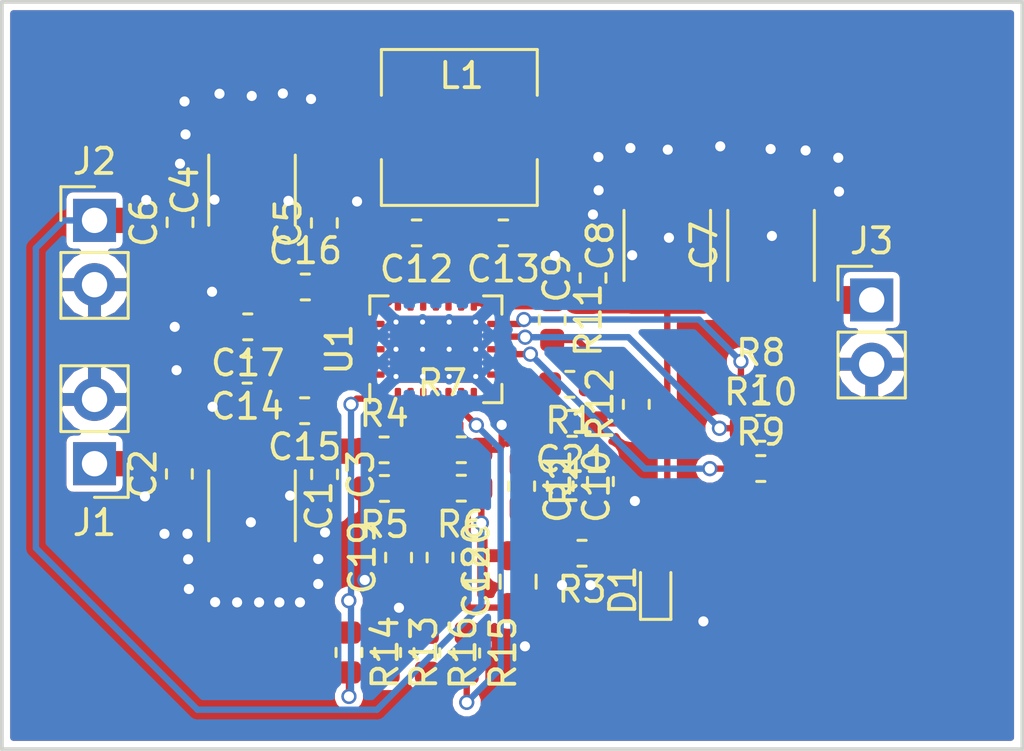
<source format=kicad_pcb>
(kicad_pcb (version 20171130) (host pcbnew "(5.0.2)-1")

  (general
    (thickness 1.6)
    (drawings 5)
    (tracks 292)
    (zones 0)
    (modules 43)
    (nets 28)
  )

  (page A4)
  (layers
    (0 F.Cu signal)
    (31 B.Cu signal)
    (32 B.Adhes user)
    (33 F.Adhes user)
    (34 B.Paste user hide)
    (35 F.Paste user)
    (36 B.SilkS user hide)
    (37 F.SilkS user hide)
    (38 B.Mask user hide)
    (39 F.Mask user hide)
    (40 Dwgs.User user)
    (41 Cmts.User user)
    (42 Eco1.User user)
    (43 Eco2.User user)
    (44 Edge.Cuts user)
    (45 Margin user)
    (46 B.CrtYd user)
    (47 F.CrtYd user)
    (48 B.Fab user hide)
    (49 F.Fab user hide)
  )

  (setup
    (last_trace_width 0.25)
    (user_trace_width 0.5)
    (trace_clearance 0.1)
    (zone_clearance 0.254)
    (zone_45_only no)
    (trace_min 0.2)
    (segment_width 0.2)
    (edge_width 0.15)
    (via_size 0.6)
    (via_drill 0.4)
    (via_min_size 0.4)
    (via_min_drill 0.3)
    (uvia_size 0.3)
    (uvia_drill 0.1)
    (uvias_allowed no)
    (uvia_min_size 0.2)
    (uvia_min_drill 0.1)
    (pcb_text_width 0.3)
    (pcb_text_size 1.5 1.5)
    (mod_edge_width 0.15)
    (mod_text_size 1 1)
    (mod_text_width 0.15)
    (pad_size 2.65 3.65)
    (pad_drill 0)
    (pad_to_mask_clearance 0.051)
    (solder_mask_min_width 0.25)
    (aux_axis_origin 0 0)
    (visible_elements 7FFFFFFF)
    (pcbplotparams
      (layerselection 0x010fc_ffffffff)
      (usegerberextensions false)
      (usegerberattributes false)
      (usegerberadvancedattributes false)
      (creategerberjobfile false)
      (excludeedgelayer true)
      (linewidth 0.100000)
      (plotframeref false)
      (viasonmask false)
      (mode 1)
      (useauxorigin false)
      (hpglpennumber 1)
      (hpglpenspeed 20)
      (hpglpendiameter 15.000000)
      (psnegative false)
      (psa4output false)
      (plotreference true)
      (plotvalue true)
      (plotinvisibletext false)
      (padsonsilk false)
      (subtractmaskfromsilk false)
      (outputformat 1)
      (mirror false)
      (drillshape 1)
      (scaleselection 1)
      (outputdirectory ""))
  )

  (net 0 "")
  (net 1 GND)
  (net 2 "Net-(C10-Pad2)")
  (net 3 "Net-(C12-Pad1)")
  (net 4 "Net-(C12-Pad2)")
  (net 5 "Net-(C13-Pad2)")
  (net 6 "Net-(C15-Pad2)")
  (net 7 "Net-(C16-Pad1)")
  (net 8 "Net-(C16-Pad2)")
  (net 9 "Net-(C17-Pad1)")
  (net 10 "Net-(R10-Pad1)")
  (net 11 "Net-(C1-Pad1)")
  (net 12 "Net-(C10-Pad1)")
  (net 13 VCC)
  (net 14 "Net-(C15-Pad1)")
  (net 15 "Net-(R15-Pad2)")
  (net 16 "Net-(R13-Pad2)")
  (net 17 "Net-(C13-Pad1)")
  (net 18 "Net-(C4-Pad1)")
  (net 19 "Net-(C7-Pad1)")
  (net 20 "Net-(C14-Pad1)")
  (net 21 "Net-(C19-Pad2)")
  (net 22 "Net-(C20-Pad1)")
  (net 23 "Net-(C21-Pad1)")
  (net 24 "Net-(C21-Pad2)")
  (net 25 "Net-(R1-Pad1)")
  (net 26 "Net-(R8-Pad1)")
  (net 27 "Net-(R9-Pad1)")

  (net_class Default "Dies ist die voreingestellte Netzklasse."
    (clearance 0.1)
    (trace_width 0.25)
    (via_dia 0.6)
    (via_drill 0.4)
    (uvia_dia 0.3)
    (uvia_drill 0.1)
    (add_net GND)
    (add_net "Net-(C1-Pad1)")
    (add_net "Net-(C10-Pad1)")
    (add_net "Net-(C10-Pad2)")
    (add_net "Net-(C12-Pad1)")
    (add_net "Net-(C12-Pad2)")
    (add_net "Net-(C13-Pad1)")
    (add_net "Net-(C13-Pad2)")
    (add_net "Net-(C14-Pad1)")
    (add_net "Net-(C15-Pad1)")
    (add_net "Net-(C15-Pad2)")
    (add_net "Net-(C16-Pad1)")
    (add_net "Net-(C16-Pad2)")
    (add_net "Net-(C17-Pad1)")
    (add_net "Net-(C19-Pad2)")
    (add_net "Net-(C20-Pad1)")
    (add_net "Net-(C21-Pad1)")
    (add_net "Net-(C21-Pad2)")
    (add_net "Net-(C4-Pad1)")
    (add_net "Net-(C7-Pad1)")
    (add_net "Net-(R1-Pad1)")
    (add_net "Net-(R10-Pad1)")
    (add_net "Net-(R13-Pad2)")
    (add_net "Net-(R15-Pad2)")
    (add_net "Net-(R8-Pad1)")
    (add_net "Net-(R9-Pad1)")
    (add_net VCC)
  )

  (net_class L ""
    (clearance 0.1)
    (trace_width 0.5)
    (via_dia 0.6)
    (via_drill 0.4)
    (uvia_dia 0.3)
    (uvia_drill 0.1)
  )

  (net_class PWR ""
    (clearance 0.1)
    (trace_width 0.5)
    (via_dia 0.6)
    (via_drill 0.4)
    (uvia_dia 0.3)
    (uvia_drill 0.1)
  )

  (module Capacitor_SMD:C_0603_1608Metric_Pad1.05x0.95mm_HandSolder (layer F.Cu) (tedit 5B301BBE) (tstamp 5D946875)
    (at 51.8033 86.9315 270)
    (descr "Capacitor SMD 0603 (1608 Metric), square (rectangular) end terminal, IPC_7351 nominal with elongated pad for handsoldering. (Body size source: http://www.tortai-tech.com/upload/download/2011102023233369053.pdf), generated with kicad-footprint-generator")
    (tags "capacitor handsolder")
    (path /5E1109D8)
    (attr smd)
    (fp_text reference C3 (at 0 -1.43 90) (layer F.SilkS)
      (effects (font (size 1 1) (thickness 0.15)))
    )
    (fp_text value OPT (at 0 1.43 90) (layer F.Fab)
      (effects (font (size 1 1) (thickness 0.15)))
    )
    (fp_text user %R (at 0 0 90) (layer F.Fab)
      (effects (font (size 0.4 0.4) (thickness 0.06)))
    )
    (fp_line (start 1.65 0.73) (end -1.65 0.73) (layer F.CrtYd) (width 0.05))
    (fp_line (start 1.65 -0.73) (end 1.65 0.73) (layer F.CrtYd) (width 0.05))
    (fp_line (start -1.65 -0.73) (end 1.65 -0.73) (layer F.CrtYd) (width 0.05))
    (fp_line (start -1.65 0.73) (end -1.65 -0.73) (layer F.CrtYd) (width 0.05))
    (fp_line (start -0.171267 0.51) (end 0.171267 0.51) (layer F.SilkS) (width 0.12))
    (fp_line (start -0.171267 -0.51) (end 0.171267 -0.51) (layer F.SilkS) (width 0.12))
    (fp_line (start 0.8 0.4) (end -0.8 0.4) (layer F.Fab) (width 0.1))
    (fp_line (start 0.8 -0.4) (end 0.8 0.4) (layer F.Fab) (width 0.1))
    (fp_line (start -0.8 -0.4) (end 0.8 -0.4) (layer F.Fab) (width 0.1))
    (fp_line (start -0.8 0.4) (end -0.8 -0.4) (layer F.Fab) (width 0.1))
    (pad 2 smd roundrect (at 0.875 0 270) (size 1.05 0.95) (layers F.Cu F.Paste F.Mask) (roundrect_rratio 0.25)
      (net 1 GND))
    (pad 1 smd roundrect (at -0.875 0 270) (size 1.05 0.95) (layers F.Cu F.Paste F.Mask) (roundrect_rratio 0.25)
      (net 11 "Net-(C1-Pad1)"))
    (model ${KISYS3DMOD}/Capacitor_SMD.3dshapes/C_0603_1608Metric.wrl
      (at (xyz 0 0 0))
      (scale (xyz 1 1 1))
      (rotate (xyz 0 0 0))
    )
  )

  (module Capacitor_SMD:C_0603_1608Metric_Pad1.05x0.95mm_HandSolder (layer F.Cu) (tedit 5B301BBE) (tstamp 5D946886)
    (at 46.09084 76.97216 90)
    (descr "Capacitor SMD 0603 (1608 Metric), square (rectangular) end terminal, IPC_7351 nominal with elongated pad for handsoldering. (Body size source: http://www.tortai-tech.com/upload/download/2011102023233369053.pdf), generated with kicad-footprint-generator")
    (tags "capacitor handsolder")
    (path /5E1109C6)
    (attr smd)
    (fp_text reference C6 (at 0 -1.43 90) (layer F.SilkS)
      (effects (font (size 1 1) (thickness 0.15)))
    )
    (fp_text value OPT (at 0 1.43 90) (layer F.Fab)
      (effects (font (size 1 1) (thickness 0.15)))
    )
    (fp_line (start -0.8 0.4) (end -0.8 -0.4) (layer F.Fab) (width 0.1))
    (fp_line (start -0.8 -0.4) (end 0.8 -0.4) (layer F.Fab) (width 0.1))
    (fp_line (start 0.8 -0.4) (end 0.8 0.4) (layer F.Fab) (width 0.1))
    (fp_line (start 0.8 0.4) (end -0.8 0.4) (layer F.Fab) (width 0.1))
    (fp_line (start -0.171267 -0.51) (end 0.171267 -0.51) (layer F.SilkS) (width 0.12))
    (fp_line (start -0.171267 0.51) (end 0.171267 0.51) (layer F.SilkS) (width 0.12))
    (fp_line (start -1.65 0.73) (end -1.65 -0.73) (layer F.CrtYd) (width 0.05))
    (fp_line (start -1.65 -0.73) (end 1.65 -0.73) (layer F.CrtYd) (width 0.05))
    (fp_line (start 1.65 -0.73) (end 1.65 0.73) (layer F.CrtYd) (width 0.05))
    (fp_line (start 1.65 0.73) (end -1.65 0.73) (layer F.CrtYd) (width 0.05))
    (fp_text user %R (at 0 0 90) (layer F.Fab)
      (effects (font (size 0.4 0.4) (thickness 0.06)))
    )
    (pad 1 smd roundrect (at -0.875 0 90) (size 1.05 0.95) (layers F.Cu F.Paste F.Mask) (roundrect_rratio 0.25)
      (net 18 "Net-(C4-Pad1)"))
    (pad 2 smd roundrect (at 0.875 0 90) (size 1.05 0.95) (layers F.Cu F.Paste F.Mask) (roundrect_rratio 0.25)
      (net 1 GND))
    (model ${KISYS3DMOD}/Capacitor_SMD.3dshapes/C_0603_1608Metric.wrl
      (at (xyz 0 0 0))
      (scale (xyz 1 1 1))
      (rotate (xyz 0 0 0))
    )
  )

  (module Capacitor_SMD:C_1812_4532Metric (layer F.Cu) (tedit 5B301BBE) (tstamp 5D946897)
    (at 48.93564 88.17356 270)
    (descr "Capacitor SMD 1812 (4532 Metric), square (rectangular) end terminal, IPC_7351 nominal, (Body size source: https://www.nikhef.nl/pub/departments/mt/projects/detectorR_D/dtddice/ERJ2G.pdf), generated with kicad-footprint-generator")
    (tags capacitor)
    (path /5E1109D2)
    (attr smd)
    (fp_text reference C1 (at 0 -2.65 90) (layer F.SilkS)
      (effects (font (size 1 1) (thickness 0.15)))
    )
    (fp_text value 22µF (at 0 2.65 90) (layer F.Fab)
      (effects (font (size 1 1) (thickness 0.15)))
    )
    (fp_text user %R (at 0 0 90) (layer F.Fab)
      (effects (font (size 1 1) (thickness 0.15)))
    )
    (fp_line (start 2.95 1.95) (end -2.95 1.95) (layer F.CrtYd) (width 0.05))
    (fp_line (start 2.95 -1.95) (end 2.95 1.95) (layer F.CrtYd) (width 0.05))
    (fp_line (start -2.95 -1.95) (end 2.95 -1.95) (layer F.CrtYd) (width 0.05))
    (fp_line (start -2.95 1.95) (end -2.95 -1.95) (layer F.CrtYd) (width 0.05))
    (fp_line (start -1.386252 1.71) (end 1.386252 1.71) (layer F.SilkS) (width 0.12))
    (fp_line (start -1.386252 -1.71) (end 1.386252 -1.71) (layer F.SilkS) (width 0.12))
    (fp_line (start 2.25 1.6) (end -2.25 1.6) (layer F.Fab) (width 0.1))
    (fp_line (start 2.25 -1.6) (end 2.25 1.6) (layer F.Fab) (width 0.1))
    (fp_line (start -2.25 -1.6) (end 2.25 -1.6) (layer F.Fab) (width 0.1))
    (fp_line (start -2.25 1.6) (end -2.25 -1.6) (layer F.Fab) (width 0.1))
    (pad 2 smd roundrect (at 2.1375 0 270) (size 1.125 3.4) (layers F.Cu F.Paste F.Mask) (roundrect_rratio 0.222222)
      (net 1 GND))
    (pad 1 smd roundrect (at -2.1375 0 270) (size 1.125 3.4) (layers F.Cu F.Paste F.Mask) (roundrect_rratio 0.222222)
      (net 11 "Net-(C1-Pad1)"))
    (model ${KISYS3DMOD}/Capacitor_SMD.3dshapes/C_1812_4532Metric.wrl
      (at (xyz 0 0 0))
      (scale (xyz 1 1 1))
      (rotate (xyz 0 0 0))
    )
  )

  (module Capacitor_SMD:C_1812_4532Metric (layer F.Cu) (tedit 5B301BBE) (tstamp 5D9468A8)
    (at 48.93564 75.70216 90)
    (descr "Capacitor SMD 1812 (4532 Metric), square (rectangular) end terminal, IPC_7351 nominal, (Body size source: https://www.nikhef.nl/pub/departments/mt/projects/detectorR_D/dtddice/ERJ2G.pdf), generated with kicad-footprint-generator")
    (tags capacitor)
    (path /5E1109BA)
    (attr smd)
    (fp_text reference C4 (at 0 -2.65 90) (layer F.SilkS)
      (effects (font (size 1 1) (thickness 0.15)))
    )
    (fp_text value 22µF (at 0 2.65 90) (layer F.Fab)
      (effects (font (size 1 1) (thickness 0.15)))
    )
    (fp_line (start -2.25 1.6) (end -2.25 -1.6) (layer F.Fab) (width 0.1))
    (fp_line (start -2.25 -1.6) (end 2.25 -1.6) (layer F.Fab) (width 0.1))
    (fp_line (start 2.25 -1.6) (end 2.25 1.6) (layer F.Fab) (width 0.1))
    (fp_line (start 2.25 1.6) (end -2.25 1.6) (layer F.Fab) (width 0.1))
    (fp_line (start -1.386252 -1.71) (end 1.386252 -1.71) (layer F.SilkS) (width 0.12))
    (fp_line (start -1.386252 1.71) (end 1.386252 1.71) (layer F.SilkS) (width 0.12))
    (fp_line (start -2.95 1.95) (end -2.95 -1.95) (layer F.CrtYd) (width 0.05))
    (fp_line (start -2.95 -1.95) (end 2.95 -1.95) (layer F.CrtYd) (width 0.05))
    (fp_line (start 2.95 -1.95) (end 2.95 1.95) (layer F.CrtYd) (width 0.05))
    (fp_line (start 2.95 1.95) (end -2.95 1.95) (layer F.CrtYd) (width 0.05))
    (fp_text user %R (at 0 0 90) (layer F.Fab)
      (effects (font (size 1 1) (thickness 0.15)))
    )
    (pad 1 smd roundrect (at -2.1375 0 90) (size 1.125 3.4) (layers F.Cu F.Paste F.Mask) (roundrect_rratio 0.222222)
      (net 18 "Net-(C4-Pad1)"))
    (pad 2 smd roundrect (at 2.1375 0 90) (size 1.125 3.4) (layers F.Cu F.Paste F.Mask) (roundrect_rratio 0.222222)
      (net 1 GND))
    (model ${KISYS3DMOD}/Capacitor_SMD.3dshapes/C_1812_4532Metric.wrl
      (at (xyz 0 0 0))
      (scale (xyz 1 1 1))
      (rotate (xyz 0 0 0))
    )
  )

  (module Capacitor_SMD:C_0603_1608Metric_Pad1.05x0.95mm_HandSolder (layer F.Cu) (tedit 5B301BBE) (tstamp 5D9468B9)
    (at 46.06544 86.91626 90)
    (descr "Capacitor SMD 0603 (1608 Metric), square (rectangular) end terminal, IPC_7351 nominal with elongated pad for handsoldering. (Body size source: http://www.tortai-tech.com/upload/download/2011102023233369053.pdf), generated with kicad-footprint-generator")
    (tags "capacitor handsolder")
    (path /5E110959)
    (attr smd)
    (fp_text reference C2 (at 0 -1.43 90) (layer F.SilkS)
      (effects (font (size 1 1) (thickness 0.15)))
    )
    (fp_text value 1µF (at 0 1.43 90) (layer F.Fab)
      (effects (font (size 1 1) (thickness 0.15)))
    )
    (fp_line (start -0.8 0.4) (end -0.8 -0.4) (layer F.Fab) (width 0.1))
    (fp_line (start -0.8 -0.4) (end 0.8 -0.4) (layer F.Fab) (width 0.1))
    (fp_line (start 0.8 -0.4) (end 0.8 0.4) (layer F.Fab) (width 0.1))
    (fp_line (start 0.8 0.4) (end -0.8 0.4) (layer F.Fab) (width 0.1))
    (fp_line (start -0.171267 -0.51) (end 0.171267 -0.51) (layer F.SilkS) (width 0.12))
    (fp_line (start -0.171267 0.51) (end 0.171267 0.51) (layer F.SilkS) (width 0.12))
    (fp_line (start -1.65 0.73) (end -1.65 -0.73) (layer F.CrtYd) (width 0.05))
    (fp_line (start -1.65 -0.73) (end 1.65 -0.73) (layer F.CrtYd) (width 0.05))
    (fp_line (start 1.65 -0.73) (end 1.65 0.73) (layer F.CrtYd) (width 0.05))
    (fp_line (start 1.65 0.73) (end -1.65 0.73) (layer F.CrtYd) (width 0.05))
    (fp_text user %R (at 0 0 90) (layer F.Fab)
      (effects (font (size 0.4 0.4) (thickness 0.06)))
    )
    (pad 1 smd roundrect (at -0.875 0 90) (size 1.05 0.95) (layers F.Cu F.Paste F.Mask) (roundrect_rratio 0.25)
      (net 1 GND))
    (pad 2 smd roundrect (at 0.875 0 90) (size 1.05 0.95) (layers F.Cu F.Paste F.Mask) (roundrect_rratio 0.25)
      (net 11 "Net-(C1-Pad1)"))
    (model ${KISYS3DMOD}/Capacitor_SMD.3dshapes/C_0603_1608Metric.wrl
      (at (xyz 0 0 0))
      (scale (xyz 1 1 1))
      (rotate (xyz 0 0 0))
    )
  )

  (module Capacitor_SMD:C_0603_1608Metric_Pad1.05x0.95mm_HandSolder (layer F.Cu) (tedit 5B301BBE) (tstamp 5D9468CA)
    (at 51.79314 76.99756 90)
    (descr "Capacitor SMD 0603 (1608 Metric), square (rectangular) end terminal, IPC_7351 nominal with elongated pad for handsoldering. (Body size source: http://www.tortai-tech.com/upload/download/2011102023233369053.pdf), generated with kicad-footprint-generator")
    (tags "capacitor handsolder")
    (path /5E1109C0)
    (attr smd)
    (fp_text reference C5 (at 0 -1.43 90) (layer F.SilkS)
      (effects (font (size 1 1) (thickness 0.15)))
    )
    (fp_text value 1µF (at 0 1.43 90) (layer F.Fab)
      (effects (font (size 1 1) (thickness 0.15)))
    )
    (fp_text user %R (at 0 0 90) (layer F.Fab)
      (effects (font (size 0.4 0.4) (thickness 0.06)))
    )
    (fp_line (start 1.65 0.73) (end -1.65 0.73) (layer F.CrtYd) (width 0.05))
    (fp_line (start 1.65 -0.73) (end 1.65 0.73) (layer F.CrtYd) (width 0.05))
    (fp_line (start -1.65 -0.73) (end 1.65 -0.73) (layer F.CrtYd) (width 0.05))
    (fp_line (start -1.65 0.73) (end -1.65 -0.73) (layer F.CrtYd) (width 0.05))
    (fp_line (start -0.171267 0.51) (end 0.171267 0.51) (layer F.SilkS) (width 0.12))
    (fp_line (start -0.171267 -0.51) (end 0.171267 -0.51) (layer F.SilkS) (width 0.12))
    (fp_line (start 0.8 0.4) (end -0.8 0.4) (layer F.Fab) (width 0.1))
    (fp_line (start 0.8 -0.4) (end 0.8 0.4) (layer F.Fab) (width 0.1))
    (fp_line (start -0.8 -0.4) (end 0.8 -0.4) (layer F.Fab) (width 0.1))
    (fp_line (start -0.8 0.4) (end -0.8 -0.4) (layer F.Fab) (width 0.1))
    (pad 2 smd roundrect (at 0.875 0 90) (size 1.05 0.95) (layers F.Cu F.Paste F.Mask) (roundrect_rratio 0.25)
      (net 1 GND))
    (pad 1 smd roundrect (at -0.875 0 90) (size 1.05 0.95) (layers F.Cu F.Paste F.Mask) (roundrect_rratio 0.25)
      (net 18 "Net-(C4-Pad1)"))
    (model ${KISYS3DMOD}/Capacitor_SMD.3dshapes/C_0603_1608Metric.wrl
      (at (xyz 0 0 0))
      (scale (xyz 1 1 1))
      (rotate (xyz 0 0 0))
    )
  )

  (module Capacitor_SMD:C_0603_1608Metric_Pad1.05x0.95mm_HandSolder (layer F.Cu) (tedit 5B301BBE) (tstamp 5D9468DB)
    (at 56.36514 90.21826 270)
    (descr "Capacitor SMD 0603 (1608 Metric), square (rectangular) end terminal, IPC_7351 nominal with elongated pad for handsoldering. (Body size source: http://www.tortai-tech.com/upload/download/2011102023233369053.pdf), generated with kicad-footprint-generator")
    (tags "capacitor handsolder")
    (path /5E110965)
    (attr smd)
    (fp_text reference C20 (at 0 -1.43 90) (layer F.SilkS)
      (effects (font (size 1 1) (thickness 0.15)))
    )
    (fp_text value DNP (at 0 1.43 90) (layer F.Fab)
      (effects (font (size 1 1) (thickness 0.15)))
    )
    (fp_line (start -0.8 0.4) (end -0.8 -0.4) (layer F.Fab) (width 0.1))
    (fp_line (start -0.8 -0.4) (end 0.8 -0.4) (layer F.Fab) (width 0.1))
    (fp_line (start 0.8 -0.4) (end 0.8 0.4) (layer F.Fab) (width 0.1))
    (fp_line (start 0.8 0.4) (end -0.8 0.4) (layer F.Fab) (width 0.1))
    (fp_line (start -0.171267 -0.51) (end 0.171267 -0.51) (layer F.SilkS) (width 0.12))
    (fp_line (start -0.171267 0.51) (end 0.171267 0.51) (layer F.SilkS) (width 0.12))
    (fp_line (start -1.65 0.73) (end -1.65 -0.73) (layer F.CrtYd) (width 0.05))
    (fp_line (start -1.65 -0.73) (end 1.65 -0.73) (layer F.CrtYd) (width 0.05))
    (fp_line (start 1.65 -0.73) (end 1.65 0.73) (layer F.CrtYd) (width 0.05))
    (fp_line (start 1.65 0.73) (end -1.65 0.73) (layer F.CrtYd) (width 0.05))
    (fp_text user %R (at 0 0 90) (layer F.Fab)
      (effects (font (size 0.4 0.4) (thickness 0.06)))
    )
    (pad 1 smd roundrect (at -0.875 0 270) (size 1.05 0.95) (layers F.Cu F.Paste F.Mask) (roundrect_rratio 0.25)
      (net 22 "Net-(C20-Pad1)"))
    (pad 2 smd roundrect (at 0.875 0 270) (size 1.05 0.95) (layers F.Cu F.Paste F.Mask) (roundrect_rratio 0.25)
      (net 1 GND))
    (model ${KISYS3DMOD}/Capacitor_SMD.3dshapes/C_0603_1608Metric.wrl
      (at (xyz 0 0 0))
      (scale (xyz 1 1 1))
      (rotate (xyz 0 0 0))
    )
  )

  (module Capacitor_SMD:C_0805_2012Metric_Pad1.15x1.40mm_HandSolder (layer F.Cu) (tedit 5B36C52B) (tstamp 5D94691F)
    (at 59.45124 91.17076 90)
    (descr "Capacitor SMD 0805 (2012 Metric), square (rectangular) end terminal, IPC_7351 nominal with elongated pad for handsoldering. (Body size source: https://docs.google.com/spreadsheets/d/1BsfQQcO9C6DZCsRaXUlFlo91Tg2WpOkGARC1WS5S8t0/edit?usp=sharing), generated with kicad-footprint-generator")
    (tags "capacitor handsolder")
    (path /5E1109CC)
    (attr smd)
    (fp_text reference C18 (at 0 -1.65 90) (layer F.SilkS)
      (effects (font (size 1 1) (thickness 0.15)))
    )
    (fp_text value 4.7µF (at 0 1.65 90) (layer F.Fab)
      (effects (font (size 1 1) (thickness 0.15)))
    )
    (fp_line (start -1 0.6) (end -1 -0.6) (layer F.Fab) (width 0.1))
    (fp_line (start -1 -0.6) (end 1 -0.6) (layer F.Fab) (width 0.1))
    (fp_line (start 1 -0.6) (end 1 0.6) (layer F.Fab) (width 0.1))
    (fp_line (start 1 0.6) (end -1 0.6) (layer F.Fab) (width 0.1))
    (fp_line (start -0.261252 -0.71) (end 0.261252 -0.71) (layer F.SilkS) (width 0.12))
    (fp_line (start -0.261252 0.71) (end 0.261252 0.71) (layer F.SilkS) (width 0.12))
    (fp_line (start -1.85 0.95) (end -1.85 -0.95) (layer F.CrtYd) (width 0.05))
    (fp_line (start -1.85 -0.95) (end 1.85 -0.95) (layer F.CrtYd) (width 0.05))
    (fp_line (start 1.85 -0.95) (end 1.85 0.95) (layer F.CrtYd) (width 0.05))
    (fp_line (start 1.85 0.95) (end -1.85 0.95) (layer F.CrtYd) (width 0.05))
    (fp_text user %R (at 0 0 90) (layer F.Fab)
      (effects (font (size 0.5 0.5) (thickness 0.08)))
    )
    (pad 1 smd roundrect (at -1.025 0 90) (size 1.15 1.4) (layers F.Cu F.Paste F.Mask) (roundrect_rratio 0.217391)
      (net 13 VCC))
    (pad 2 smd roundrect (at 1.025 0 90) (size 1.15 1.4) (layers F.Cu F.Paste F.Mask) (roundrect_rratio 0.217391)
      (net 1 GND))
    (model ${KISYS3DMOD}/Capacitor_SMD.3dshapes/C_0805_2012Metric.wrl
      (at (xyz 0 0 0))
      (scale (xyz 1 1 1))
      (rotate (xyz 0 0 0))
    )
  )

  (module Capacitor_SMD:C_0603_1608Metric_Pad1.05x0.95mm_HandSolder (layer F.Cu) (tedit 5B301BBE) (tstamp 5D946930)
    (at 58.86704 77.38872 180)
    (descr "Capacitor SMD 0603 (1608 Metric), square (rectangular) end terminal, IPC_7351 nominal with elongated pad for handsoldering. (Body size source: http://www.tortai-tech.com/upload/download/2011102023233369053.pdf), generated with kicad-footprint-generator")
    (tags "capacitor handsolder")
    (path /5E110941)
    (attr smd)
    (fp_text reference C13 (at 0 -1.43) (layer F.SilkS)
      (effects (font (size 1 1) (thickness 0.15)))
    )
    (fp_text value 0,1µF (at 0 1.43) (layer F.Fab)
      (effects (font (size 1 1) (thickness 0.15)))
    )
    (fp_line (start -0.8 0.4) (end -0.8 -0.4) (layer F.Fab) (width 0.1))
    (fp_line (start -0.8 -0.4) (end 0.8 -0.4) (layer F.Fab) (width 0.1))
    (fp_line (start 0.8 -0.4) (end 0.8 0.4) (layer F.Fab) (width 0.1))
    (fp_line (start 0.8 0.4) (end -0.8 0.4) (layer F.Fab) (width 0.1))
    (fp_line (start -0.171267 -0.51) (end 0.171267 -0.51) (layer F.SilkS) (width 0.12))
    (fp_line (start -0.171267 0.51) (end 0.171267 0.51) (layer F.SilkS) (width 0.12))
    (fp_line (start -1.65 0.73) (end -1.65 -0.73) (layer F.CrtYd) (width 0.05))
    (fp_line (start -1.65 -0.73) (end 1.65 -0.73) (layer F.CrtYd) (width 0.05))
    (fp_line (start 1.65 -0.73) (end 1.65 0.73) (layer F.CrtYd) (width 0.05))
    (fp_line (start 1.65 0.73) (end -1.65 0.73) (layer F.CrtYd) (width 0.05))
    (fp_text user %R (at 0 0) (layer F.Fab)
      (effects (font (size 0.4 0.4) (thickness 0.06)))
    )
    (pad 1 smd roundrect (at -0.875 0 180) (size 1.05 0.95) (layers F.Cu F.Paste F.Mask) (roundrect_rratio 0.25)
      (net 17 "Net-(C13-Pad1)"))
    (pad 2 smd roundrect (at 0.875 0 180) (size 1.05 0.95) (layers F.Cu F.Paste F.Mask) (roundrect_rratio 0.25)
      (net 5 "Net-(C13-Pad2)"))
    (model ${KISYS3DMOD}/Capacitor_SMD.3dshapes/C_0603_1608Metric.wrl
      (at (xyz 0 0 0))
      (scale (xyz 1 1 1))
      (rotate (xyz 0 0 0))
    )
  )

  (module Capacitor_SMD:C_0603_1608Metric_Pad1.05x0.95mm_HandSolder (layer F.Cu) (tedit 5B301BBE) (tstamp 5D946941)
    (at 61.11494 87.39886 270)
    (descr "Capacitor SMD 0603 (1608 Metric), square (rectangular) end terminal, IPC_7351 nominal with elongated pad for handsoldering. (Body size source: http://www.tortai-tech.com/upload/download/2011102023233369053.pdf), generated with kicad-footprint-generator")
    (tags "capacitor handsolder")
    (path /5E110A35)
    (attr smd)
    (fp_text reference C10 (at 0 -1.43 90) (layer F.SilkS)
      (effects (font (size 1 1) (thickness 0.15)))
    )
    (fp_text value 1,8nF (at 0 1.43 90) (layer F.Fab)
      (effects (font (size 1 1) (thickness 0.15)))
    )
    (fp_line (start -0.8 0.4) (end -0.8 -0.4) (layer F.Fab) (width 0.1))
    (fp_line (start -0.8 -0.4) (end 0.8 -0.4) (layer F.Fab) (width 0.1))
    (fp_line (start 0.8 -0.4) (end 0.8 0.4) (layer F.Fab) (width 0.1))
    (fp_line (start 0.8 0.4) (end -0.8 0.4) (layer F.Fab) (width 0.1))
    (fp_line (start -0.171267 -0.51) (end 0.171267 -0.51) (layer F.SilkS) (width 0.12))
    (fp_line (start -0.171267 0.51) (end 0.171267 0.51) (layer F.SilkS) (width 0.12))
    (fp_line (start -1.65 0.73) (end -1.65 -0.73) (layer F.CrtYd) (width 0.05))
    (fp_line (start -1.65 -0.73) (end 1.65 -0.73) (layer F.CrtYd) (width 0.05))
    (fp_line (start 1.65 -0.73) (end 1.65 0.73) (layer F.CrtYd) (width 0.05))
    (fp_line (start 1.65 0.73) (end -1.65 0.73) (layer F.CrtYd) (width 0.05))
    (fp_text user %R (at 0 0 90) (layer F.Fab)
      (effects (font (size 0.4 0.4) (thickness 0.06)))
    )
    (pad 1 smd roundrect (at -0.875 0 270) (size 1.05 0.95) (layers F.Cu F.Paste F.Mask) (roundrect_rratio 0.25)
      (net 12 "Net-(C10-Pad1)"))
    (pad 2 smd roundrect (at 0.875 0 270) (size 1.05 0.95) (layers F.Cu F.Paste F.Mask) (roundrect_rratio 0.25)
      (net 2 "Net-(C10-Pad2)"))
    (model ${KISYS3DMOD}/Capacitor_SMD.3dshapes/C_0603_1608Metric.wrl
      (at (xyz 0 0 0))
      (scale (xyz 1 1 1))
      (rotate (xyz 0 0 0))
    )
  )

  (module Capacitor_SMD:C_0603_1608Metric_Pad1.05x0.95mm_HandSolder (layer F.Cu) (tedit 5B301BBE) (tstamp 5D946952)
    (at 59.59094 87.39886 270)
    (descr "Capacitor SMD 0603 (1608 Metric), square (rectangular) end terminal, IPC_7351 nominal with elongated pad for handsoldering. (Body size source: http://www.tortai-tech.com/upload/download/2011102023233369053.pdf), generated with kicad-footprint-generator")
    (tags "capacitor handsolder")
    (path /5E11096B)
    (attr smd)
    (fp_text reference C11 (at 0 -1.43 90) (layer F.SilkS)
      (effects (font (size 1 1) (thickness 0.15)))
    )
    (fp_text value 22pF (at 0 1.43 90) (layer F.Fab)
      (effects (font (size 1 1) (thickness 0.15)))
    )
    (fp_text user %R (at 0 0 90) (layer F.Fab)
      (effects (font (size 0.4 0.4) (thickness 0.06)))
    )
    (fp_line (start 1.65 0.73) (end -1.65 0.73) (layer F.CrtYd) (width 0.05))
    (fp_line (start 1.65 -0.73) (end 1.65 0.73) (layer F.CrtYd) (width 0.05))
    (fp_line (start -1.65 -0.73) (end 1.65 -0.73) (layer F.CrtYd) (width 0.05))
    (fp_line (start -1.65 0.73) (end -1.65 -0.73) (layer F.CrtYd) (width 0.05))
    (fp_line (start -0.171267 0.51) (end 0.171267 0.51) (layer F.SilkS) (width 0.12))
    (fp_line (start -0.171267 -0.51) (end 0.171267 -0.51) (layer F.SilkS) (width 0.12))
    (fp_line (start 0.8 0.4) (end -0.8 0.4) (layer F.Fab) (width 0.1))
    (fp_line (start 0.8 -0.4) (end 0.8 0.4) (layer F.Fab) (width 0.1))
    (fp_line (start -0.8 -0.4) (end 0.8 -0.4) (layer F.Fab) (width 0.1))
    (fp_line (start -0.8 0.4) (end -0.8 -0.4) (layer F.Fab) (width 0.1))
    (pad 2 smd roundrect (at 0.875 0 270) (size 1.05 0.95) (layers F.Cu F.Paste F.Mask) (roundrect_rratio 0.25)
      (net 1 GND))
    (pad 1 smd roundrect (at -0.875 0 270) (size 1.05 0.95) (layers F.Cu F.Paste F.Mask) (roundrect_rratio 0.25)
      (net 12 "Net-(C10-Pad1)"))
    (model ${KISYS3DMOD}/Capacitor_SMD.3dshapes/C_0603_1608Metric.wrl
      (at (xyz 0 0 0))
      (scale (xyz 1 1 1))
      (rotate (xyz 0 0 0))
    )
  )

  (module Capacitor_SMD:C_0603_1608Metric_Pad1.05x0.95mm_HandSolder (layer F.Cu) (tedit 5B301BBE) (tstamp 5D948EFB)
    (at 61.58484 84.91728 180)
    (descr "Capacitor SMD 0603 (1608 Metric), square (rectangular) end terminal, IPC_7351 nominal with elongated pad for handsoldering. (Body size source: http://www.tortai-tech.com/upload/download/2011102023233369053.pdf), generated with kicad-footprint-generator")
    (tags "capacitor handsolder")
    (path /5E1109DE)
    (attr smd)
    (fp_text reference C21 (at 0 -1.43) (layer F.SilkS)
      (effects (font (size 1 1) (thickness 0.15)))
    )
    (fp_text value DNP (at 0 1.43) (layer F.Fab)
      (effects (font (size 1 1) (thickness 0.15)))
    )
    (fp_line (start -0.8 0.4) (end -0.8 -0.4) (layer F.Fab) (width 0.1))
    (fp_line (start -0.8 -0.4) (end 0.8 -0.4) (layer F.Fab) (width 0.1))
    (fp_line (start 0.8 -0.4) (end 0.8 0.4) (layer F.Fab) (width 0.1))
    (fp_line (start 0.8 0.4) (end -0.8 0.4) (layer F.Fab) (width 0.1))
    (fp_line (start -0.171267 -0.51) (end 0.171267 -0.51) (layer F.SilkS) (width 0.12))
    (fp_line (start -0.171267 0.51) (end 0.171267 0.51) (layer F.SilkS) (width 0.12))
    (fp_line (start -1.65 0.73) (end -1.65 -0.73) (layer F.CrtYd) (width 0.05))
    (fp_line (start -1.65 -0.73) (end 1.65 -0.73) (layer F.CrtYd) (width 0.05))
    (fp_line (start 1.65 -0.73) (end 1.65 0.73) (layer F.CrtYd) (width 0.05))
    (fp_line (start 1.65 0.73) (end -1.65 0.73) (layer F.CrtYd) (width 0.05))
    (fp_text user %R (at 0 0) (layer F.Fab)
      (effects (font (size 0.4 0.4) (thickness 0.06)))
    )
    (pad 1 smd roundrect (at -0.875 0 180) (size 1.05 0.95) (layers F.Cu F.Paste F.Mask) (roundrect_rratio 0.25)
      (net 23 "Net-(C21-Pad1)"))
    (pad 2 smd roundrect (at 0.875 0 180) (size 1.05 0.95) (layers F.Cu F.Paste F.Mask) (roundrect_rratio 0.25)
      (net 24 "Net-(C21-Pad2)"))
    (model ${KISYS3DMOD}/Capacitor_SMD.3dshapes/C_0603_1608Metric.wrl
      (at (xyz 0 0 0))
      (scale (xyz 1 1 1))
      (rotate (xyz 0 0 0))
    )
  )

  (module Capacitor_SMD:C_1812_4532Metric (layer F.Cu) (tedit 5B301BBE) (tstamp 5D946974)
    (at 69.44614 77.88656 90)
    (descr "Capacitor SMD 1812 (4532 Metric), square (rectangular) end terminal, IPC_7351 nominal, (Body size source: https://www.nikhef.nl/pub/departments/mt/projects/detectorR_D/dtddice/ERJ2G.pdf), generated with kicad-footprint-generator")
    (tags capacitor)
    (path /5E110A27)
    (attr smd)
    (fp_text reference C7 (at 0 -2.65 90) (layer F.SilkS)
      (effects (font (size 1 1) (thickness 0.15)))
    )
    (fp_text value 47nF (at 0 2.65 90) (layer F.Fab)
      (effects (font (size 1 1) (thickness 0.15)))
    )
    (fp_line (start -2.25 1.6) (end -2.25 -1.6) (layer F.Fab) (width 0.1))
    (fp_line (start -2.25 -1.6) (end 2.25 -1.6) (layer F.Fab) (width 0.1))
    (fp_line (start 2.25 -1.6) (end 2.25 1.6) (layer F.Fab) (width 0.1))
    (fp_line (start 2.25 1.6) (end -2.25 1.6) (layer F.Fab) (width 0.1))
    (fp_line (start -1.386252 -1.71) (end 1.386252 -1.71) (layer F.SilkS) (width 0.12))
    (fp_line (start -1.386252 1.71) (end 1.386252 1.71) (layer F.SilkS) (width 0.12))
    (fp_line (start -2.95 1.95) (end -2.95 -1.95) (layer F.CrtYd) (width 0.05))
    (fp_line (start -2.95 -1.95) (end 2.95 -1.95) (layer F.CrtYd) (width 0.05))
    (fp_line (start 2.95 -1.95) (end 2.95 1.95) (layer F.CrtYd) (width 0.05))
    (fp_line (start 2.95 1.95) (end -2.95 1.95) (layer F.CrtYd) (width 0.05))
    (fp_text user %R (at 0 0 90) (layer F.Fab)
      (effects (font (size 1 1) (thickness 0.15)))
    )
    (pad 1 smd roundrect (at -2.1375 0 90) (size 1.125 3.4) (layers F.Cu F.Paste F.Mask) (roundrect_rratio 0.222222)
      (net 19 "Net-(C7-Pad1)"))
    (pad 2 smd roundrect (at 2.1375 0 90) (size 1.125 3.4) (layers F.Cu F.Paste F.Mask) (roundrect_rratio 0.222222)
      (net 1 GND))
    (model ${KISYS3DMOD}/Capacitor_SMD.3dshapes/C_1812_4532Metric.wrl
      (at (xyz 0 0 0))
      (scale (xyz 1 1 1))
      (rotate (xyz 0 0 0))
    )
  )

  (module Capacitor_SMD:C_1812_4532Metric (layer F.Cu) (tedit 5B301BBE) (tstamp 5D946985)
    (at 65.34404 77.88656 90)
    (descr "Capacitor SMD 1812 (4532 Metric), square (rectangular) end terminal, IPC_7351 nominal, (Body size source: https://www.nikhef.nl/pub/departments/mt/projects/detectorR_D/dtddice/ERJ2G.pdf), generated with kicad-footprint-generator")
    (tags capacitor)
    (path /5E11094D)
    (attr smd)
    (fp_text reference C8 (at 0 -2.65 90) (layer F.SilkS)
      (effects (font (size 1 1) (thickness 0.15)))
    )
    (fp_text value 47nF (at 0 2.65 90) (layer F.Fab)
      (effects (font (size 1 1) (thickness 0.15)))
    )
    (fp_text user %R (at 0 0 90) (layer F.Fab)
      (effects (font (size 1 1) (thickness 0.15)))
    )
    (fp_line (start 2.95 1.95) (end -2.95 1.95) (layer F.CrtYd) (width 0.05))
    (fp_line (start 2.95 -1.95) (end 2.95 1.95) (layer F.CrtYd) (width 0.05))
    (fp_line (start -2.95 -1.95) (end 2.95 -1.95) (layer F.CrtYd) (width 0.05))
    (fp_line (start -2.95 1.95) (end -2.95 -1.95) (layer F.CrtYd) (width 0.05))
    (fp_line (start -1.386252 1.71) (end 1.386252 1.71) (layer F.SilkS) (width 0.12))
    (fp_line (start -1.386252 -1.71) (end 1.386252 -1.71) (layer F.SilkS) (width 0.12))
    (fp_line (start 2.25 1.6) (end -2.25 1.6) (layer F.Fab) (width 0.1))
    (fp_line (start 2.25 -1.6) (end 2.25 1.6) (layer F.Fab) (width 0.1))
    (fp_line (start -2.25 -1.6) (end 2.25 -1.6) (layer F.Fab) (width 0.1))
    (fp_line (start -2.25 1.6) (end -2.25 -1.6) (layer F.Fab) (width 0.1))
    (pad 2 smd roundrect (at 2.1375 0 90) (size 1.125 3.4) (layers F.Cu F.Paste F.Mask) (roundrect_rratio 0.222222)
      (net 1 GND))
    (pad 1 smd roundrect (at -2.1375 0 90) (size 1.125 3.4) (layers F.Cu F.Paste F.Mask) (roundrect_rratio 0.222222)
      (net 19 "Net-(C7-Pad1)"))
    (model ${KISYS3DMOD}/Capacitor_SMD.3dshapes/C_1812_4532Metric.wrl
      (at (xyz 0 0 0))
      (scale (xyz 1 1 1))
      (rotate (xyz 0 0 0))
    )
  )

  (module Capacitor_SMD:C_0603_1608Metric_Pad1.05x0.95mm_HandSolder (layer F.Cu) (tedit 5B301BBE) (tstamp 5D946996)
    (at 62.41034 79.16926 90)
    (descr "Capacitor SMD 0603 (1608 Metric), square (rectangular) end terminal, IPC_7351 nominal with elongated pad for handsoldering. (Body size source: http://www.tortai-tech.com/upload/download/2011102023233369053.pdf), generated with kicad-footprint-generator")
    (tags "capacitor handsolder")
    (path /5E110947)
    (attr smd)
    (fp_text reference C9 (at 0 -1.43 90) (layer F.SilkS)
      (effects (font (size 1 1) (thickness 0.15)))
    )
    (fp_text value 1µF (at 0 1.43 90) (layer F.Fab)
      (effects (font (size 1 1) (thickness 0.15)))
    )
    (fp_text user %R (at 0 0 90) (layer F.Fab)
      (effects (font (size 0.4 0.4) (thickness 0.06)))
    )
    (fp_line (start 1.65 0.73) (end -1.65 0.73) (layer F.CrtYd) (width 0.05))
    (fp_line (start 1.65 -0.73) (end 1.65 0.73) (layer F.CrtYd) (width 0.05))
    (fp_line (start -1.65 -0.73) (end 1.65 -0.73) (layer F.CrtYd) (width 0.05))
    (fp_line (start -1.65 0.73) (end -1.65 -0.73) (layer F.CrtYd) (width 0.05))
    (fp_line (start -0.171267 0.51) (end 0.171267 0.51) (layer F.SilkS) (width 0.12))
    (fp_line (start -0.171267 -0.51) (end 0.171267 -0.51) (layer F.SilkS) (width 0.12))
    (fp_line (start 0.8 0.4) (end -0.8 0.4) (layer F.Fab) (width 0.1))
    (fp_line (start 0.8 -0.4) (end 0.8 0.4) (layer F.Fab) (width 0.1))
    (fp_line (start -0.8 -0.4) (end 0.8 -0.4) (layer F.Fab) (width 0.1))
    (fp_line (start -0.8 0.4) (end -0.8 -0.4) (layer F.Fab) (width 0.1))
    (pad 2 smd roundrect (at 0.875 0 90) (size 1.05 0.95) (layers F.Cu F.Paste F.Mask) (roundrect_rratio 0.25)
      (net 1 GND))
    (pad 1 smd roundrect (at -0.875 0 90) (size 1.05 0.95) (layers F.Cu F.Paste F.Mask) (roundrect_rratio 0.25)
      (net 19 "Net-(C7-Pad1)"))
    (model ${KISYS3DMOD}/Capacitor_SMD.3dshapes/C_0603_1608Metric.wrl
      (at (xyz 0 0 0))
      (scale (xyz 1 1 1))
      (rotate (xyz 0 0 0))
    )
  )

  (module Connector_PinHeader_2.54mm:PinHeader_1x02_P2.54mm_Vertical (layer F.Cu) (tedit 59FED5CC) (tstamp 5D9469AC)
    (at 42.71264 86.50986 180)
    (descr "Through hole straight pin header, 1x02, 2.54mm pitch, single row")
    (tags "Through hole pin header THT 1x02 2.54mm single row")
    (path /5E110B13)
    (fp_text reference J1 (at 0 -2.33) (layer F.SilkS)
      (effects (font (size 1 1) (thickness 0.15)))
    )
    (fp_text value Conn_01x02 (at 0 4.87) (layer F.Fab)
      (effects (font (size 1 1) (thickness 0.15)))
    )
    (fp_text user %R (at 0 1.27 90) (layer F.Fab)
      (effects (font (size 1 1) (thickness 0.15)))
    )
    (fp_line (start 1.8 -1.8) (end -1.8 -1.8) (layer F.CrtYd) (width 0.05))
    (fp_line (start 1.8 4.35) (end 1.8 -1.8) (layer F.CrtYd) (width 0.05))
    (fp_line (start -1.8 4.35) (end 1.8 4.35) (layer F.CrtYd) (width 0.05))
    (fp_line (start -1.8 -1.8) (end -1.8 4.35) (layer F.CrtYd) (width 0.05))
    (fp_line (start -1.33 -1.33) (end 0 -1.33) (layer F.SilkS) (width 0.12))
    (fp_line (start -1.33 0) (end -1.33 -1.33) (layer F.SilkS) (width 0.12))
    (fp_line (start -1.33 1.27) (end 1.33 1.27) (layer F.SilkS) (width 0.12))
    (fp_line (start 1.33 1.27) (end 1.33 3.87) (layer F.SilkS) (width 0.12))
    (fp_line (start -1.33 1.27) (end -1.33 3.87) (layer F.SilkS) (width 0.12))
    (fp_line (start -1.33 3.87) (end 1.33 3.87) (layer F.SilkS) (width 0.12))
    (fp_line (start -1.27 -0.635) (end -0.635 -1.27) (layer F.Fab) (width 0.1))
    (fp_line (start -1.27 3.81) (end -1.27 -0.635) (layer F.Fab) (width 0.1))
    (fp_line (start 1.27 3.81) (end -1.27 3.81) (layer F.Fab) (width 0.1))
    (fp_line (start 1.27 -1.27) (end 1.27 3.81) (layer F.Fab) (width 0.1))
    (fp_line (start -0.635 -1.27) (end 1.27 -1.27) (layer F.Fab) (width 0.1))
    (pad 2 thru_hole oval (at 0 2.54 180) (size 1.7 1.7) (drill 1) (layers *.Cu *.Mask)
      (net 1 GND))
    (pad 1 thru_hole rect (at 0 0 180) (size 1.7 1.7) (drill 1) (layers *.Cu *.Mask)
      (net 11 "Net-(C1-Pad1)"))
    (model ${KISYS3DMOD}/Connector_PinHeader_2.54mm.3dshapes/PinHeader_1x02_P2.54mm_Vertical.wrl
      (at (xyz 0 0 0))
      (scale (xyz 1 1 1))
      (rotate (xyz 0 0 0))
    )
  )

  (module Connector_PinHeader_2.54mm:PinHeader_1x02_P2.54mm_Vertical (layer F.Cu) (tedit 59FED5CC) (tstamp 5D9469C2)
    (at 42.71264 76.89596)
    (descr "Through hole straight pin header, 1x02, 2.54mm pitch, single row")
    (tags "Through hole pin header THT 1x02 2.54mm single row")
    (path /5E110B19)
    (fp_text reference J2 (at 0 -2.33) (layer F.SilkS)
      (effects (font (size 1 1) (thickness 0.15)))
    )
    (fp_text value Conn_01x02 (at 0 4.87) (layer F.Fab)
      (effects (font (size 1 1) (thickness 0.15)))
    )
    (fp_line (start -0.635 -1.27) (end 1.27 -1.27) (layer F.Fab) (width 0.1))
    (fp_line (start 1.27 -1.27) (end 1.27 3.81) (layer F.Fab) (width 0.1))
    (fp_line (start 1.27 3.81) (end -1.27 3.81) (layer F.Fab) (width 0.1))
    (fp_line (start -1.27 3.81) (end -1.27 -0.635) (layer F.Fab) (width 0.1))
    (fp_line (start -1.27 -0.635) (end -0.635 -1.27) (layer F.Fab) (width 0.1))
    (fp_line (start -1.33 3.87) (end 1.33 3.87) (layer F.SilkS) (width 0.12))
    (fp_line (start -1.33 1.27) (end -1.33 3.87) (layer F.SilkS) (width 0.12))
    (fp_line (start 1.33 1.27) (end 1.33 3.87) (layer F.SilkS) (width 0.12))
    (fp_line (start -1.33 1.27) (end 1.33 1.27) (layer F.SilkS) (width 0.12))
    (fp_line (start -1.33 0) (end -1.33 -1.33) (layer F.SilkS) (width 0.12))
    (fp_line (start -1.33 -1.33) (end 0 -1.33) (layer F.SilkS) (width 0.12))
    (fp_line (start -1.8 -1.8) (end -1.8 4.35) (layer F.CrtYd) (width 0.05))
    (fp_line (start -1.8 4.35) (end 1.8 4.35) (layer F.CrtYd) (width 0.05))
    (fp_line (start 1.8 4.35) (end 1.8 -1.8) (layer F.CrtYd) (width 0.05))
    (fp_line (start 1.8 -1.8) (end -1.8 -1.8) (layer F.CrtYd) (width 0.05))
    (fp_text user %R (at 0 1.27 90) (layer F.Fab)
      (effects (font (size 1 1) (thickness 0.15)))
    )
    (pad 1 thru_hole rect (at 0 0) (size 1.7 1.7) (drill 1) (layers *.Cu *.Mask)
      (net 18 "Net-(C4-Pad1)"))
    (pad 2 thru_hole oval (at 0 2.54) (size 1.7 1.7) (drill 1) (layers *.Cu *.Mask)
      (net 1 GND))
    (model ${KISYS3DMOD}/Connector_PinHeader_2.54mm.3dshapes/PinHeader_1x02_P2.54mm_Vertical.wrl
      (at (xyz 0 0 0))
      (scale (xyz 1 1 1))
      (rotate (xyz 0 0 0))
    )
  )

  (module Connector_PinHeader_2.54mm:PinHeader_1x02_P2.54mm_Vertical (layer F.Cu) (tedit 59FED5CC) (tstamp 5D9469D8)
    (at 73.42124 80.04048)
    (descr "Through hole straight pin header, 1x02, 2.54mm pitch, single row")
    (tags "Through hole pin header THT 1x02 2.54mm single row")
    (path /5E110B1F)
    (fp_text reference J3 (at 0 -2.33) (layer F.SilkS)
      (effects (font (size 1 1) (thickness 0.15)))
    )
    (fp_text value Conn_01x02 (at 0 4.87) (layer F.Fab)
      (effects (font (size 1 1) (thickness 0.15)))
    )
    (fp_line (start -0.635 -1.27) (end 1.27 -1.27) (layer F.Fab) (width 0.1))
    (fp_line (start 1.27 -1.27) (end 1.27 3.81) (layer F.Fab) (width 0.1))
    (fp_line (start 1.27 3.81) (end -1.27 3.81) (layer F.Fab) (width 0.1))
    (fp_line (start -1.27 3.81) (end -1.27 -0.635) (layer F.Fab) (width 0.1))
    (fp_line (start -1.27 -0.635) (end -0.635 -1.27) (layer F.Fab) (width 0.1))
    (fp_line (start -1.33 3.87) (end 1.33 3.87) (layer F.SilkS) (width 0.12))
    (fp_line (start -1.33 1.27) (end -1.33 3.87) (layer F.SilkS) (width 0.12))
    (fp_line (start 1.33 1.27) (end 1.33 3.87) (layer F.SilkS) (width 0.12))
    (fp_line (start -1.33 1.27) (end 1.33 1.27) (layer F.SilkS) (width 0.12))
    (fp_line (start -1.33 0) (end -1.33 -1.33) (layer F.SilkS) (width 0.12))
    (fp_line (start -1.33 -1.33) (end 0 -1.33) (layer F.SilkS) (width 0.12))
    (fp_line (start -1.8 -1.8) (end -1.8 4.35) (layer F.CrtYd) (width 0.05))
    (fp_line (start -1.8 4.35) (end 1.8 4.35) (layer F.CrtYd) (width 0.05))
    (fp_line (start 1.8 4.35) (end 1.8 -1.8) (layer F.CrtYd) (width 0.05))
    (fp_line (start 1.8 -1.8) (end -1.8 -1.8) (layer F.CrtYd) (width 0.05))
    (fp_text user %R (at 0 1.27 90) (layer F.Fab)
      (effects (font (size 1 1) (thickness 0.15)))
    )
    (pad 1 thru_hole rect (at 0 0) (size 1.7 1.7) (drill 1) (layers *.Cu *.Mask)
      (net 19 "Net-(C7-Pad1)"))
    (pad 2 thru_hole oval (at 0 2.54) (size 1.7 1.7) (drill 1) (layers *.Cu *.Mask)
      (net 1 GND))
    (model ${KISYS3DMOD}/Connector_PinHeader_2.54mm.3dshapes/PinHeader_1x02_P2.54mm_Vertical.wrl
      (at (xyz 0 0 0))
      (scale (xyz 1 1 1))
      (rotate (xyz 0 0 0))
    )
  )

  (module Footprints:L_Wuerth_WE-PD-6033_Handsoldering (layer F.Cu) (tedit 5C8F68F8) (tstamp 5D9469FD)
    (at 57.12714 73.22312)
    (descr "Choke, Drossel, WE-PD, Typ M, Typ S, Wuerth, SMD, Handsoldering,")
    (tags "Choke Drossel WE-PD TypM TypS Wuerth SMD Handsoldering ")
    (path /5E11093B)
    (attr smd)
    (fp_text reference L1 (at 0.0889 -2.04724) (layer F.SilkS)
      (effects (font (size 1 1) (thickness 0.15)))
    )
    (fp_text value 3,3µH (at 0 8.89) (layer F.Fab)
      (effects (font (size 1 1) (thickness 0.15)))
    )
    (fp_circle (center 0 0) (end 0.9 0.15) (layer F.Adhes) (width 0.38))
    (fp_circle (center 0 0) (end 0.55 0.05) (layer F.Adhes) (width 0.38))
    (fp_circle (center 0 0) (end 0.15 0.15) (layer F.Adhes) (width 0.38))
    (fp_circle (center -1.6 -1.65) (end -1.45 -1.5) (layer F.Fab) (width 0.1))
    (fp_line (start 2.95275 -1.75925) (end 2.95275 2.19075) (layer F.Fab) (width 0.1))
    (fp_line (start -2.95275 1.61925) (end -2.95275 -1.83075) (layer F.Fab) (width 0.1))
    (fp_line (start 2.95275 -3.07975) (end 2.95275 -1.651) (layer F.Fab) (width 0.1))
    (fp_line (start -2.95275 1.27) (end -2.95275 3.07975) (layer F.Fab) (width 0.1))
    (fp_line (start -2.95275 3.07975) (end 2.95275 3.07975) (layer F.Fab) (width 0.1))
    (fp_line (start 2.95275 3.07975) (end 2.95275 1.27) (layer F.Fab) (width 0.1))
    (fp_line (start 2.95275 -3.07975) (end -2.95275 -3.07975) (layer F.Fab) (width 0.1))
    (fp_line (start -2.95275 -3.07975) (end -2.95275 -1.6465) (layer F.Fab) (width 0.1))
    (fp_line (start -3.07975 -1.27) (end -3.07975 -3.07975) (layer F.SilkS) (width 0.12))
    (fp_line (start 3.07975 3.07975) (end 3.07975 1.27) (layer F.SilkS) (width 0.12))
    (fp_line (start -3.07975 3.07975) (end 3.07975 3.07975) (layer F.SilkS) (width 0.12))
    (fp_line (start -3.07975 1.27) (end -3.07975 3.07975) (layer F.SilkS) (width 0.12))
    (fp_line (start 3.07975 -3.07975) (end -3.07975 -3.07975) (layer F.SilkS) (width 0.12))
    (fp_line (start 3.07975 -1.27) (end 3.07975 -3.07975) (layer F.SilkS) (width 0.12))
    (fp_line (start 3.27025 -1.0795) (end 3.27025 -3.2385) (layer F.CrtYd) (width 0.05))
    (fp_line (start 5.0165 -1.0795) (end 3.27025 -1.0795) (layer F.CrtYd) (width 0.05))
    (fp_line (start 5.0165 1.0795) (end 5.0165 -1.0795) (layer F.CrtYd) (width 0.05))
    (fp_line (start 3.27025 1.0795) (end 5.0165 1.0795) (layer F.CrtYd) (width 0.05))
    (fp_line (start 3.27025 3.2385) (end 3.27025 1.0795) (layer F.CrtYd) (width 0.05))
    (fp_line (start -3.27025 1.0795) (end -3.27025 3.2385) (layer F.CrtYd) (width 0.05))
    (fp_line (start -5.0165 1.0795) (end -3.27025 1.0795) (layer F.CrtYd) (width 0.05))
    (fp_line (start -5.0165 -1.0795) (end -5.0165 1.0795) (layer F.CrtYd) (width 0.05))
    (fp_line (start -3.27025 -1.0795) (end -5.0165 -1.0795) (layer F.CrtYd) (width 0.05))
    (fp_line (start -3.27025 -3.2385) (end -3.27025 -1.0795) (layer F.CrtYd) (width 0.05))
    (fp_line (start -3.27025 3.2385) (end 3.27025 3.2385) (layer F.CrtYd) (width 0.05))
    (fp_line (start 3.27025 -3.2385) (end -3.27025 -3.2385) (layer F.CrtYd) (width 0.05))
    (fp_text user %R (at 0 0) (layer F.Fab)
      (effects (font (size 1 1) (thickness 0.15)))
    )
    (pad 2 smd rect (at 3.07975 0) (size 3.6 1.9) (layers F.Cu F.Paste F.Mask)
      (net 17 "Net-(C13-Pad1)"))
    (pad 1 smd rect (at -3.07975 0) (size 3.6 1.9) (layers F.Cu F.Paste F.Mask)
      (net 4 "Net-(C12-Pad2)"))
    (model ${KISYS3DMOD}/Inductors_SMD.3dshapes/L_Wuerth_WE-PD-Typ-M-Typ-S.wrl
      (at (xyz 0 0 0))
      (scale (xyz 1 1 1))
      (rotate (xyz 0 0 0))
    )
  )

  (module Package_DFN_QFN:QFN-24-1EP_4x5mm_P0.5mm_EP2.65x3.65mm_ThermalVias (layer F.Cu) (tedit 5D948213) (tstamp 5D9473D2)
    (at 56.20004 81.98866 90)
    (descr "QFN, 24 Pin (https://www.analog.com/media/en/package-pcb-resources/package/pkg_pdf/ltc-legacy-qfn/QFN_24_05-08-1696.pdf), generated with kicad-footprint-generator ipc_dfn_qfn_generator.py")
    (tags "QFN DFN_QFN")
    (path /5E1109EF)
    (attr smd)
    (fp_text reference U1 (at 0 -3.82 90) (layer F.SilkS)
      (effects (font (size 1 1) (thickness 0.15)))
    )
    (fp_text value LTC3118-UFD-components (at 0 3.82 90) (layer F.Fab)
      (effects (font (size 1 1) (thickness 0.15)))
    )
    (fp_line (start 1.385 -2.61) (end 2.11 -2.61) (layer F.SilkS) (width 0.12))
    (fp_line (start 2.11 -2.61) (end 2.11 -1.885) (layer F.SilkS) (width 0.12))
    (fp_line (start -1.385 2.61) (end -2.11 2.61) (layer F.SilkS) (width 0.12))
    (fp_line (start -2.11 2.61) (end -2.11 1.885) (layer F.SilkS) (width 0.12))
    (fp_line (start 1.385 2.61) (end 2.11 2.61) (layer F.SilkS) (width 0.12))
    (fp_line (start 2.11 2.61) (end 2.11 1.885) (layer F.SilkS) (width 0.12))
    (fp_line (start -1.385 -2.61) (end -2.11 -2.61) (layer F.SilkS) (width 0.12))
    (fp_line (start -1 -2.5) (end 2 -2.5) (layer F.Fab) (width 0.1))
    (fp_line (start 2 -2.5) (end 2 2.5) (layer F.Fab) (width 0.1))
    (fp_line (start 2 2.5) (end -2 2.5) (layer F.Fab) (width 0.1))
    (fp_line (start -2 2.5) (end -2 -1.5) (layer F.Fab) (width 0.1))
    (fp_line (start -2 -1.5) (end -1 -2.5) (layer F.Fab) (width 0.1))
    (fp_line (start -2.62 -3.12) (end -2.62 3.12) (layer F.CrtYd) (width 0.05))
    (fp_line (start -2.62 3.12) (end 2.62 3.12) (layer F.CrtYd) (width 0.05))
    (fp_line (start 2.62 3.12) (end 2.62 -3.12) (layer F.CrtYd) (width 0.05))
    (fp_line (start 2.62 -3.12) (end -2.62 -3.12) (layer F.CrtYd) (width 0.05))
    (fp_text user %R (at 0 0 90) (layer F.Fab)
      (effects (font (size 1 1) (thickness 0.15)))
    )
    (pad 25 smd roundrect (at 0 0 90) (size 2.65 3.65) (layers F.Cu F.Mask) (roundrect_rratio 0.09433999999999999)
      (net 1 GND))
    (pad 25 thru_hole circle (at -1.075 -1.575 90) (size 0.5 0.5) (drill 0.2) (layers *.Cu)
      (net 1 GND))
    (pad 25 thru_hole circle (at 0 -1.575 90) (size 0.5 0.5) (drill 0.2) (layers *.Cu)
      (net 1 GND))
    (pad 25 thru_hole circle (at 1.075 -1.575 90) (size 0.5 0.5) (drill 0.2) (layers *.Cu)
      (net 1 GND))
    (pad 25 thru_hole circle (at -1.075 -0.525 90) (size 0.5 0.5) (drill 0.2) (layers *.Cu)
      (net 1 GND))
    (pad 25 thru_hole circle (at 0 -0.525 90) (size 0.5 0.5) (drill 0.2) (layers *.Cu)
      (net 1 GND))
    (pad 25 thru_hole circle (at 1.075 -0.525 90) (size 0.5 0.5) (drill 0.2) (layers *.Cu)
      (net 1 GND))
    (pad 25 thru_hole circle (at -1.075 0.525 90) (size 0.5 0.5) (drill 0.2) (layers *.Cu)
      (net 1 GND))
    (pad 25 thru_hole circle (at 0 0.525 90) (size 0.5 0.5) (drill 0.2) (layers *.Cu)
      (net 1 GND))
    (pad 25 thru_hole circle (at 1.075 0.525 90) (size 0.5 0.5) (drill 0.2) (layers *.Cu)
      (net 1 GND))
    (pad 25 thru_hole circle (at -1.075 1.575 90) (size 0.5 0.5) (drill 0.2) (layers *.Cu)
      (net 1 GND))
    (pad 25 thru_hole circle (at 0 1.575 90) (size 0.5 0.5) (drill 0.2) (layers *.Cu)
      (net 1 GND))
    (pad 25 thru_hole circle (at 1.075 1.575 90) (size 0.5 0.5) (drill 0.2) (layers *.Cu)
      (net 1 GND))
    (pad 25 smd roundrect (at 0 0 90) (size 2.65 3.65) (layers B.Cu) (roundrect_rratio 0.094)
      (net 1 GND) (zone_connect 2))
    (pad "" smd roundrect (at -0.66 -1.22 90) (size 1.15 1.05) (layers F.Paste) (roundrect_rratio 0.238095))
    (pad "" smd roundrect (at -0.66 0 90) (size 1.15 1.05) (layers F.Paste) (roundrect_rratio 0.238095))
    (pad "" smd roundrect (at -0.66 1.22 90) (size 1.15 1.05) (layers F.Paste) (roundrect_rratio 0.238095))
    (pad "" smd roundrect (at 0.66 -1.22 90) (size 1.15 1.05) (layers F.Paste) (roundrect_rratio 0.238095))
    (pad "" smd roundrect (at 0.66 0 90) (size 1.15 1.05) (layers F.Paste) (roundrect_rratio 0.238095))
    (pad "" smd roundrect (at 0.66 1.22 90) (size 1.15 1.05) (layers F.Paste) (roundrect_rratio 0.238095))
    (pad 1 smd roundrect (at -1.95 -1.5 90) (size 0.85 0.25) (layers F.Cu F.Paste F.Mask) (roundrect_rratio 0.25)
      (net 16 "Net-(R13-Pad2)"))
    (pad 2 smd roundrect (at -1.95 -1 90) (size 0.85 0.25) (layers F.Cu F.Paste F.Mask) (roundrect_rratio 0.25)
      (net 11 "Net-(C1-Pad1)"))
    (pad 3 smd roundrect (at -1.95 -0.5 90) (size 0.85 0.25) (layers F.Cu F.Paste F.Mask) (roundrect_rratio 0.25)
      (net 21 "Net-(C19-Pad2)"))
    (pad 4 smd roundrect (at -1.95 0 90) (size 0.85 0.25) (layers F.Cu F.Paste F.Mask) (roundrect_rratio 0.25)
      (net 22 "Net-(C20-Pad1)"))
    (pad 5 smd roundrect (at -1.95 0.5 90) (size 0.85 0.25) (layers F.Cu F.Paste F.Mask) (roundrect_rratio 0.25)
      (net 13 VCC))
    (pad 6 smd roundrect (at -1.95 1 90) (size 0.85 0.25) (layers F.Cu F.Paste F.Mask) (roundrect_rratio 0.25)
      (net 15 "Net-(R15-Pad2)"))
    (pad 7 smd roundrect (at -1.95 1.5 90) (size 0.85 0.25) (layers F.Cu F.Paste F.Mask) (roundrect_rratio 0.25)
      (net 1 GND))
    (pad 8 smd roundrect (at -1 2.45 90) (size 0.25 0.85) (layers F.Cu F.Paste F.Mask) (roundrect_rratio 0.25)
      (net 12 "Net-(C10-Pad1)"))
    (pad 9 smd roundrect (at -0.5 2.45 90) (size 0.25 0.85) (layers F.Cu F.Paste F.Mask) (roundrect_rratio 0.25)
      (net 24 "Net-(C21-Pad2)"))
    (pad 10 smd roundrect (at 0 2.45 90) (size 0.25 0.85) (layers F.Cu F.Paste F.Mask) (roundrect_rratio 0.25)
      (net 27 "Net-(R9-Pad1)"))
    (pad 11 smd roundrect (at 0.5 2.45 90) (size 0.25 0.85) (layers F.Cu F.Paste F.Mask) (roundrect_rratio 0.25)
      (net 10 "Net-(R10-Pad1)"))
    (pad 12 smd roundrect (at 1 2.45 90) (size 0.25 0.85) (layers F.Cu F.Paste F.Mask) (roundrect_rratio 0.25)
      (net 26 "Net-(R8-Pad1)"))
    (pad 13 smd roundrect (at 1.95 1.5 90) (size 0.85 0.25) (layers F.Cu F.Paste F.Mask) (roundrect_rratio 0.25)
      (net 19 "Net-(C7-Pad1)"))
    (pad 14 smd roundrect (at 1.95 1 90) (size 0.85 0.25) (layers F.Cu F.Paste F.Mask) (roundrect_rratio 0.25)
      (net 17 "Net-(C13-Pad1)"))
    (pad 15 smd roundrect (at 1.95 0.5 90) (size 0.85 0.25) (layers F.Cu F.Paste F.Mask) (roundrect_rratio 0.25)
      (net 5 "Net-(C13-Pad2)"))
    (pad 16 smd roundrect (at 1.95 0 90) (size 0.85 0.25) (layers F.Cu F.Paste F.Mask) (roundrect_rratio 0.25)
      (net 3 "Net-(C12-Pad1)"))
    (pad 17 smd roundrect (at 1.95 -0.5 90) (size 0.85 0.25) (layers F.Cu F.Paste F.Mask) (roundrect_rratio 0.25)
      (net 4 "Net-(C12-Pad2)"))
    (pad 18 smd roundrect (at 1.95 -1 90) (size 0.85 0.25) (layers F.Cu F.Paste F.Mask) (roundrect_rratio 0.25)
      (net 18 "Net-(C4-Pad1)"))
    (pad 19 smd roundrect (at 1.95 -1.5 90) (size 0.85 0.25) (layers F.Cu F.Paste F.Mask) (roundrect_rratio 0.25)
      (net 8 "Net-(C16-Pad2)"))
    (pad 20 smd roundrect (at 1 -2.45 90) (size 0.25 0.85) (layers F.Cu F.Paste F.Mask) (roundrect_rratio 0.25)
      (net 7 "Net-(C16-Pad1)"))
    (pad 21 smd roundrect (at 0.5 -2.45 90) (size 0.25 0.85) (layers F.Cu F.Paste F.Mask) (roundrect_rratio 0.25)
      (net 9 "Net-(C17-Pad1)"))
    (pad 22 smd roundrect (at 0 -2.45 90) (size 0.25 0.85) (layers F.Cu F.Paste F.Mask) (roundrect_rratio 0.25)
      (net 20 "Net-(C14-Pad1)"))
    (pad 23 smd roundrect (at -0.5 -2.45 90) (size 0.25 0.85) (layers F.Cu F.Paste F.Mask) (roundrect_rratio 0.25)
      (net 6 "Net-(C15-Pad2)"))
    (pad 24 smd roundrect (at -1 -2.45 90) (size 0.25 0.85) (layers F.Cu F.Paste F.Mask) (roundrect_rratio 0.25)
      (net 14 "Net-(C15-Pad1)"))
    (model ${KISYS3DMOD}/Package_DFN_QFN.3dshapes/QFN-24-1EP_4x5mm_P0.5mm_EP2.65x3.65mm.wrl
      (at (xyz 0 0 0))
      (scale (xyz 1 1 1))
      (rotate (xyz 0 0 0))
    )
  )

  (module Capacitor_SMD:C_0603_1608Metric_Pad1.05x0.95mm_HandSolder (layer F.Cu) (tedit 5B301BBE) (tstamp 5D947498)
    (at 55.43804 77.38872 180)
    (descr "Capacitor SMD 0603 (1608 Metric), square (rectangular) end terminal, IPC_7351 nominal with elongated pad for handsoldering. (Body size source: http://www.tortai-tech.com/upload/download/2011102023233369053.pdf), generated with kicad-footprint-generator")
    (tags "capacitor handsolder")
    (path /5E110935)
    (attr smd)
    (fp_text reference C12 (at 0 -1.43) (layer F.SilkS)
      (effects (font (size 1 1) (thickness 0.15)))
    )
    (fp_text value 0,1µF (at 0 1.43) (layer F.Fab)
      (effects (font (size 1 1) (thickness 0.15)))
    )
    (fp_text user %R (at 0 0) (layer F.Fab)
      (effects (font (size 0.4 0.4) (thickness 0.06)))
    )
    (fp_line (start 1.65 0.73) (end -1.65 0.73) (layer F.CrtYd) (width 0.05))
    (fp_line (start 1.65 -0.73) (end 1.65 0.73) (layer F.CrtYd) (width 0.05))
    (fp_line (start -1.65 -0.73) (end 1.65 -0.73) (layer F.CrtYd) (width 0.05))
    (fp_line (start -1.65 0.73) (end -1.65 -0.73) (layer F.CrtYd) (width 0.05))
    (fp_line (start -0.171267 0.51) (end 0.171267 0.51) (layer F.SilkS) (width 0.12))
    (fp_line (start -0.171267 -0.51) (end 0.171267 -0.51) (layer F.SilkS) (width 0.12))
    (fp_line (start 0.8 0.4) (end -0.8 0.4) (layer F.Fab) (width 0.1))
    (fp_line (start 0.8 -0.4) (end 0.8 0.4) (layer F.Fab) (width 0.1))
    (fp_line (start -0.8 -0.4) (end 0.8 -0.4) (layer F.Fab) (width 0.1))
    (fp_line (start -0.8 0.4) (end -0.8 -0.4) (layer F.Fab) (width 0.1))
    (pad 2 smd roundrect (at 0.875 0 180) (size 1.05 0.95) (layers F.Cu F.Paste F.Mask) (roundrect_rratio 0.25)
      (net 4 "Net-(C12-Pad2)"))
    (pad 1 smd roundrect (at -0.875 0 180) (size 1.05 0.95) (layers F.Cu F.Paste F.Mask) (roundrect_rratio 0.25)
      (net 3 "Net-(C12-Pad1)"))
    (model ${KISYS3DMOD}/Capacitor_SMD.3dshapes/C_0603_1608Metric.wrl
      (at (xyz 0 0 0))
      (scale (xyz 1 1 1))
      (rotate (xyz 0 0 0))
    )
  )

  (module Capacitor_SMD:C_0603_1608Metric_Pad1.05x0.95mm_HandSolder (layer F.Cu) (tedit 5B301BBE) (tstamp 5D94758E)
    (at 54.72684 90.21826 90)
    (descr "Capacitor SMD 0603 (1608 Metric), square (rectangular) end terminal, IPC_7351 nominal with elongated pad for handsoldering. (Body size source: http://www.tortai-tech.com/upload/download/2011102023233369053.pdf), generated with kicad-footprint-generator")
    (tags "capacitor handsolder")
    (path /5E11095F)
    (attr smd)
    (fp_text reference C19 (at 0 -1.43 90) (layer F.SilkS)
      (effects (font (size 1 1) (thickness 0.15)))
    )
    (fp_text value DNP (at 0 1.43 90) (layer F.Fab)
      (effects (font (size 1 1) (thickness 0.15)))
    )
    (fp_line (start -0.8 0.4) (end -0.8 -0.4) (layer F.Fab) (width 0.1))
    (fp_line (start -0.8 -0.4) (end 0.8 -0.4) (layer F.Fab) (width 0.1))
    (fp_line (start 0.8 -0.4) (end 0.8 0.4) (layer F.Fab) (width 0.1))
    (fp_line (start 0.8 0.4) (end -0.8 0.4) (layer F.Fab) (width 0.1))
    (fp_line (start -0.171267 -0.51) (end 0.171267 -0.51) (layer F.SilkS) (width 0.12))
    (fp_line (start -0.171267 0.51) (end 0.171267 0.51) (layer F.SilkS) (width 0.12))
    (fp_line (start -1.65 0.73) (end -1.65 -0.73) (layer F.CrtYd) (width 0.05))
    (fp_line (start -1.65 -0.73) (end 1.65 -0.73) (layer F.CrtYd) (width 0.05))
    (fp_line (start 1.65 -0.73) (end 1.65 0.73) (layer F.CrtYd) (width 0.05))
    (fp_line (start 1.65 0.73) (end -1.65 0.73) (layer F.CrtYd) (width 0.05))
    (fp_text user %R (at 0 0 90) (layer F.Fab)
      (effects (font (size 0.4 0.4) (thickness 0.06)))
    )
    (pad 1 smd roundrect (at -0.875 0 90) (size 1.05 0.95) (layers F.Cu F.Paste F.Mask) (roundrect_rratio 0.25)
      (net 1 GND))
    (pad 2 smd roundrect (at 0.875 0 90) (size 1.05 0.95) (layers F.Cu F.Paste F.Mask) (roundrect_rratio 0.25)
      (net 21 "Net-(C19-Pad2)"))
    (model ${KISYS3DMOD}/Capacitor_SMD.3dshapes/C_0603_1608Metric.wrl
      (at (xyz 0 0 0))
      (scale (xyz 1 1 1))
      (rotate (xyz 0 0 0))
    )
  )

  (module Diode_SMD:D_SOD-523 (layer F.Cu) (tedit 586419F0) (tstamp 5D9475A6)
    (at 64.88684 91.51112 90)
    (descr "http://www.diodes.com/datasheets/ap02001.pdf p.144")
    (tags "Diode SOD523")
    (path /5E1109B4)
    (attr smd)
    (fp_text reference D1 (at 0 -1.3 90) (layer F.SilkS)
      (effects (font (size 1 1) (thickness 0.15)))
    )
    (fp_text value BAT-54 (at 0 1.4 90) (layer F.Fab)
      (effects (font (size 1 1) (thickness 0.15)))
    )
    (fp_text user %R (at 0 -1.3 90) (layer F.Fab)
      (effects (font (size 1 1) (thickness 0.15)))
    )
    (fp_line (start -1.15 -0.6) (end -1.15 0.6) (layer F.SilkS) (width 0.12))
    (fp_line (start 1.25 -0.7) (end 1.25 0.7) (layer F.CrtYd) (width 0.05))
    (fp_line (start -1.25 -0.7) (end 1.25 -0.7) (layer F.CrtYd) (width 0.05))
    (fp_line (start -1.25 0.7) (end -1.25 -0.7) (layer F.CrtYd) (width 0.05))
    (fp_line (start 1.25 0.7) (end -1.25 0.7) (layer F.CrtYd) (width 0.05))
    (fp_line (start 0.1 0) (end 0.25 0) (layer F.Fab) (width 0.1))
    (fp_line (start 0.1 -0.2) (end -0.2 0) (layer F.Fab) (width 0.1))
    (fp_line (start 0.1 0.2) (end 0.1 -0.2) (layer F.Fab) (width 0.1))
    (fp_line (start -0.2 0) (end 0.1 0.2) (layer F.Fab) (width 0.1))
    (fp_line (start -0.2 0) (end -0.35 0) (layer F.Fab) (width 0.1))
    (fp_line (start -0.2 0.2) (end -0.2 -0.2) (layer F.Fab) (width 0.1))
    (fp_line (start 0.65 -0.45) (end 0.65 0.45) (layer F.Fab) (width 0.1))
    (fp_line (start -0.65 -0.45) (end 0.65 -0.45) (layer F.Fab) (width 0.1))
    (fp_line (start -0.65 0.45) (end -0.65 -0.45) (layer F.Fab) (width 0.1))
    (fp_line (start 0.65 0.45) (end -0.65 0.45) (layer F.Fab) (width 0.1))
    (fp_line (start 0.7 -0.6) (end -1.15 -0.6) (layer F.SilkS) (width 0.12))
    (fp_line (start 0.7 0.6) (end -1.15 0.6) (layer F.SilkS) (width 0.12))
    (pad 2 smd rect (at 0.7 0 270) (size 0.6 0.7) (layers F.Cu F.Paste F.Mask)
      (net 19 "Net-(C7-Pad1)"))
    (pad 1 smd rect (at -0.7 0 270) (size 0.6 0.7) (layers F.Cu F.Paste F.Mask)
      (net 13 VCC))
    (model ${KISYS3DMOD}/Diode_SMD.3dshapes/D_SOD-523.wrl
      (at (xyz 0 0 0))
      (scale (xyz 1 1 1))
      (rotate (xyz 0 0 0))
    )
  )

  (module Capacitor_SMD:C_0603_1608Metric (layer F.Cu) (tedit 5B301BBE) (tstamp 5D948B91)
    (at 48.7426 82.8167 180)
    (descr "Capacitor SMD 0603 (1608 Metric), square (rectangular) end terminal, IPC_7351 nominal, (Body size source: http://www.tortai-tech.com/upload/download/2011102023233369053.pdf), generated with kicad-footprint-generator")
    (tags capacitor)
    (path /5E110953)
    (attr smd)
    (fp_text reference C14 (at 0 -1.43) (layer F.SilkS)
      (effects (font (size 1 1) (thickness 0.15)))
    )
    (fp_text value 47nF (at 0 1.43) (layer F.Fab)
      (effects (font (size 1 1) (thickness 0.15)))
    )
    (fp_line (start -0.8 0.4) (end -0.8 -0.4) (layer F.Fab) (width 0.1))
    (fp_line (start -0.8 -0.4) (end 0.8 -0.4) (layer F.Fab) (width 0.1))
    (fp_line (start 0.8 -0.4) (end 0.8 0.4) (layer F.Fab) (width 0.1))
    (fp_line (start 0.8 0.4) (end -0.8 0.4) (layer F.Fab) (width 0.1))
    (fp_line (start -0.162779 -0.51) (end 0.162779 -0.51) (layer F.SilkS) (width 0.12))
    (fp_line (start -0.162779 0.51) (end 0.162779 0.51) (layer F.SilkS) (width 0.12))
    (fp_line (start -1.48 0.73) (end -1.48 -0.73) (layer F.CrtYd) (width 0.05))
    (fp_line (start -1.48 -0.73) (end 1.48 -0.73) (layer F.CrtYd) (width 0.05))
    (fp_line (start 1.48 -0.73) (end 1.48 0.73) (layer F.CrtYd) (width 0.05))
    (fp_line (start 1.48 0.73) (end -1.48 0.73) (layer F.CrtYd) (width 0.05))
    (fp_text user %R (at 0 0) (layer F.Fab)
      (effects (font (size 0.4 0.4) (thickness 0.06)))
    )
    (pad 1 smd roundrect (at -0.7875 0 180) (size 0.875 0.95) (layers F.Cu F.Paste F.Mask) (roundrect_rratio 0.25)
      (net 20 "Net-(C14-Pad1)"))
    (pad 2 smd roundrect (at 0.7875 0 180) (size 0.875 0.95) (layers F.Cu F.Paste F.Mask) (roundrect_rratio 0.25)
      (net 1 GND))
    (model ${KISYS3DMOD}/Capacitor_SMD.3dshapes/C_0603_1608Metric.wrl
      (at (xyz 0 0 0))
      (scale (xyz 1 1 1))
      (rotate (xyz 0 0 0))
    )
  )

  (module Capacitor_SMD:C_0603_1608Metric (layer F.Cu) (tedit 5B301BBE) (tstamp 5D948769)
    (at 51.0159 84.4169 180)
    (descr "Capacitor SMD 0603 (1608 Metric), square (rectangular) end terminal, IPC_7351 nominal, (Body size source: http://www.tortai-tech.com/upload/download/2011102023233369053.pdf), generated with kicad-footprint-generator")
    (tags capacitor)
    (path /5E110929)
    (attr smd)
    (fp_text reference C15 (at 0 -1.43) (layer F.SilkS)
      (effects (font (size 1 1) (thickness 0.15)))
    )
    (fp_text value 10nF (at 0 1.43) (layer F.Fab)
      (effects (font (size 1 1) (thickness 0.15)))
    )
    (fp_text user %R (at 0 0) (layer F.Fab)
      (effects (font (size 0.4 0.4) (thickness 0.06)))
    )
    (fp_line (start 1.48 0.73) (end -1.48 0.73) (layer F.CrtYd) (width 0.05))
    (fp_line (start 1.48 -0.73) (end 1.48 0.73) (layer F.CrtYd) (width 0.05))
    (fp_line (start -1.48 -0.73) (end 1.48 -0.73) (layer F.CrtYd) (width 0.05))
    (fp_line (start -1.48 0.73) (end -1.48 -0.73) (layer F.CrtYd) (width 0.05))
    (fp_line (start -0.162779 0.51) (end 0.162779 0.51) (layer F.SilkS) (width 0.12))
    (fp_line (start -0.162779 -0.51) (end 0.162779 -0.51) (layer F.SilkS) (width 0.12))
    (fp_line (start 0.8 0.4) (end -0.8 0.4) (layer F.Fab) (width 0.1))
    (fp_line (start 0.8 -0.4) (end 0.8 0.4) (layer F.Fab) (width 0.1))
    (fp_line (start -0.8 -0.4) (end 0.8 -0.4) (layer F.Fab) (width 0.1))
    (fp_line (start -0.8 0.4) (end -0.8 -0.4) (layer F.Fab) (width 0.1))
    (pad 2 smd roundrect (at 0.7875 0 180) (size 0.875 0.95) (layers F.Cu F.Paste F.Mask) (roundrect_rratio 0.25)
      (net 6 "Net-(C15-Pad2)"))
    (pad 1 smd roundrect (at -0.7875 0 180) (size 0.875 0.95) (layers F.Cu F.Paste F.Mask) (roundrect_rratio 0.25)
      (net 14 "Net-(C15-Pad1)"))
    (model ${KISYS3DMOD}/Capacitor_SMD.3dshapes/C_0603_1608Metric.wrl
      (at (xyz 0 0 0))
      (scale (xyz 1 1 1))
      (rotate (xyz 0 0 0))
    )
  )

  (module Capacitor_SMD:C_0603_1608Metric (layer F.Cu) (tedit 5B301BBE) (tstamp 5D95A417)
    (at 51.0413 79.5274)
    (descr "Capacitor SMD 0603 (1608 Metric), square (rectangular) end terminal, IPC_7351 nominal, (Body size source: http://www.tortai-tech.com/upload/download/2011102023233369053.pdf), generated with kicad-footprint-generator")
    (tags capacitor)
    (path /5E11092F)
    (attr smd)
    (fp_text reference C16 (at 0 -1.43) (layer F.SilkS)
      (effects (font (size 1 1) (thickness 0.15)))
    )
    (fp_text value 10nF (at 0 1.43) (layer F.Fab)
      (effects (font (size 1 1) (thickness 0.15)))
    )
    (fp_line (start -0.8 0.4) (end -0.8 -0.4) (layer F.Fab) (width 0.1))
    (fp_line (start -0.8 -0.4) (end 0.8 -0.4) (layer F.Fab) (width 0.1))
    (fp_line (start 0.8 -0.4) (end 0.8 0.4) (layer F.Fab) (width 0.1))
    (fp_line (start 0.8 0.4) (end -0.8 0.4) (layer F.Fab) (width 0.1))
    (fp_line (start -0.162779 -0.51) (end 0.162779 -0.51) (layer F.SilkS) (width 0.12))
    (fp_line (start -0.162779 0.51) (end 0.162779 0.51) (layer F.SilkS) (width 0.12))
    (fp_line (start -1.48 0.73) (end -1.48 -0.73) (layer F.CrtYd) (width 0.05))
    (fp_line (start -1.48 -0.73) (end 1.48 -0.73) (layer F.CrtYd) (width 0.05))
    (fp_line (start 1.48 -0.73) (end 1.48 0.73) (layer F.CrtYd) (width 0.05))
    (fp_line (start 1.48 0.73) (end -1.48 0.73) (layer F.CrtYd) (width 0.05))
    (fp_text user %R (at 0 0) (layer F.Fab)
      (effects (font (size 0.4 0.4) (thickness 0.06)))
    )
    (pad 1 smd roundrect (at -0.7875 0) (size 0.875 0.95) (layers F.Cu F.Paste F.Mask) (roundrect_rratio 0.25)
      (net 7 "Net-(C16-Pad1)"))
    (pad 2 smd roundrect (at 0.7875 0) (size 0.875 0.95) (layers F.Cu F.Paste F.Mask) (roundrect_rratio 0.25)
      (net 8 "Net-(C16-Pad2)"))
    (model ${KISYS3DMOD}/Capacitor_SMD.3dshapes/C_0603_1608Metric.wrl
      (at (xyz 0 0 0))
      (scale (xyz 1 1 1))
      (rotate (xyz 0 0 0))
    )
  )

  (module Capacitor_SMD:C_0603_1608Metric (layer F.Cu) (tedit 5B301BBE) (tstamp 5D948789)
    (at 48.768 81.1022 180)
    (descr "Capacitor SMD 0603 (1608 Metric), square (rectangular) end terminal, IPC_7351 nominal, (Body size source: http://www.tortai-tech.com/upload/download/2011102023233369053.pdf), generated with kicad-footprint-generator")
    (tags capacitor)
    (path /5E110A07)
    (attr smd)
    (fp_text reference C17 (at 0 -1.43) (layer F.SilkS)
      (effects (font (size 1 1) (thickness 0.15)))
    )
    (fp_text value 47nF (at 0 1.43) (layer F.Fab)
      (effects (font (size 1 1) (thickness 0.15)))
    )
    (fp_text user %R (at 0 0) (layer F.Fab)
      (effects (font (size 0.4 0.4) (thickness 0.06)))
    )
    (fp_line (start 1.48 0.73) (end -1.48 0.73) (layer F.CrtYd) (width 0.05))
    (fp_line (start 1.48 -0.73) (end 1.48 0.73) (layer F.CrtYd) (width 0.05))
    (fp_line (start -1.48 -0.73) (end 1.48 -0.73) (layer F.CrtYd) (width 0.05))
    (fp_line (start -1.48 0.73) (end -1.48 -0.73) (layer F.CrtYd) (width 0.05))
    (fp_line (start -0.162779 0.51) (end 0.162779 0.51) (layer F.SilkS) (width 0.12))
    (fp_line (start -0.162779 -0.51) (end 0.162779 -0.51) (layer F.SilkS) (width 0.12))
    (fp_line (start 0.8 0.4) (end -0.8 0.4) (layer F.Fab) (width 0.1))
    (fp_line (start 0.8 -0.4) (end 0.8 0.4) (layer F.Fab) (width 0.1))
    (fp_line (start -0.8 -0.4) (end 0.8 -0.4) (layer F.Fab) (width 0.1))
    (fp_line (start -0.8 0.4) (end -0.8 -0.4) (layer F.Fab) (width 0.1))
    (pad 2 smd roundrect (at 0.7875 0 180) (size 0.875 0.95) (layers F.Cu F.Paste F.Mask) (roundrect_rratio 0.25)
      (net 1 GND))
    (pad 1 smd roundrect (at -0.7875 0 180) (size 0.875 0.95) (layers F.Cu F.Paste F.Mask) (roundrect_rratio 0.25)
      (net 9 "Net-(C17-Pad1)"))
    (model ${KISYS3DMOD}/Capacitor_SMD.3dshapes/C_0603_1608Metric.wrl
      (at (xyz 0 0 0))
      (scale (xyz 1 1 1))
      (rotate (xyz 0 0 0))
    )
  )

  (module Resistor_SMD:R_0603_1608Metric (layer F.Cu) (tedit 5B301BBD) (tstamp 5D9489E0)
    (at 61.49594 83.37296 180)
    (descr "Resistor SMD 0603 (1608 Metric), square (rectangular) end terminal, IPC_7351 nominal, (Body size source: http://www.tortai-tech.com/upload/download/2011102023233369053.pdf), generated with kicad-footprint-generator")
    (tags resistor)
    (path /5E11098A)
    (attr smd)
    (fp_text reference R1 (at 0 -1.43) (layer F.SilkS)
      (effects (font (size 1 1) (thickness 0.15)))
    )
    (fp_text value 402k (at 0 1.43) (layer F.Fab)
      (effects (font (size 1 1) (thickness 0.15)))
    )
    (fp_text user %R (at 0 0) (layer F.Fab)
      (effects (font (size 0.4 0.4) (thickness 0.06)))
    )
    (fp_line (start 1.48 0.73) (end -1.48 0.73) (layer F.CrtYd) (width 0.05))
    (fp_line (start 1.48 -0.73) (end 1.48 0.73) (layer F.CrtYd) (width 0.05))
    (fp_line (start -1.48 -0.73) (end 1.48 -0.73) (layer F.CrtYd) (width 0.05))
    (fp_line (start -1.48 0.73) (end -1.48 -0.73) (layer F.CrtYd) (width 0.05))
    (fp_line (start -0.162779 0.51) (end 0.162779 0.51) (layer F.SilkS) (width 0.12))
    (fp_line (start -0.162779 -0.51) (end 0.162779 -0.51) (layer F.SilkS) (width 0.12))
    (fp_line (start 0.8 0.4) (end -0.8 0.4) (layer F.Fab) (width 0.1))
    (fp_line (start 0.8 -0.4) (end 0.8 0.4) (layer F.Fab) (width 0.1))
    (fp_line (start -0.8 -0.4) (end 0.8 -0.4) (layer F.Fab) (width 0.1))
    (fp_line (start -0.8 0.4) (end -0.8 -0.4) (layer F.Fab) (width 0.1))
    (pad 2 smd roundrect (at 0.7875 0 180) (size 0.875 0.95) (layers F.Cu F.Paste F.Mask) (roundrect_rratio 0.25)
      (net 24 "Net-(C21-Pad2)"))
    (pad 1 smd roundrect (at -0.7875 0 180) (size 0.875 0.95) (layers F.Cu F.Paste F.Mask) (roundrect_rratio 0.25)
      (net 25 "Net-(R1-Pad1)"))
    (model ${KISYS3DMOD}/Resistor_SMD.3dshapes/R_0603_1608Metric.wrl
      (at (xyz 0 0 0))
      (scale (xyz 1 1 1))
      (rotate (xyz 0 0 0))
    )
  )

  (module Resistor_SMD:R_0603_1608Metric (layer F.Cu) (tedit 5B301BBD) (tstamp 5D9489F0)
    (at 62.70244 87.21344 90)
    (descr "Resistor SMD 0603 (1608 Metric), square (rectangular) end terminal, IPC_7351 nominal, (Body size source: http://www.tortai-tech.com/upload/download/2011102023233369053.pdf), generated with kicad-footprint-generator")
    (tags resistor)
    (path /5E110978)
    (attr smd)
    (fp_text reference R2 (at 0 -1.43 90) (layer F.SilkS)
      (effects (font (size 1 1) (thickness 0.15)))
    )
    (fp_text value 100k (at 0 1.43 90) (layer F.Fab)
      (effects (font (size 1 1) (thickness 0.15)))
    )
    (fp_line (start -0.8 0.4) (end -0.8 -0.4) (layer F.Fab) (width 0.1))
    (fp_line (start -0.8 -0.4) (end 0.8 -0.4) (layer F.Fab) (width 0.1))
    (fp_line (start 0.8 -0.4) (end 0.8 0.4) (layer F.Fab) (width 0.1))
    (fp_line (start 0.8 0.4) (end -0.8 0.4) (layer F.Fab) (width 0.1))
    (fp_line (start -0.162779 -0.51) (end 0.162779 -0.51) (layer F.SilkS) (width 0.12))
    (fp_line (start -0.162779 0.51) (end 0.162779 0.51) (layer F.SilkS) (width 0.12))
    (fp_line (start -1.48 0.73) (end -1.48 -0.73) (layer F.CrtYd) (width 0.05))
    (fp_line (start -1.48 -0.73) (end 1.48 -0.73) (layer F.CrtYd) (width 0.05))
    (fp_line (start 1.48 -0.73) (end 1.48 0.73) (layer F.CrtYd) (width 0.05))
    (fp_line (start 1.48 0.73) (end -1.48 0.73) (layer F.CrtYd) (width 0.05))
    (fp_text user %R (at 0 0 90) (layer F.Fab)
      (effects (font (size 0.4 0.4) (thickness 0.06)))
    )
    (pad 1 smd roundrect (at -0.7875 0 90) (size 0.875 0.95) (layers F.Cu F.Paste F.Mask) (roundrect_rratio 0.25)
      (net 1 GND))
    (pad 2 smd roundrect (at 0.7875 0 90) (size 0.875 0.95) (layers F.Cu F.Paste F.Mask) (roundrect_rratio 0.25)
      (net 24 "Net-(C21-Pad2)"))
    (model ${KISYS3DMOD}/Resistor_SMD.3dshapes/R_0603_1608Metric.wrl
      (at (xyz 0 0 0))
      (scale (xyz 1 1 1))
      (rotate (xyz 0 0 0))
    )
  )

  (module Resistor_SMD:R_0603_1608Metric (layer F.Cu) (tedit 5B301BBD) (tstamp 5D948A00)
    (at 61.976 90.04808 180)
    (descr "Resistor SMD 0603 (1608 Metric), square (rectangular) end terminal, IPC_7351 nominal, (Body size source: http://www.tortai-tech.com/upload/download/2011102023233369053.pdf), generated with kicad-footprint-generator")
    (tags resistor)
    (path /5E110971)
    (attr smd)
    (fp_text reference R3 (at 0 -1.43) (layer F.SilkS)
      (effects (font (size 1 1) (thickness 0.15)))
    )
    (fp_text value 40.2k (at 0 1.43) (layer F.Fab)
      (effects (font (size 1 1) (thickness 0.15)))
    )
    (fp_text user %R (at 0 0) (layer F.Fab)
      (effects (font (size 0.4 0.4) (thickness 0.06)))
    )
    (fp_line (start 1.48 0.73) (end -1.48 0.73) (layer F.CrtYd) (width 0.05))
    (fp_line (start 1.48 -0.73) (end 1.48 0.73) (layer F.CrtYd) (width 0.05))
    (fp_line (start -1.48 -0.73) (end 1.48 -0.73) (layer F.CrtYd) (width 0.05))
    (fp_line (start -1.48 0.73) (end -1.48 -0.73) (layer F.CrtYd) (width 0.05))
    (fp_line (start -0.162779 0.51) (end 0.162779 0.51) (layer F.SilkS) (width 0.12))
    (fp_line (start -0.162779 -0.51) (end 0.162779 -0.51) (layer F.SilkS) (width 0.12))
    (fp_line (start 0.8 0.4) (end -0.8 0.4) (layer F.Fab) (width 0.1))
    (fp_line (start 0.8 -0.4) (end 0.8 0.4) (layer F.Fab) (width 0.1))
    (fp_line (start -0.8 -0.4) (end 0.8 -0.4) (layer F.Fab) (width 0.1))
    (fp_line (start -0.8 0.4) (end -0.8 -0.4) (layer F.Fab) (width 0.1))
    (pad 2 smd roundrect (at 0.7875 0 180) (size 0.875 0.95) (layers F.Cu F.Paste F.Mask) (roundrect_rratio 0.25)
      (net 1 GND))
    (pad 1 smd roundrect (at -0.7875 0 180) (size 0.875 0.95) (layers F.Cu F.Paste F.Mask) (roundrect_rratio 0.25)
      (net 2 "Net-(C10-Pad2)"))
    (model ${KISYS3DMOD}/Resistor_SMD.3dshapes/R_0603_1608Metric.wrl
      (at (xyz 0 0 0))
      (scale (xyz 1 1 1))
      (rotate (xyz 0 0 0))
    )
  )

  (module Resistor_SMD:R_0603_1608Metric (layer F.Cu) (tedit 5B301BBD) (tstamp 5D948A10)
    (at 54.15534 85.96376)
    (descr "Resistor SMD 0603 (1608 Metric), square (rectangular) end terminal, IPC_7351 nominal, (Body size source: http://www.tortai-tech.com/upload/download/2011102023233369053.pdf), generated with kicad-footprint-generator")
    (tags resistor)
    (path /5E1109AE)
    (attr smd)
    (fp_text reference R4 (at 0 -1.43) (layer F.SilkS)
      (effects (font (size 1 1) (thickness 0.15)))
    )
    (fp_text value 1M (at 0 1.43) (layer F.Fab)
      (effects (font (size 1 1) (thickness 0.15)))
    )
    (fp_line (start -0.8 0.4) (end -0.8 -0.4) (layer F.Fab) (width 0.1))
    (fp_line (start -0.8 -0.4) (end 0.8 -0.4) (layer F.Fab) (width 0.1))
    (fp_line (start 0.8 -0.4) (end 0.8 0.4) (layer F.Fab) (width 0.1))
    (fp_line (start 0.8 0.4) (end -0.8 0.4) (layer F.Fab) (width 0.1))
    (fp_line (start -0.162779 -0.51) (end 0.162779 -0.51) (layer F.SilkS) (width 0.12))
    (fp_line (start -0.162779 0.51) (end 0.162779 0.51) (layer F.SilkS) (width 0.12))
    (fp_line (start -1.48 0.73) (end -1.48 -0.73) (layer F.CrtYd) (width 0.05))
    (fp_line (start -1.48 -0.73) (end 1.48 -0.73) (layer F.CrtYd) (width 0.05))
    (fp_line (start 1.48 -0.73) (end 1.48 0.73) (layer F.CrtYd) (width 0.05))
    (fp_line (start 1.48 0.73) (end -1.48 0.73) (layer F.CrtYd) (width 0.05))
    (fp_text user %R (at 0 0) (layer F.Fab)
      (effects (font (size 0.4 0.4) (thickness 0.06)))
    )
    (pad 1 smd roundrect (at -0.7875 0) (size 0.875 0.95) (layers F.Cu F.Paste F.Mask) (roundrect_rratio 0.25)
      (net 11 "Net-(C1-Pad1)"))
    (pad 2 smd roundrect (at 0.7875 0) (size 0.875 0.95) (layers F.Cu F.Paste F.Mask) (roundrect_rratio 0.25)
      (net 21 "Net-(C19-Pad2)"))
    (model ${KISYS3DMOD}/Resistor_SMD.3dshapes/R_0603_1608Metric.wrl
      (at (xyz 0 0 0))
      (scale (xyz 1 1 1))
      (rotate (xyz 0 0 0))
    )
  )

  (module Resistor_SMD:R_0603_1608Metric (layer F.Cu) (tedit 5B301BBD) (tstamp 5D948A20)
    (at 54.16804 87.48776 180)
    (descr "Resistor SMD 0603 (1608 Metric), square (rectangular) end terminal, IPC_7351 nominal, (Body size source: http://www.tortai-tech.com/upload/download/2011102023233369053.pdf), generated with kicad-footprint-generator")
    (tags resistor)
    (path /5E1109A8)
    (attr smd)
    (fp_text reference R5 (at 0 -1.43) (layer F.SilkS)
      (effects (font (size 1 1) (thickness 0.15)))
    )
    (fp_text value 715k (at 0 1.43) (layer F.Fab)
      (effects (font (size 1 1) (thickness 0.15)))
    )
    (fp_line (start -0.8 0.4) (end -0.8 -0.4) (layer F.Fab) (width 0.1))
    (fp_line (start -0.8 -0.4) (end 0.8 -0.4) (layer F.Fab) (width 0.1))
    (fp_line (start 0.8 -0.4) (end 0.8 0.4) (layer F.Fab) (width 0.1))
    (fp_line (start 0.8 0.4) (end -0.8 0.4) (layer F.Fab) (width 0.1))
    (fp_line (start -0.162779 -0.51) (end 0.162779 -0.51) (layer F.SilkS) (width 0.12))
    (fp_line (start -0.162779 0.51) (end 0.162779 0.51) (layer F.SilkS) (width 0.12))
    (fp_line (start -1.48 0.73) (end -1.48 -0.73) (layer F.CrtYd) (width 0.05))
    (fp_line (start -1.48 -0.73) (end 1.48 -0.73) (layer F.CrtYd) (width 0.05))
    (fp_line (start 1.48 -0.73) (end 1.48 0.73) (layer F.CrtYd) (width 0.05))
    (fp_line (start 1.48 0.73) (end -1.48 0.73) (layer F.CrtYd) (width 0.05))
    (fp_text user %R (at 0 0) (layer F.Fab)
      (effects (font (size 0.4 0.4) (thickness 0.06)))
    )
    (pad 1 smd roundrect (at -0.7875 0 180) (size 0.875 0.95) (layers F.Cu F.Paste F.Mask) (roundrect_rratio 0.25)
      (net 21 "Net-(C19-Pad2)"))
    (pad 2 smd roundrect (at 0.7875 0 180) (size 0.875 0.95) (layers F.Cu F.Paste F.Mask) (roundrect_rratio 0.25)
      (net 1 GND))
    (model ${KISYS3DMOD}/Resistor_SMD.3dshapes/R_0603_1608Metric.wrl
      (at (xyz 0 0 0))
      (scale (xyz 1 1 1))
      (rotate (xyz 0 0 0))
    )
  )

  (module Resistor_SMD:R_0603_1608Metric (layer F.Cu) (tedit 5B301BBD) (tstamp 5D948A30)
    (at 57.20588 87.4776 180)
    (descr "Resistor SMD 0603 (1608 Metric), square (rectangular) end terminal, IPC_7351 nominal, (Body size source: http://www.tortai-tech.com/upload/download/2011102023233369053.pdf), generated with kicad-footprint-generator")
    (tags resistor)
    (path /5E11099C)
    (attr smd)
    (fp_text reference R6 (at 0 -1.43) (layer F.SilkS)
      (effects (font (size 1 1) (thickness 0.15)))
    )
    (fp_text value 1M (at 0 1.43) (layer F.Fab)
      (effects (font (size 1 1) (thickness 0.15)))
    )
    (fp_line (start -0.8 0.4) (end -0.8 -0.4) (layer F.Fab) (width 0.1))
    (fp_line (start -0.8 -0.4) (end 0.8 -0.4) (layer F.Fab) (width 0.1))
    (fp_line (start 0.8 -0.4) (end 0.8 0.4) (layer F.Fab) (width 0.1))
    (fp_line (start 0.8 0.4) (end -0.8 0.4) (layer F.Fab) (width 0.1))
    (fp_line (start -0.162779 -0.51) (end 0.162779 -0.51) (layer F.SilkS) (width 0.12))
    (fp_line (start -0.162779 0.51) (end 0.162779 0.51) (layer F.SilkS) (width 0.12))
    (fp_line (start -1.48 0.73) (end -1.48 -0.73) (layer F.CrtYd) (width 0.05))
    (fp_line (start -1.48 -0.73) (end 1.48 -0.73) (layer F.CrtYd) (width 0.05))
    (fp_line (start 1.48 -0.73) (end 1.48 0.73) (layer F.CrtYd) (width 0.05))
    (fp_line (start 1.48 0.73) (end -1.48 0.73) (layer F.CrtYd) (width 0.05))
    (fp_text user %R (at 0 0) (layer F.Fab)
      (effects (font (size 0.4 0.4) (thickness 0.06)))
    )
    (pad 1 smd roundrect (at -0.7875 0 180) (size 0.875 0.95) (layers F.Cu F.Paste F.Mask) (roundrect_rratio 0.25)
      (net 18 "Net-(C4-Pad1)"))
    (pad 2 smd roundrect (at 0.7875 0 180) (size 0.875 0.95) (layers F.Cu F.Paste F.Mask) (roundrect_rratio 0.25)
      (net 22 "Net-(C20-Pad1)"))
    (model ${KISYS3DMOD}/Resistor_SMD.3dshapes/R_0603_1608Metric.wrl
      (at (xyz 0 0 0))
      (scale (xyz 1 1 1))
      (rotate (xyz 0 0 0))
    )
  )

  (module Resistor_SMD:R_0603_1608Metric (layer F.Cu) (tedit 5B301BBD) (tstamp 5D948A40)
    (at 57.20588 85.95868)
    (descr "Resistor SMD 0603 (1608 Metric), square (rectangular) end terminal, IPC_7351 nominal, (Body size source: http://www.tortai-tech.com/upload/download/2011102023233369053.pdf), generated with kicad-footprint-generator")
    (tags resistor)
    (path /5E1109A2)
    (attr smd)
    (fp_text reference R7 (at -0.75184 -2.6416) (layer F.SilkS)
      (effects (font (size 1 1) (thickness 0.15)))
    )
    (fp_text value 374k (at 0 1.43) (layer F.Fab)
      (effects (font (size 1 1) (thickness 0.15)))
    )
    (fp_text user %R (at 0 0) (layer F.Fab)
      (effects (font (size 0.4 0.4) (thickness 0.06)))
    )
    (fp_line (start 1.48 0.73) (end -1.48 0.73) (layer F.CrtYd) (width 0.05))
    (fp_line (start 1.48 -0.73) (end 1.48 0.73) (layer F.CrtYd) (width 0.05))
    (fp_line (start -1.48 -0.73) (end 1.48 -0.73) (layer F.CrtYd) (width 0.05))
    (fp_line (start -1.48 0.73) (end -1.48 -0.73) (layer F.CrtYd) (width 0.05))
    (fp_line (start -0.162779 0.51) (end 0.162779 0.51) (layer F.SilkS) (width 0.12))
    (fp_line (start -0.162779 -0.51) (end 0.162779 -0.51) (layer F.SilkS) (width 0.12))
    (fp_line (start 0.8 0.4) (end -0.8 0.4) (layer F.Fab) (width 0.1))
    (fp_line (start 0.8 -0.4) (end 0.8 0.4) (layer F.Fab) (width 0.1))
    (fp_line (start -0.8 -0.4) (end 0.8 -0.4) (layer F.Fab) (width 0.1))
    (fp_line (start -0.8 0.4) (end -0.8 -0.4) (layer F.Fab) (width 0.1))
    (pad 2 smd roundrect (at 0.7875 0) (size 0.875 0.95) (layers F.Cu F.Paste F.Mask) (roundrect_rratio 0.25)
      (net 1 GND))
    (pad 1 smd roundrect (at -0.7875 0) (size 0.875 0.95) (layers F.Cu F.Paste F.Mask) (roundrect_rratio 0.25)
      (net 22 "Net-(C20-Pad1)"))
    (model ${KISYS3DMOD}/Resistor_SMD.3dshapes/R_0603_1608Metric.wrl
      (at (xyz 0 0 0))
      (scale (xyz 1 1 1))
      (rotate (xyz 0 0 0))
    )
  )

  (module Resistor_SMD:R_0603_1608Metric (layer F.Cu) (tedit 5B301BBD) (tstamp 5D948A50)
    (at 69.03974 83.55076)
    (descr "Resistor SMD 0603 (1608 Metric), square (rectangular) end terminal, IPC_7351 nominal, (Body size source: http://www.tortai-tech.com/upload/download/2011102023233369053.pdf), generated with kicad-footprint-generator")
    (tags resistor)
    (path /5E110ABB)
    (attr smd)
    (fp_text reference R8 (at 0 -1.43) (layer F.SilkS)
      (effects (font (size 1 1) (thickness 0.15)))
    )
    (fp_text value 1M (at 0 1.43) (layer F.Fab)
      (effects (font (size 1 1) (thickness 0.15)))
    )
    (fp_text user %R (at 0 0) (layer F.Fab)
      (effects (font (size 0.4 0.4) (thickness 0.06)))
    )
    (fp_line (start 1.48 0.73) (end -1.48 0.73) (layer F.CrtYd) (width 0.05))
    (fp_line (start 1.48 -0.73) (end 1.48 0.73) (layer F.CrtYd) (width 0.05))
    (fp_line (start -1.48 -0.73) (end 1.48 -0.73) (layer F.CrtYd) (width 0.05))
    (fp_line (start -1.48 0.73) (end -1.48 -0.73) (layer F.CrtYd) (width 0.05))
    (fp_line (start -0.162779 0.51) (end 0.162779 0.51) (layer F.SilkS) (width 0.12))
    (fp_line (start -0.162779 -0.51) (end 0.162779 -0.51) (layer F.SilkS) (width 0.12))
    (fp_line (start 0.8 0.4) (end -0.8 0.4) (layer F.Fab) (width 0.1))
    (fp_line (start 0.8 -0.4) (end 0.8 0.4) (layer F.Fab) (width 0.1))
    (fp_line (start -0.8 -0.4) (end 0.8 -0.4) (layer F.Fab) (width 0.1))
    (fp_line (start -0.8 0.4) (end -0.8 -0.4) (layer F.Fab) (width 0.1))
    (pad 2 smd roundrect (at 0.7875 0) (size 0.875 0.95) (layers F.Cu F.Paste F.Mask) (roundrect_rratio 0.25)
      (net 13 VCC))
    (pad 1 smd roundrect (at -0.7875 0) (size 0.875 0.95) (layers F.Cu F.Paste F.Mask) (roundrect_rratio 0.25)
      (net 26 "Net-(R8-Pad1)"))
    (model ${KISYS3DMOD}/Resistor_SMD.3dshapes/R_0603_1608Metric.wrl
      (at (xyz 0 0 0))
      (scale (xyz 1 1 1))
      (rotate (xyz 0 0 0))
    )
  )

  (module Resistor_SMD:R_0603_1608Metric (layer F.Cu) (tedit 5B301BBD) (tstamp 5D948A60)
    (at 69.03974 86.70036)
    (descr "Resistor SMD 0603 (1608 Metric), square (rectangular) end terminal, IPC_7351 nominal, (Body size source: http://www.tortai-tech.com/upload/download/2011102023233369053.pdf), generated with kicad-footprint-generator")
    (tags resistor)
    (path /5E110AC1)
    (attr smd)
    (fp_text reference R9 (at 0 -1.43) (layer F.SilkS)
      (effects (font (size 1 1) (thickness 0.15)))
    )
    (fp_text value 1M (at 0 1.43) (layer F.Fab)
      (effects (font (size 1 1) (thickness 0.15)))
    )
    (fp_line (start -0.8 0.4) (end -0.8 -0.4) (layer F.Fab) (width 0.1))
    (fp_line (start -0.8 -0.4) (end 0.8 -0.4) (layer F.Fab) (width 0.1))
    (fp_line (start 0.8 -0.4) (end 0.8 0.4) (layer F.Fab) (width 0.1))
    (fp_line (start 0.8 0.4) (end -0.8 0.4) (layer F.Fab) (width 0.1))
    (fp_line (start -0.162779 -0.51) (end 0.162779 -0.51) (layer F.SilkS) (width 0.12))
    (fp_line (start -0.162779 0.51) (end 0.162779 0.51) (layer F.SilkS) (width 0.12))
    (fp_line (start -1.48 0.73) (end -1.48 -0.73) (layer F.CrtYd) (width 0.05))
    (fp_line (start -1.48 -0.73) (end 1.48 -0.73) (layer F.CrtYd) (width 0.05))
    (fp_line (start 1.48 -0.73) (end 1.48 0.73) (layer F.CrtYd) (width 0.05))
    (fp_line (start 1.48 0.73) (end -1.48 0.73) (layer F.CrtYd) (width 0.05))
    (fp_text user %R (at 0 0) (layer F.Fab)
      (effects (font (size 0.4 0.4) (thickness 0.06)))
    )
    (pad 1 smd roundrect (at -0.7875 0) (size 0.875 0.95) (layers F.Cu F.Paste F.Mask) (roundrect_rratio 0.25)
      (net 27 "Net-(R9-Pad1)"))
    (pad 2 smd roundrect (at 0.7875 0) (size 0.875 0.95) (layers F.Cu F.Paste F.Mask) (roundrect_rratio 0.25)
      (net 13 VCC))
    (model ${KISYS3DMOD}/Resistor_SMD.3dshapes/R_0603_1608Metric.wrl
      (at (xyz 0 0 0))
      (scale (xyz 1 1 1))
      (rotate (xyz 0 0 0))
    )
  )

  (module Resistor_SMD:R_0603_1608Metric (layer F.Cu) (tedit 5B301BBD) (tstamp 5D948A70)
    (at 69.03974 85.11286)
    (descr "Resistor SMD 0603 (1608 Metric), square (rectangular) end terminal, IPC_7351 nominal, (Body size source: http://www.tortai-tech.com/upload/download/2011102023233369053.pdf), generated with kicad-footprint-generator")
    (tags resistor)
    (path /5E110AC7)
    (attr smd)
    (fp_text reference R10 (at 0 -1.43) (layer F.SilkS)
      (effects (font (size 1 1) (thickness 0.15)))
    )
    (fp_text value 1M (at 0 1.43) (layer F.Fab)
      (effects (font (size 1 1) (thickness 0.15)))
    )
    (fp_text user %R (at 0 0) (layer F.Fab)
      (effects (font (size 0.4 0.4) (thickness 0.06)))
    )
    (fp_line (start 1.48 0.73) (end -1.48 0.73) (layer F.CrtYd) (width 0.05))
    (fp_line (start 1.48 -0.73) (end 1.48 0.73) (layer F.CrtYd) (width 0.05))
    (fp_line (start -1.48 -0.73) (end 1.48 -0.73) (layer F.CrtYd) (width 0.05))
    (fp_line (start -1.48 0.73) (end -1.48 -0.73) (layer F.CrtYd) (width 0.05))
    (fp_line (start -0.162779 0.51) (end 0.162779 0.51) (layer F.SilkS) (width 0.12))
    (fp_line (start -0.162779 -0.51) (end 0.162779 -0.51) (layer F.SilkS) (width 0.12))
    (fp_line (start 0.8 0.4) (end -0.8 0.4) (layer F.Fab) (width 0.1))
    (fp_line (start 0.8 -0.4) (end 0.8 0.4) (layer F.Fab) (width 0.1))
    (fp_line (start -0.8 -0.4) (end 0.8 -0.4) (layer F.Fab) (width 0.1))
    (fp_line (start -0.8 0.4) (end -0.8 -0.4) (layer F.Fab) (width 0.1))
    (pad 2 smd roundrect (at 0.7875 0) (size 0.875 0.95) (layers F.Cu F.Paste F.Mask) (roundrect_rratio 0.25)
      (net 13 VCC))
    (pad 1 smd roundrect (at -0.7875 0) (size 0.875 0.95) (layers F.Cu F.Paste F.Mask) (roundrect_rratio 0.25)
      (net 10 "Net-(R10-Pad1)"))
    (model ${KISYS3DMOD}/Resistor_SMD.3dshapes/R_0603_1608Metric.wrl
      (at (xyz 0 0 0))
      (scale (xyz 1 1 1))
      (rotate (xyz 0 0 0))
    )
  )

  (module Resistor_SMD:R_0603_1608Metric (layer F.Cu) (tedit 5B301BBD) (tstamp 5D951C8B)
    (at 60.79744 80.83306 270)
    (descr "Resistor SMD 0603 (1608 Metric), square (rectangular) end terminal, IPC_7351 nominal, (Body size source: http://www.tortai-tech.com/upload/download/2011102023233369053.pdf), generated with kicad-footprint-generator")
    (tags resistor)
    (path /5E110984)
    (attr smd)
    (fp_text reference R11 (at 0 -1.43 90) (layer F.SilkS)
      (effects (font (size 1 1) (thickness 0.15)))
    )
    (fp_text value 49.9 (at 0 1.43 90) (layer F.Fab)
      (effects (font (size 1 1) (thickness 0.15)))
    )
    (fp_line (start -0.8 0.4) (end -0.8 -0.4) (layer F.Fab) (width 0.1))
    (fp_line (start -0.8 -0.4) (end 0.8 -0.4) (layer F.Fab) (width 0.1))
    (fp_line (start 0.8 -0.4) (end 0.8 0.4) (layer F.Fab) (width 0.1))
    (fp_line (start 0.8 0.4) (end -0.8 0.4) (layer F.Fab) (width 0.1))
    (fp_line (start -0.162779 -0.51) (end 0.162779 -0.51) (layer F.SilkS) (width 0.12))
    (fp_line (start -0.162779 0.51) (end 0.162779 0.51) (layer F.SilkS) (width 0.12))
    (fp_line (start -1.48 0.73) (end -1.48 -0.73) (layer F.CrtYd) (width 0.05))
    (fp_line (start -1.48 -0.73) (end 1.48 -0.73) (layer F.CrtYd) (width 0.05))
    (fp_line (start 1.48 -0.73) (end 1.48 0.73) (layer F.CrtYd) (width 0.05))
    (fp_line (start 1.48 0.73) (end -1.48 0.73) (layer F.CrtYd) (width 0.05))
    (fp_text user %R (at 0 0 90) (layer F.Fab)
      (effects (font (size 0.4 0.4) (thickness 0.06)))
    )
    (pad 1 smd roundrect (at -0.7875 0 270) (size 0.875 0.95) (layers F.Cu F.Paste F.Mask) (roundrect_rratio 0.25)
      (net 19 "Net-(C7-Pad1)"))
    (pad 2 smd roundrect (at 0.7875 0 270) (size 0.875 0.95) (layers F.Cu F.Paste F.Mask) (roundrect_rratio 0.25)
      (net 25 "Net-(R1-Pad1)"))
    (model ${KISYS3DMOD}/Resistor_SMD.3dshapes/R_0603_1608Metric.wrl
      (at (xyz 0 0 0))
      (scale (xyz 1 1 1))
      (rotate (xyz 0 0 0))
    )
  )

  (module Resistor_SMD:R_0603_1608Metric (layer F.Cu) (tedit 5B301BBD) (tstamp 5D948A90)
    (at 64.11976 84.16544 90)
    (descr "Resistor SMD 0603 (1608 Metric), square (rectangular) end terminal, IPC_7351 nominal, (Body size source: http://www.tortai-tech.com/upload/download/2011102023233369053.pdf), generated with kicad-footprint-generator")
    (tags resistor)
    (path /5E11097E)
    (attr smd)
    (fp_text reference R12 (at 0 -1.43 90) (layer F.SilkS)
      (effects (font (size 1 1) (thickness 0.15)))
    )
    (fp_text value DNP (at 0 1.43 90) (layer F.Fab)
      (effects (font (size 1 1) (thickness 0.15)))
    )
    (fp_text user %R (at 0 0 90) (layer F.Fab)
      (effects (font (size 0.4 0.4) (thickness 0.06)))
    )
    (fp_line (start 1.48 0.73) (end -1.48 0.73) (layer F.CrtYd) (width 0.05))
    (fp_line (start 1.48 -0.73) (end 1.48 0.73) (layer F.CrtYd) (width 0.05))
    (fp_line (start -1.48 -0.73) (end 1.48 -0.73) (layer F.CrtYd) (width 0.05))
    (fp_line (start -1.48 0.73) (end -1.48 -0.73) (layer F.CrtYd) (width 0.05))
    (fp_line (start -0.162779 0.51) (end 0.162779 0.51) (layer F.SilkS) (width 0.12))
    (fp_line (start -0.162779 -0.51) (end 0.162779 -0.51) (layer F.SilkS) (width 0.12))
    (fp_line (start 0.8 0.4) (end -0.8 0.4) (layer F.Fab) (width 0.1))
    (fp_line (start 0.8 -0.4) (end 0.8 0.4) (layer F.Fab) (width 0.1))
    (fp_line (start -0.8 -0.4) (end 0.8 -0.4) (layer F.Fab) (width 0.1))
    (fp_line (start -0.8 0.4) (end -0.8 -0.4) (layer F.Fab) (width 0.1))
    (pad 2 smd roundrect (at 0.7875 0 90) (size 0.875 0.95) (layers F.Cu F.Paste F.Mask) (roundrect_rratio 0.25)
      (net 25 "Net-(R1-Pad1)"))
    (pad 1 smd roundrect (at -0.7875 0 90) (size 0.875 0.95) (layers F.Cu F.Paste F.Mask) (roundrect_rratio 0.25)
      (net 23 "Net-(C21-Pad1)"))
    (model ${KISYS3DMOD}/Resistor_SMD.3dshapes/R_0603_1608Metric.wrl
      (at (xyz 0 0 0))
      (scale (xyz 1 1 1))
      (rotate (xyz 0 0 0))
    )
  )

  (module Resistor_SMD:R_0603_1608Metric (layer F.Cu) (tedit 5B301BBD) (tstamp 5D948AA0)
    (at 54.29504 93.96984 270)
    (descr "Resistor SMD 0603 (1608 Metric), square (rectangular) end terminal, IPC_7351 nominal, (Body size source: http://www.tortai-tech.com/upload/download/2011102023233369053.pdf), generated with kicad-footprint-generator")
    (tags resistor)
    (path /5E110990)
    (attr smd)
    (fp_text reference R13 (at 0 -1.43 90) (layer F.SilkS)
      (effects (font (size 1 1) (thickness 0.15)))
    )
    (fp_text value 0 (at 0 1.43 90) (layer F.Fab)
      (effects (font (size 1 1) (thickness 0.15)))
    )
    (fp_line (start -0.8 0.4) (end -0.8 -0.4) (layer F.Fab) (width 0.1))
    (fp_line (start -0.8 -0.4) (end 0.8 -0.4) (layer F.Fab) (width 0.1))
    (fp_line (start 0.8 -0.4) (end 0.8 0.4) (layer F.Fab) (width 0.1))
    (fp_line (start 0.8 0.4) (end -0.8 0.4) (layer F.Fab) (width 0.1))
    (fp_line (start -0.162779 -0.51) (end 0.162779 -0.51) (layer F.SilkS) (width 0.12))
    (fp_line (start -0.162779 0.51) (end 0.162779 0.51) (layer F.SilkS) (width 0.12))
    (fp_line (start -1.48 0.73) (end -1.48 -0.73) (layer F.CrtYd) (width 0.05))
    (fp_line (start -1.48 -0.73) (end 1.48 -0.73) (layer F.CrtYd) (width 0.05))
    (fp_line (start 1.48 -0.73) (end 1.48 0.73) (layer F.CrtYd) (width 0.05))
    (fp_line (start 1.48 0.73) (end -1.48 0.73) (layer F.CrtYd) (width 0.05))
    (fp_text user %R (at 0 0 90) (layer F.Fab)
      (effects (font (size 0.4 0.4) (thickness 0.06)))
    )
    (pad 1 smd roundrect (at -0.7875 0 270) (size 0.875 0.95) (layers F.Cu F.Paste F.Mask) (roundrect_rratio 0.25)
      (net 13 VCC))
    (pad 2 smd roundrect (at 0.7875 0 270) (size 0.875 0.95) (layers F.Cu F.Paste F.Mask) (roundrect_rratio 0.25)
      (net 16 "Net-(R13-Pad2)"))
    (model ${KISYS3DMOD}/Resistor_SMD.3dshapes/R_0603_1608Metric.wrl
      (at (xyz 0 0 0))
      (scale (xyz 1 1 1))
      (rotate (xyz 0 0 0))
    )
  )

  (module Resistor_SMD:R_0603_1608Metric (layer F.Cu) (tedit 5B301BBD) (tstamp 5D948AB0)
    (at 52.76596 93.96984 270)
    (descr "Resistor SMD 0603 (1608 Metric), square (rectangular) end terminal, IPC_7351 nominal, (Body size source: http://www.tortai-tech.com/upload/download/2011102023233369053.pdf), generated with kicad-footprint-generator")
    (tags resistor)
    (path /5E110996)
    (attr smd)
    (fp_text reference R14 (at 0 -1.43 90) (layer F.SilkS)
      (effects (font (size 1 1) (thickness 0.15)))
    )
    (fp_text value DNP (at 0 1.43 90) (layer F.Fab)
      (effects (font (size 1 1) (thickness 0.15)))
    )
    (fp_text user %R (at 0 0 90) (layer F.Fab)
      (effects (font (size 0.4 0.4) (thickness 0.06)))
    )
    (fp_line (start 1.48 0.73) (end -1.48 0.73) (layer F.CrtYd) (width 0.05))
    (fp_line (start 1.48 -0.73) (end 1.48 0.73) (layer F.CrtYd) (width 0.05))
    (fp_line (start -1.48 -0.73) (end 1.48 -0.73) (layer F.CrtYd) (width 0.05))
    (fp_line (start -1.48 0.73) (end -1.48 -0.73) (layer F.CrtYd) (width 0.05))
    (fp_line (start -0.162779 0.51) (end 0.162779 0.51) (layer F.SilkS) (width 0.12))
    (fp_line (start -0.162779 -0.51) (end 0.162779 -0.51) (layer F.SilkS) (width 0.12))
    (fp_line (start 0.8 0.4) (end -0.8 0.4) (layer F.Fab) (width 0.1))
    (fp_line (start 0.8 -0.4) (end 0.8 0.4) (layer F.Fab) (width 0.1))
    (fp_line (start -0.8 -0.4) (end 0.8 -0.4) (layer F.Fab) (width 0.1))
    (fp_line (start -0.8 0.4) (end -0.8 -0.4) (layer F.Fab) (width 0.1))
    (pad 2 smd roundrect (at 0.7875 0 270) (size 0.875 0.95) (layers F.Cu F.Paste F.Mask) (roundrect_rratio 0.25)
      (net 16 "Net-(R13-Pad2)"))
    (pad 1 smd roundrect (at -0.7875 0 270) (size 0.875 0.95) (layers F.Cu F.Paste F.Mask) (roundrect_rratio 0.25)
      (net 1 GND))
    (model ${KISYS3DMOD}/Resistor_SMD.3dshapes/R_0603_1608Metric.wrl
      (at (xyz 0 0 0))
      (scale (xyz 1 1 1))
      (rotate (xyz 0 0 0))
    )
  )

  (module Resistor_SMD:R_0603_1608Metric (layer F.Cu) (tedit 5B301BBD) (tstamp 5D948AC0)
    (at 57.41924 93.99016 270)
    (descr "Resistor SMD 0603 (1608 Metric), square (rectangular) end terminal, IPC_7351 nominal, (Body size source: http://www.tortai-tech.com/upload/download/2011102023233369053.pdf), generated with kicad-footprint-generator")
    (tags resistor)
    (path /5E110AD0)
    (attr smd)
    (fp_text reference R15 (at 0 -1.43 90) (layer F.SilkS)
      (effects (font (size 1 1) (thickness 0.15)))
    )
    (fp_text value 0 (at 0 1.43 90) (layer F.Fab)
      (effects (font (size 1 1) (thickness 0.15)))
    )
    (fp_line (start -0.8 0.4) (end -0.8 -0.4) (layer F.Fab) (width 0.1))
    (fp_line (start -0.8 -0.4) (end 0.8 -0.4) (layer F.Fab) (width 0.1))
    (fp_line (start 0.8 -0.4) (end 0.8 0.4) (layer F.Fab) (width 0.1))
    (fp_line (start 0.8 0.4) (end -0.8 0.4) (layer F.Fab) (width 0.1))
    (fp_line (start -0.162779 -0.51) (end 0.162779 -0.51) (layer F.SilkS) (width 0.12))
    (fp_line (start -0.162779 0.51) (end 0.162779 0.51) (layer F.SilkS) (width 0.12))
    (fp_line (start -1.48 0.73) (end -1.48 -0.73) (layer F.CrtYd) (width 0.05))
    (fp_line (start -1.48 -0.73) (end 1.48 -0.73) (layer F.CrtYd) (width 0.05))
    (fp_line (start 1.48 -0.73) (end 1.48 0.73) (layer F.CrtYd) (width 0.05))
    (fp_line (start 1.48 0.73) (end -1.48 0.73) (layer F.CrtYd) (width 0.05))
    (fp_text user %R (at 0 0 90) (layer F.Fab)
      (effects (font (size 0.4 0.4) (thickness 0.06)))
    )
    (pad 1 smd roundrect (at -0.7875 0 270) (size 0.875 0.95) (layers F.Cu F.Paste F.Mask) (roundrect_rratio 0.25)
      (net 1 GND))
    (pad 2 smd roundrect (at 0.7875 0 270) (size 0.875 0.95) (layers F.Cu F.Paste F.Mask) (roundrect_rratio 0.25)
      (net 15 "Net-(R15-Pad2)"))
    (model ${KISYS3DMOD}/Resistor_SMD.3dshapes/R_0603_1608Metric.wrl
      (at (xyz 0 0 0))
      (scale (xyz 1 1 1))
      (rotate (xyz 0 0 0))
    )
  )

  (module Resistor_SMD:R_0603_1608Metric (layer F.Cu) (tedit 5B301BBD) (tstamp 5D948AD0)
    (at 55.84444 93.98 270)
    (descr "Resistor SMD 0603 (1608 Metric), square (rectangular) end terminal, IPC_7351 nominal, (Body size source: http://www.tortai-tech.com/upload/download/2011102023233369053.pdf), generated with kicad-footprint-generator")
    (tags resistor)
    (path /5E110AD6)
    (attr smd)
    (fp_text reference R16 (at 0 -1.43 90) (layer F.SilkS)
      (effects (font (size 1 1) (thickness 0.15)))
    )
    (fp_text value DNP (at 0 1.43 90) (layer F.Fab)
      (effects (font (size 1 1) (thickness 0.15)))
    )
    (fp_text user %R (at 0 0 90) (layer F.Fab)
      (effects (font (size 0.4 0.4) (thickness 0.06)))
    )
    (fp_line (start 1.48 0.73) (end -1.48 0.73) (layer F.CrtYd) (width 0.05))
    (fp_line (start 1.48 -0.73) (end 1.48 0.73) (layer F.CrtYd) (width 0.05))
    (fp_line (start -1.48 -0.73) (end 1.48 -0.73) (layer F.CrtYd) (width 0.05))
    (fp_line (start -1.48 0.73) (end -1.48 -0.73) (layer F.CrtYd) (width 0.05))
    (fp_line (start -0.162779 0.51) (end 0.162779 0.51) (layer F.SilkS) (width 0.12))
    (fp_line (start -0.162779 -0.51) (end 0.162779 -0.51) (layer F.SilkS) (width 0.12))
    (fp_line (start 0.8 0.4) (end -0.8 0.4) (layer F.Fab) (width 0.1))
    (fp_line (start 0.8 -0.4) (end 0.8 0.4) (layer F.Fab) (width 0.1))
    (fp_line (start -0.8 -0.4) (end 0.8 -0.4) (layer F.Fab) (width 0.1))
    (fp_line (start -0.8 0.4) (end -0.8 -0.4) (layer F.Fab) (width 0.1))
    (pad 2 smd roundrect (at 0.7875 0 270) (size 0.875 0.95) (layers F.Cu F.Paste F.Mask) (roundrect_rratio 0.25)
      (net 15 "Net-(R15-Pad2)"))
    (pad 1 smd roundrect (at -0.7875 0 270) (size 0.875 0.95) (layers F.Cu F.Paste F.Mask) (roundrect_rratio 0.25)
      (net 13 VCC))
    (model ${KISYS3DMOD}/Resistor_SMD.3dshapes/R_0603_1608Metric.wrl
      (at (xyz 0 0 0))
      (scale (xyz 1 1 1))
      (rotate (xyz 0 0 0))
    )
  )

  (gr_line (start 39.0525 97.79) (end 39.0525 68.2625) (layer Edge.Cuts) (width 0.15))
  (gr_line (start 79.375 97.79) (end 39.0525 97.79) (layer Edge.Cuts) (width 0.15))
  (gr_line (start 79.375 68.2625) (end 79.375 97.79) (layer Edge.Cuts) (width 0.15))
  (gr_line (start 39.0525 68.2625) (end 79.375 68.2625) (layer Edge.Cuts) (width 0.15))
  (gr_text "Battery Management\nrev1 20191002" (at 41.75125 83.34375 270) (layer F.Mask)
    (effects (font (size 1 1) (thickness 0.2)))
  )

  (via (at 58.801 84.97824) (size 0.6) (drill 0.4) (layers F.Cu B.Cu) (net 1))
  (segment (start 57.99338 85.95868) (end 58.65368 85.95868) (width 0.25) (layer F.Cu) (net 1))
  (segment (start 59.59094 90.00606) (end 59.45124 90.14576) (width 0.25) (layer F.Cu) (net 1))
  (segment (start 59.59094 88.27386) (end 59.59094 90.00606) (width 0.25) (layer F.Cu) (net 1))
  (via (at 44.704 87.80272) (size 0.6) (drill 0.4) (layers F.Cu B.Cu) (net 1))
  (via (at 45.47616 89.281) (size 0.6) (drill 0.4) (layers F.Cu B.Cu) (net 1))
  (via (at 46.38548 89.281) (size 0.6) (drill 0.4) (layers F.Cu B.Cu) (net 1))
  (via (at 46.41088 90.28684) (size 0.6) (drill 0.4) (layers F.Cu B.Cu) (net 1))
  (via (at 46.44136 91.46032) (size 0.6) (drill 0.4) (layers F.Cu B.Cu) (net 1))
  (via (at 47.47768 91.97848) (size 0.6) (drill 0.4) (layers F.Cu B.Cu) (net 1))
  (via (at 48.34636 91.98864) (size 0.6) (drill 0.4) (layers F.Cu B.Cu) (net 1))
  (via (at 49.21504 91.98864) (size 0.6) (drill 0.4) (layers F.Cu B.Cu) (net 1))
  (via (at 50.01768 91.98864) (size 0.6) (drill 0.4) (layers F.Cu B.Cu) (net 1))
  (via (at 50.83048 91.98864) (size 0.6) (drill 0.4) (layers F.Cu B.Cu) (net 1))
  (via (at 51.55184 91.2622) (size 0.6) (drill 0.4) (layers F.Cu B.Cu) (net 1))
  (via (at 51.55184 90.27668) (size 0.6) (drill 0.4) (layers F.Cu B.Cu) (net 1))
  (via (at 51.82108 89.22512) (size 0.6) (drill 0.4) (layers F.Cu B.Cu) (net 1))
  (via (at 50.43932 87.77224) (size 0.6) (drill 0.4) (layers F.Cu B.Cu) (net 1))
  (via (at 53.3908 91.10472) (size 0.6) (drill 0.4) (layers F.Cu B.Cu) (net 1))
  (via (at 54.74208 92.202) (size 0.6) (drill 0.4) (layers F.Cu B.Cu) (net 1))
  (via (at 72.13092 75.75804) (size 0.6) (drill 0.4) (layers F.Cu B.Cu) (net 1))
  (via (at 72.10044 74.422) (size 0.6) (drill 0.4) (layers F.Cu B.Cu) (net 1))
  (via (at 70.81012 74.13244) (size 0.6) (drill 0.4) (layers F.Cu B.Cu) (net 1))
  (via (at 69.42836 74.07656) (size 0.6) (drill 0.4) (layers F.Cu B.Cu) (net 1))
  (via (at 67.437 73.96988) (size 0.6) (drill 0.4) (layers F.Cu B.Cu) (net 1))
  (via (at 65.36436 74.10196) (size 0.6) (drill 0.4) (layers F.Cu B.Cu) (net 1))
  (via (at 62.62116 74.39152) (size 0.6) (drill 0.4) (layers F.Cu B.Cu) (net 1))
  (via (at 63.88608 74.03592) (size 0.6) (drill 0.4) (layers F.Cu B.Cu) (net 1))
  (via (at 60.90412 78.29296) (size 0.6) (drill 0.4) (layers F.Cu B.Cu) (net 1))
  (via (at 44.7548 76.08824) (size 0.6) (drill 0.4) (layers F.Cu B.Cu) (net 1))
  (via (at 47.45228 76.07808) (size 0.6) (drill 0.4) (layers F.Cu B.Cu) (net 1))
  (via (at 46.09084 74.65568) (size 0.6) (drill 0.4) (layers F.Cu B.Cu) (net 1))
  (via (at 46.30928 73.49744) (size 0.6) (drill 0.4) (layers F.Cu B.Cu) (net 1))
  (via (at 46.26864 72.19696) (size 0.6) (drill 0.4) (layers F.Cu B.Cu) (net 1))
  (via (at 47.6504 71.89216) (size 0.6) (drill 0.4) (layers F.Cu B.Cu) (net 1))
  (via (at 48.92548 71.97852) (size 0.6) (drill 0.4) (layers F.Cu B.Cu) (net 1))
  (via (at 50.15484 71.882) (size 0.6) (drill 0.4) (layers F.Cu B.Cu) (net 1))
  (via (at 51.26736 72.10044) (size 0.6) (drill 0.4) (layers F.Cu B.Cu) (net 1))
  (via (at 53.086 76.1492) (size 0.6) (drill 0.4) (layers F.Cu B.Cu) (net 1))
  (via (at 50.37328 76.1238) (size 0.6) (drill 0.4) (layers F.Cu B.Cu) (net 1))
  (segment (start 58.801 84.492788) (end 58.801 84.97824) (width 0.25) (layer F.Cu) (net 1))
  (segment (start 58.246872 83.93866) (end 58.801 84.492788) (width 0.25) (layer F.Cu) (net 1))
  (segment (start 57.70004 83.93866) (end 58.246872 83.93866) (width 0.25) (layer F.Cu) (net 1))
  (via (at 61.18352 91.30792) (size 0.6) (drill 0.4) (layers F.Cu B.Cu) (net 1))
  (via (at 62.31128 91.30792) (size 0.6) (drill 0.4) (layers F.Cu B.Cu) (net 1))
  (segment (start 58.801 85.81136) (end 58.801 84.97824) (width 0.25) (layer F.Cu) (net 1))
  (segment (start 58.65368 85.95868) (end 58.801 85.81136) (width 0.25) (layer F.Cu) (net 1))
  (via (at 64.06388 87.9856) (size 0.6) (drill 0.4) (layers F.Cu B.Cu) (net 1))
  (via (at 59.72048 93.726) (size 0.6) (drill 0.4) (layers F.Cu B.Cu) (net 1))
  (via (at 66.77152 92.74048) (size 0.6) (drill 0.4) (layers F.Cu B.Cu) (net 1))
  (via (at 65.41008 77.58176) (size 0.6) (drill 0.4) (layers F.Cu B.Cu) (net 1))
  (via (at 69.47916 77.51064) (size 0.6) (drill 0.4) (layers F.Cu B.Cu) (net 1))
  (via (at 63.9572 78.27264) (size 0.6) (drill 0.4) (layers F.Cu B.Cu) (net 1))
  (via (at 48.88992 88.8238) (size 0.6) (drill 0.4) (layers F.Cu B.Cu) (net 1))
  (via (at 47.37608 84.26196) (size 0.6) (drill 0.4) (layers F.Cu B.Cu) (net 1))
  (via (at 45.95368 82.81416) (size 0.6) (drill 0.4) (layers F.Cu B.Cu) (net 1))
  (via (at 45.88256 81.1022) (size 0.6) (drill 0.4) (layers F.Cu B.Cu) (net 1))
  (via (at 47.35576 79.71536) (size 0.6) (drill 0.4) (layers F.Cu B.Cu) (net 1))
  (via (at 62.63132 75.70724) (size 0.6) (drill 0.4) (layers F.Cu B.Cu) (net 1))
  (via (at 62.4078 76.66228) (size 0.6) (drill 0.4) (layers F.Cu B.Cu) (net 1))
  (segment (start 62.7635 89.47308) (end 62.49014 89.19972) (width 0.25) (layer F.Cu) (net 2))
  (segment (start 62.7635 90.04808) (end 62.7635 89.47308) (width 0.25) (layer F.Cu) (net 2))
  (segment (start 62.49014 89.19972) (end 61.33084 89.19972) (width 0.25) (layer F.Cu) (net 2))
  (segment (start 61.11494 88.98382) (end 61.11494 88.27386) (width 0.25) (layer F.Cu) (net 2))
  (segment (start 61.33084 89.19972) (end 61.11494 88.98382) (width 0.25) (layer F.Cu) (net 2))
  (segment (start 56.20004 80.03866) (end 56.20004 79.16164) (width 0.25) (layer F.Cu) (net 3))
  (segment (start 56.20004 79.16164) (end 56.20004 78.80604) (width 0.25) (layer F.Cu) (net 3))
  (segment (start 56.31304 78.69304) (end 56.31304 77.38872) (width 0.25) (layer F.Cu) (net 3))
  (segment (start 56.20004 78.80604) (end 56.31304 78.69304) (width 0.25) (layer F.Cu) (net 3))
  (segment (start 55.70004 80.03866) (end 55.70004 79.51366) (width 0.25) (layer F.Cu) (net 4))
  (segment (start 55.70004 79.51366) (end 55.70004 79.21028) (width 0.25) (layer F.Cu) (net 4))
  (segment (start 55.70004 79.21028) (end 55.3974 78.90764) (width 0.25) (layer F.Cu) (net 4))
  (segment (start 55.3974 78.90764) (end 55.38724 78.90764) (width 0.5) (layer F.Cu) (net 4))
  (segment (start 54.56304 78.08344) (end 54.56304 77.38872) (width 0.75) (layer F.Cu) (net 4))
  (segment (start 54.56304 77.38872) (end 54.56304 76.29528) (width 1) (layer F.Cu) (net 4))
  (segment (start 54.04739 75.77963) (end 54.04739 73.22312) (width 1) (layer F.Cu) (net 4))
  (segment (start 54.56304 76.29528) (end 54.04739 75.77963) (width 1) (layer F.Cu) (net 4))
  (segment (start 55.0672 78.5876) (end 54.56304 78.08344) (width 0.75) (layer F.Cu) (net 4))
  (segment (start 55.38724 78.90764) (end 55.0672 78.5876) (width 0.5) (layer F.Cu) (net 4))
  (segment (start 56.70004 80.03866) (end 56.70004 79.32204) (width 0.25) (layer F.Cu) (net 5))
  (segment (start 56.70004 79.32204) (end 56.70004 79.08328) (width 0.25) (layer F.Cu) (net 5))
  (segment (start 56.70004 79.08328) (end 57.01792 78.7654) (width 0.25) (layer F.Cu) (net 5))
  (segment (start 57.01792 78.7654) (end 57.25668 78.52664) (width 0.25) (layer F.Cu) (net 5))
  (segment (start 57.25668 78.52664) (end 57.67832 78.52664) (width 0.25) (layer F.Cu) (net 5))
  (segment (start 57.99204 78.21292) (end 57.99204 77.38872) (width 0.25) (layer F.Cu) (net 5))
  (segment (start 57.67832 78.52664) (end 57.99204 78.21292) (width 0.25) (layer F.Cu) (net 5))
  (segment (start 52.1001 82.48866) (end 53.75004 82.48866) (width 0.25) (layer F.Cu) (net 6))
  (segment (start 51.58164 82.48866) (end 52.1001 82.48866) (width 0.5) (layer F.Cu) (net 6))
  (segment (start 50.2284 83.8419) (end 51.58164 82.48866) (width 0.5) (layer F.Cu) (net 6))
  (segment (start 50.2284 84.4169) (end 50.2284 83.8419) (width 0.5) (layer F.Cu) (net 6))
  (segment (start 53.75004 80.98866) (end 52.61534 80.98866) (width 0.25) (layer F.Cu) (net 7))
  (segment (start 51.14006 80.98866) (end 52.61534 80.98866) (width 0.5) (layer F.Cu) (net 7))
  (segment (start 50.2538 80.1024) (end 51.14006 80.98866) (width 0.5) (layer F.Cu) (net 7))
  (segment (start 50.2538 79.5274) (end 50.2538 80.1024) (width 0.5) (layer F.Cu) (net 7))
  (segment (start 54.70004 80.03866) (end 53.97682 80.03866) (width 0.25) (layer F.Cu) (net 8))
  (segment (start 53.14006 80.03866) (end 54.2671 80.03866) (width 0.5) (layer F.Cu) (net 8))
  (segment (start 52.6288 79.5274) (end 53.14006 80.03866) (width 0.5) (layer F.Cu) (net 8))
  (segment (start 51.8288 79.5274) (end 52.6288 79.5274) (width 0.5) (layer F.Cu) (net 8))
  (segment (start 50.69116 81.48866) (end 50.3047 81.1022) (width 0.25) (layer F.Cu) (net 9))
  (segment (start 50.3047 81.1022) (end 49.5555 81.1022) (width 0.25) (layer F.Cu) (net 9))
  (segment (start 53.75004 81.48866) (end 50.69116 81.48866) (width 0.25) (layer F.Cu) (net 9))
  (via (at 67.40652 85.11032) (size 0.6) (drill 0.4) (layers F.Cu B.Cu) (net 10))
  (segment (start 68.2497 85.11032) (end 68.25224 85.11286) (width 0.25) (layer F.Cu) (net 10))
  (segment (start 67.40652 85.11032) (end 68.2497 85.11032) (width 0.25) (layer F.Cu) (net 10))
  (segment (start 59.706294 81.48866) (end 59.729461 81.511827) (width 0.25) (layer F.Cu) (net 10))
  (segment (start 67.40652 85.11032) (end 63.808027 81.511827) (width 0.25) (layer B.Cu) (net 10))
  (segment (start 58.65004 81.48866) (end 59.706294 81.48866) (width 0.25) (layer F.Cu) (net 10))
  (segment (start 63.808027 81.511827) (end 60.153725 81.511827) (width 0.25) (layer B.Cu) (net 10))
  (via (at 59.729461 81.511827) (size 0.6) (drill 0.4) (layers F.Cu B.Cu) (net 10))
  (segment (start 60.153725 81.511827) (end 59.729461 81.511827) (width 0.25) (layer B.Cu) (net 10))
  (segment (start 55.20004 84.46366) (end 55.1434 84.5203) (width 0.25) (layer F.Cu) (net 11))
  (segment (start 55.1434 84.5203) (end 55.1434 84.525312) (width 0.25) (layer F.Cu) (net 11))
  (segment (start 55.20004 83.93866) (end 55.20004 84.46366) (width 0.25) (layer F.Cu) (net 11))
  (segment (start 51.85794 85.96376) (end 51.80584 86.01586) (width 0.25) (layer F.Cu) (net 11))
  (segment (start 48.95584 86.01586) (end 48.93564 86.03606) (width 0.25) (layer F.Cu) (net 11))
  (segment (start 46.07064 86.03606) (end 46.06544 86.04126) (width 0.25) (layer F.Cu) (net 11))
  (segment (start 44.53124 86.04126) (end 46.06544 86.04126) (width 1) (layer F.Cu) (net 11))
  (segment (start 44.06264 86.50986) (end 44.53124 86.04126) (width 1) (layer F.Cu) (net 11))
  (segment (start 42.71264 86.50986) (end 44.06264 86.50986) (width 1) (layer F.Cu) (net 11))
  (segment (start 48.93044 86.04126) (end 48.93564 86.03606) (width 0.5) (layer F.Cu) (net 11))
  (segment (start 46.06544 86.04126) (end 48.93044 86.04126) (width 1) (layer F.Cu) (net 11))
  (segment (start 51.78564 86.03606) (end 51.80584 86.01586) (width 0.5) (layer F.Cu) (net 11))
  (segment (start 48.93564 86.03606) (end 51.78564 86.03606) (width 1) (layer F.Cu) (net 11))
  (segment (start 53.31574 86.01586) (end 53.36784 85.96376) (width 0.5) (layer F.Cu) (net 11))
  (segment (start 51.80584 86.01586) (end 53.31574 86.01586) (width 1) (layer F.Cu) (net 11))
  (segment (start 55.20004 84.46366) (end 54.99026 84.67344) (width 0.25) (layer F.Cu) (net 11))
  (segment (start 54.65816 84.67344) (end 54.17048 85.16112) (width 0.25) (layer F.Cu) (net 11))
  (segment (start 54.99026 84.67344) (end 54.65816 84.67344) (width 0.25) (layer F.Cu) (net 11))
  (segment (start 53.36784 85.96376) (end 54.4258 84.9058) (width 0.5) (layer F.Cu) (net 11))
  (segment (start 58.65004 82.98866) (end 58.65004 83.84684) (width 0.25) (layer F.Cu) (net 12))
  (segment (start 59.59094 84.78774) (end 59.59094 86.52386) (width 0.25) (layer F.Cu) (net 12))
  (segment (start 58.65004 83.84684) (end 59.59094 84.78774) (width 0.25) (layer F.Cu) (net 12))
  (segment (start 61.11494 86.52386) (end 59.59094 86.52386) (width 0.25) (layer F.Cu) (net 12))
  (segment (start 56.70004 84.46366) (end 57.16524 84.92886) (width 0.25) (layer F.Cu) (net 13))
  (segment (start 56.70004 83.93866) (end 56.70004 84.46366) (width 0.25) (layer F.Cu) (net 13))
  (segment (start 57.16524 84.92886) (end 57.16524 88.22944) (width 0.25) (layer F.Cu) (net 13))
  (segment (start 57.16524 88.22944) (end 57.45734 88.52154) (width 0.25) (layer F.Cu) (net 13))
  (segment (start 58.65008 92.19692) (end 57.4548 92.19692) (width 0.25) (layer F.Cu) (net 13))
  (segment (start 59.45124 92.19576) (end 58.65124 92.19576) (width 0.25) (layer F.Cu) (net 13))
  (segment (start 58.65124 92.19576) (end 58.65008 92.19692) (width 0.25) (layer F.Cu) (net 13))
  (segment (start 57.45734 88.52154) (end 57.4548 92.19692) (width 0.25) (layer F.Cu) (net 13))
  (segment (start 55.83428 93.18234) (end 55.84444 93.1925) (width 0.25) (layer F.Cu) (net 13))
  (segment (start 54.29504 93.18234) (end 55.83428 93.18234) (width 0.25) (layer F.Cu) (net 13))
  (segment (start 55.84444 93.1925) (end 55.84444 92.41536) (width 0.25) (layer F.Cu) (net 13))
  (segment (start 56.06288 92.19692) (end 57.4548 92.19692) (width 0.25) (layer F.Cu) (net 13))
  (segment (start 55.84444 92.41536) (end 56.06288 92.19692) (width 0.25) (layer F.Cu) (net 13))
  (segment (start 69.82724 86.70036) (end 69.82724 83.55076) (width 0.25) (layer F.Cu) (net 13))
  (segment (start 61.22636 92.19576) (end 61.22924 92.19288) (width 0.25) (layer F.Cu) (net 13))
  (segment (start 59.45124 92.19576) (end 61.22636 92.19576) (width 0.25) (layer F.Cu) (net 13))
  (segment (start 69.82724 88.24712) (end 69.82724 86.70036) (width 0.25) (layer F.Cu) (net 13))
  (segment (start 65.88148 92.19288) (end 69.82724 88.24712) (width 0.25) (layer F.Cu) (net 13))
  (segment (start 61.22924 92.19288) (end 65.88148 92.19288) (width 0.25) (layer F.Cu) (net 13))
  (segment (start 53.00802 82.98866) (end 53.75004 82.98866) (width 0.25) (layer F.Cu) (net 14))
  (segment (start 52.65242 82.98866) (end 53.00802 82.98866) (width 0.5) (layer F.Cu) (net 14))
  (segment (start 52.65242 82.99288) (end 52.65242 82.98866) (width 0.5) (layer F.Cu) (net 14))
  (segment (start 51.8034 83.8419) (end 52.65242 82.99288) (width 0.5) (layer F.Cu) (net 14))
  (segment (start 51.8034 84.4169) (end 51.8034 83.8419) (width 0.5) (layer F.Cu) (net 14))
  (segment (start 57.40908 94.7675) (end 57.41924 94.77766) (width 0.25) (layer F.Cu) (net 15))
  (segment (start 55.84444 94.7675) (end 57.40908 94.7675) (width 0.25) (layer F.Cu) (net 15))
  (segment (start 57.41924 94.77766) (end 57.41924 95.94088) (width 0.25) (layer F.Cu) (net 15))
  (via (at 57.41924 95.94088) (size 0.6) (drill 0.4) (layers F.Cu B.Cu) (net 15))
  (via (at 57.80024 84.9884) (size 0.6) (drill 0.4) (layers F.Cu B.Cu) (net 15))
  (segment (start 57.20004 84.3882) (end 57.80024 84.9884) (width 0.25) (layer F.Cu) (net 15))
  (segment (start 57.20004 83.93866) (end 57.20004 84.3882) (width 0.25) (layer F.Cu) (net 15))
  (segment (start 58.76036 85.94852) (end 57.80024 84.9884) (width 0.25) (layer B.Cu) (net 15))
  (segment (start 58.76036 94.59976) (end 58.76036 85.94852) (width 0.25) (layer B.Cu) (net 15))
  (segment (start 57.41924 95.94088) (end 58.76036 94.59976) (width 0.25) (layer B.Cu) (net 15))
  (via (at 52.76088 91.9226) (size 0.6) (drill 0.4) (layers F.Cu B.Cu) (net 16))
  (segment (start 54.70004 83.93866) (end 53.07402 83.93866) (width 0.25) (layer F.Cu) (net 16))
  (segment (start 53.07402 83.93866) (end 52.84724 84.16544) (width 0.25) (layer F.Cu) (net 16))
  (via (at 52.84724 84.16544) (size 0.6) (drill 0.4) (layers F.Cu B.Cu) (net 16))
  (segment (start 52.76596 94.75734) (end 54.29504 94.75734) (width 0.25) (layer F.Cu) (net 16))
  (segment (start 52.76596 94.75734) (end 52.76596 95.7072) (width 0.25) (layer F.Cu) (net 16))
  (via (at 52.76596 95.7072) (size 0.6) (drill 0.4) (layers F.Cu B.Cu) (net 16))
  (segment (start 52.84724 95.62592) (end 52.76596 95.7072) (width 0.25) (layer B.Cu) (net 16))
  (segment (start 52.84724 84.16544) (end 52.84724 95.62592) (width 0.25) (layer B.Cu) (net 16))
  (segment (start 59.74204 78.246) (end 59.74204 77.38872) (width 1) (layer F.Cu) (net 17))
  (segment (start 59.74204 76.81372) (end 59.7408 76.81248) (width 0.5) (layer F.Cu) (net 17))
  (segment (start 59.74204 77.38872) (end 59.74204 76.81372) (width 0.5) (layer F.Cu) (net 17))
  (segment (start 59.7408 76.81248) (end 59.7408 75.9206) (width 1) (layer F.Cu) (net 17))
  (segment (start 60.20689 75.45451) (end 60.20689 73.22312) (width 1) (layer F.Cu) (net 17))
  (segment (start 59.7408 75.9206) (end 60.20689 75.45451) (width 1) (layer F.Cu) (net 17))
  (segment (start 59.74204 78.246) (end 59.7395 78.246) (width 0.25) (layer F.Cu) (net 17))
  (segment (start 59.7395 78.246) (end 59.309 78.6765) (width 1) (layer F.Cu) (net 17))
  (segment (start 59.309 78.67904) (end 58.91784 79.0702) (width 0.75) (layer F.Cu) (net 17))
  (segment (start 59.309 78.6765) (end 59.309 78.67904) (width 0.25) (layer F.Cu) (net 17))
  (segment (start 57.20004 79.32496) (end 57.20004 79.36052) (width 0.25) (layer F.Cu) (net 17))
  (segment (start 57.4548 79.0702) (end 57.20004 79.32496) (width 0.25) (layer F.Cu) (net 17))
  (segment (start 57.20004 79.36052) (end 57.20004 80.03866) (width 0.25) (layer F.Cu) (net 17))
  (segment (start 58.0136 79.0702) (end 57.4548 79.0702) (width 0.25) (layer F.Cu) (net 17))
  (segment (start 58.91784 79.0702) (end 58.3438 79.0702) (width 0.75) (layer F.Cu) (net 17))
  (segment (start 58.3438 79.0702) (end 57.7977 79.0702) (width 0.5) (layer F.Cu) (net 17))
  (segment (start 55.20004 79.51366) (end 54.9293 79.24292) (width 0.25) (layer F.Cu) (net 18))
  (segment (start 55.20004 80.03866) (end 55.20004 79.51366) (width 0.25) (layer F.Cu) (net 18))
  (segment (start 57.99338 88.0526) (end 57.99836 88.05758) (width 0.25) (layer F.Cu) (net 18))
  (segment (start 57.99338 87.4776) (end 57.99338 88.0526) (width 0.25) (layer F.Cu) (net 18))
  (segment (start 57.99836 88.05758) (end 57.99836 88.85428) (width 0.25) (layer F.Cu) (net 18))
  (via (at 57.99836 88.85428) (size 0.6) (drill 0.4) (layers F.Cu B.Cu) (net 18))
  (segment (start 57.99836 88.85428) (end 57.99836 92.10548) (width 0.25) (layer B.Cu) (net 18))
  (segment (start 53.871639 96.232201) (end 46.783481 96.232201) (width 0.25) (layer B.Cu) (net 18))
  (segment (start 57.99836 92.10548) (end 53.871639 96.232201) (width 0.25) (layer B.Cu) (net 18))
  (segment (start 46.783481 96.232201) (end 40.39616 89.84488) (width 0.25) (layer B.Cu) (net 18))
  (segment (start 40.39616 89.84488) (end 40.39616 77.98816) (width 0.25) (layer B.Cu) (net 18))
  (segment (start 41.48836 76.89596) (end 42.71264 76.89596) (width 0.25) (layer B.Cu) (net 18))
  (segment (start 40.39616 77.98816) (end 41.48836 76.89596) (width 0.25) (layer B.Cu) (net 18))
  (segment (start 54.9293 79.24292) (end 54.47284 79.24292) (width 0.25) (layer F.Cu) (net 18))
  (segment (start 52.83708 78.19136) (end 52.51828 77.87256) (width 1) (layer F.Cu) (net 18))
  (segment (start 52.51828 77.87256) (end 51.79314 77.87256) (width 1) (layer F.Cu) (net 18))
  (segment (start 48.96854 77.87256) (end 48.93564 77.83966) (width 0.5) (layer F.Cu) (net 18))
  (segment (start 51.79314 77.87256) (end 48.96854 77.87256) (width 1) (layer F.Cu) (net 18))
  (segment (start 46.09834 77.83966) (end 46.09084 77.84716) (width 0.5) (layer F.Cu) (net 18))
  (segment (start 48.93564 77.83966) (end 46.09834 77.83966) (width 1) (layer F.Cu) (net 18))
  (segment (start 46.09084 77.84716) (end 45.16752 77.84716) (width 1) (layer F.Cu) (net 18))
  (segment (start 44.21632 76.89596) (end 42.71264 76.89596) (width 1) (layer F.Cu) (net 18))
  (segment (start 45.16752 77.84716) (end 44.21632 76.89596) (width 1) (layer F.Cu) (net 18))
  (segment (start 52.83708 78.22438) (end 52.83708 78.19136) (width 0.5) (layer F.Cu) (net 18))
  (segment (start 54.47284 79.24292) (end 53.85562 79.24292) (width 0.5) (layer F.Cu) (net 18))
  (segment (start 52.83708 78.22438) (end 53.4035 78.7908) (width 0.75) (layer F.Cu) (net 18))
  (segment (start 53.4035 78.7908) (end 53.85562 79.24292) (width 0.5) (layer F.Cu) (net 18))
  (segment (start 69.46256 80.04048) (end 69.44614 80.02406) (width 0.25) (layer F.Cu) (net 19))
  (segment (start 73.42124 80.04048) (end 69.46256 80.04048) (width 1.1) (layer F.Cu) (net 19))
  (segment (start 69.44614 80.02406) (end 65.34404 80.02406) (width 1.1) (layer F.Cu) (net 19))
  (segment (start 62.43054 80.02406) (end 62.41034 80.04426) (width 0.25) (layer F.Cu) (net 19))
  (segment (start 65.34404 80.02406) (end 62.43054 80.02406) (width 1.1) (layer F.Cu) (net 19))
  (segment (start 60.79874 80.04426) (end 60.79744 80.04556) (width 0.25) (layer F.Cu) (net 19))
  (segment (start 60.79054 80.03866) (end 60.79744 80.04556) (width 0.25) (layer F.Cu) (net 19))
  (segment (start 61.50994 80.04426) (end 60.79874 80.04426) (width 0.75) (layer F.Cu) (net 19))
  (segment (start 62.41034 80.04426) (end 61.76264 80.04426) (width 1.1) (layer F.Cu) (net 19))
  (segment (start 64.88684 90.81112) (end 64.88684 89.64676) (width 0.25) (layer F.Cu) (net 19))
  (segment (start 65.34404 89.18956) (end 65.34404 80.02406) (width 0.25) (layer F.Cu) (net 19))
  (segment (start 64.88684 89.64676) (end 65.34404 89.18956) (width 0.25) (layer F.Cu) (net 19))
  (segment (start 57.8543 80.03866) (end 58.11702 80.03866) (width 0.5) (layer F.Cu) (net 19))
  (segment (start 58.2295 80.03866) (end 60.79054 80.03866) (width 0.75) (layer F.Cu) (net 19))
  (segment (start 50.2793 82.8167) (end 49.5301 82.8167) (width 0.25) (layer F.Cu) (net 20))
  (segment (start 51.10734 81.98866) (end 50.2793 82.8167) (width 0.25) (layer F.Cu) (net 20))
  (segment (start 53.75004 81.98866) (end 51.10734 81.98866) (width 0.25) (layer F.Cu) (net 20))
  (segment (start 54.94284 87.47506) (end 54.95554 87.48776) (width 0.25) (layer F.Cu) (net 21))
  (segment (start 54.94284 85.96376) (end 54.94284 87.47506) (width 0.25) (layer F.Cu) (net 21))
  (segment (start 54.95554 87.48776) (end 54.95554 88.18362) (width 0.25) (layer F.Cu) (net 21))
  (segment (start 54.72684 88.41232) (end 54.72684 89.34326) (width 0.25) (layer F.Cu) (net 21))
  (segment (start 54.95554 88.18362) (end 54.72684 88.41232) (width 0.25) (layer F.Cu) (net 21))
  (segment (start 54.94284 85.35406) (end 54.94284 85.96376) (width 0.25) (layer F.Cu) (net 21))
  (segment (start 55.70004 84.59686) (end 54.94284 85.35406) (width 0.25) (layer F.Cu) (net 21))
  (segment (start 55.70004 83.93866) (end 55.70004 84.59686) (width 0.25) (layer F.Cu) (net 21))
  (segment (start 56.20004 83.93866) (end 56.20004 84.6328) (width 0.25) (layer F.Cu) (net 22))
  (segment (start 56.41584 84.8486) (end 56.41584 85.97646) (width 0.25) (layer F.Cu) (net 22))
  (segment (start 56.20004 84.6328) (end 56.41584 84.8486) (width 0.25) (layer F.Cu) (net 22))
  (segment (start 56.41584 87.48776) (end 56.42854 87.50046) (width 0.25) (layer F.Cu) (net 22))
  (segment (start 56.41584 85.97646) (end 56.41584 87.48776) (width 0.25) (layer F.Cu) (net 22))
  (segment (start 56.42854 89.27986) (end 56.36514 89.34326) (width 0.25) (layer F.Cu) (net 22))
  (segment (start 56.42854 87.50046) (end 56.42854 89.27986) (width 0.25) (layer F.Cu) (net 22))
  (segment (start 64.0841 84.91728) (end 64.11976 84.95294) (width 0.25) (layer F.Cu) (net 23))
  (segment (start 62.45984 84.91728) (end 64.0841 84.91728) (width 0.25) (layer F.Cu) (net 23))
  (segment (start 59.17504 82.48866) (end 60.05934 83.37296) (width 0.25) (layer F.Cu) (net 24))
  (segment (start 60.17094 83.37296) (end 60.70844 83.37296) (width 0.25) (layer F.Cu) (net 24))
  (segment (start 60.05934 83.37296) (end 60.17094 83.37296) (width 0.25) (layer F.Cu) (net 24))
  (segment (start 58.65004 82.48866) (end 59.17504 82.48866) (width 0.25) (layer F.Cu) (net 24))
  (segment (start 62.70244 85.88844) (end 62.54408 85.73008) (width 0.25) (layer F.Cu) (net 24))
  (segment (start 62.70244 86.42594) (end 62.70244 85.88844) (width 0.25) (layer F.Cu) (net 24))
  (segment (start 62.54408 85.73008) (end 60.9346 85.73008) (width 0.25) (layer F.Cu) (net 24))
  (segment (start 60.70984 85.50532) (end 60.70984 84.91728) (width 0.25) (layer F.Cu) (net 24))
  (segment (start 60.9346 85.73008) (end 60.70984 85.50532) (width 0.25) (layer F.Cu) (net 24))
  (segment (start 60.70984 83.37436) (end 60.70844 83.37296) (width 0.25) (layer F.Cu) (net 24))
  (segment (start 60.70984 84.91728) (end 60.70984 83.37436) (width 0.25) (layer F.Cu) (net 24))
  (segment (start 60.79744 81.62056) (end 61.78824 81.62056) (width 0.25) (layer F.Cu) (net 25))
  (segment (start 61.78824 81.62056) (end 62.28588 82.1182) (width 0.25) (layer F.Cu) (net 25))
  (segment (start 62.28344 82.12064) (end 62.28344 83.37296) (width 0.25) (layer F.Cu) (net 25))
  (segment (start 62.28588 82.1182) (end 62.28344 82.12064) (width 0.25) (layer F.Cu) (net 25))
  (segment (start 64.11478 83.37296) (end 64.11976 83.37794) (width 0.25) (layer F.Cu) (net 25))
  (segment (start 62.28344 83.37296) (end 64.11478 83.37296) (width 0.25) (layer F.Cu) (net 25))
  (segment (start 68.25224 82.97576) (end 68.25488 82.97312) (width 0.25) (layer F.Cu) (net 26))
  (segment (start 68.25224 83.55076) (end 68.25224 82.97576) (width 0.25) (layer F.Cu) (net 26))
  (via (at 68.25488 82.46872) (size 0.6) (drill 0.4) (layers F.Cu B.Cu) (net 26))
  (segment (start 68.25488 82.97312) (end 68.25488 82.46872) (width 0.25) (layer F.Cu) (net 26))
  (segment (start 59.503536 80.98866) (end 59.678526 80.81367) (width 0.25) (layer F.Cu) (net 26))
  (segment (start 66.59983 80.81367) (end 60.10279 80.81367) (width 0.25) (layer B.Cu) (net 26))
  (segment (start 58.65004 80.98866) (end 59.503536 80.98866) (width 0.25) (layer F.Cu) (net 26))
  (segment (start 60.10279 80.81367) (end 59.678526 80.81367) (width 0.25) (layer B.Cu) (net 26))
  (via (at 59.678526 80.81367) (size 0.6) (drill 0.4) (layers F.Cu B.Cu) (net 26))
  (segment (start 68.25488 82.46872) (end 66.59983 80.81367) (width 0.25) (layer B.Cu) (net 26))
  (segment (start 67.71474 86.70036) (end 67.70966 86.70544) (width 0.25) (layer F.Cu) (net 27))
  (segment (start 68.25224 86.70036) (end 67.71474 86.70036) (width 0.25) (layer F.Cu) (net 27))
  (segment (start 67.70966 86.70544) (end 67.02552 86.70544) (width 0.25) (layer F.Cu) (net 27))
  (via (at 67.02552 86.70544) (size 0.6) (drill 0.4) (layers F.Cu B.Cu) (net 27))
  (via (at 59.934308 82.181196) (size 0.6) (drill 0.4) (layers F.Cu B.Cu) (net 27))
  (segment (start 59.17504 81.98866) (end 59.367576 82.181196) (width 0.25) (layer F.Cu) (net 27))
  (segment (start 59.367576 82.181196) (end 59.510044 82.181196) (width 0.25) (layer F.Cu) (net 27))
  (segment (start 67.02552 86.70544) (end 64.458552 86.70544) (width 0.25) (layer B.Cu) (net 27))
  (segment (start 64.458552 86.70544) (end 60.234307 82.481195) (width 0.25) (layer B.Cu) (net 27))
  (segment (start 60.234307 82.481195) (end 59.934308 82.181196) (width 0.25) (layer B.Cu) (net 27))
  (segment (start 58.65004 81.98866) (end 59.17504 81.98866) (width 0.25) (layer F.Cu) (net 27))
  (segment (start 59.510044 82.181196) (end 59.934308 82.181196) (width 0.25) (layer F.Cu) (net 27))

  (zone (net 1) (net_name GND) (layer F.Cu) (tstamp 5D96F374) (hatch edge 0.508)
    (connect_pads (clearance 0.254))
    (min_thickness 0.254)
    (fill yes (arc_segments 16) (thermal_gap 0.508) (thermal_bridge_width 0.508))
    (polygon
      (pts
        (xy 39.0525 68.2625) (xy 79.375 68.2625) (xy 79.375 97.79) (xy 39.0525 97.79)
      )
    )
    (filled_polygon
      (pts
        (xy 78.919001 97.334) (xy 39.5085 97.334) (xy 39.5085 90.59681) (xy 46.60064 90.59681) (xy 46.60064 90.999869)
        (xy 46.697313 91.233258) (xy 46.875941 91.411887) (xy 47.10933 91.50856) (xy 48.64989 91.50856) (xy 48.80864 91.34981)
        (xy 48.80864 90.43806) (xy 49.06264 90.43806) (xy 49.06264 91.34981) (xy 49.22139 91.50856) (xy 50.76195 91.50856)
        (xy 50.995339 91.411887) (xy 51.173967 91.233258) (xy 51.27064 90.999869) (xy 51.27064 90.59681) (xy 51.11189 90.43806)
        (xy 49.06264 90.43806) (xy 48.80864 90.43806) (xy 46.75939 90.43806) (xy 46.60064 90.59681) (xy 39.5085 90.59681)
        (xy 39.5085 89.622251) (xy 46.60064 89.622251) (xy 46.60064 90.02531) (xy 46.75939 90.18406) (xy 48.80864 90.18406)
        (xy 48.80864 89.27231) (xy 49.06264 89.27231) (xy 49.06264 90.18406) (xy 51.11189 90.18406) (xy 51.27064 90.02531)
        (xy 51.27064 89.622251) (xy 51.173967 89.388862) (xy 50.995339 89.210233) (xy 50.76195 89.11356) (xy 49.22139 89.11356)
        (xy 49.06264 89.27231) (xy 48.80864 89.27231) (xy 48.64989 89.11356) (xy 47.10933 89.11356) (xy 46.875941 89.210233)
        (xy 46.697313 89.388862) (xy 46.60064 89.622251) (xy 39.5085 89.622251) (xy 39.5085 88.07701) (xy 44.95544 88.07701)
        (xy 44.95544 88.442569) (xy 45.052113 88.675958) (xy 45.230741 88.854587) (xy 45.46413 88.95126) (xy 45.77969 88.95126)
        (xy 45.93844 88.79251) (xy 45.93844 87.91826) (xy 46.19244 87.91826) (xy 46.19244 88.79251) (xy 46.35119 88.95126)
        (xy 46.66675 88.95126) (xy 46.900139 88.854587) (xy 47.078767 88.675958) (xy 47.17544 88.442569) (xy 47.17544 88.09225)
        (xy 50.6933 88.09225) (xy 50.6933 88.457809) (xy 50.789973 88.691198) (xy 50.968601 88.869827) (xy 51.20199 88.9665)
        (xy 51.51755 88.9665) (xy 51.6763 88.80775) (xy 51.6763 87.9335) (xy 50.85205 87.9335) (xy 50.6933 88.09225)
        (xy 47.17544 88.09225) (xy 47.17544 88.07701) (xy 47.01669 87.91826) (xy 46.19244 87.91826) (xy 45.93844 87.91826)
        (xy 45.11419 87.91826) (xy 44.95544 88.07701) (xy 39.5085 88.07701) (xy 39.5085 83.61297) (xy 41.271164 83.61297)
        (xy 41.392485 83.84286) (xy 42.58564 83.84286) (xy 42.58564 82.649041) (xy 42.83964 82.649041) (xy 42.83964 83.84286)
        (xy 44.032795 83.84286) (xy 44.154116 83.61297) (xy 43.984285 83.202936) (xy 43.892709 83.10245) (xy 46.8826 83.10245)
        (xy 46.8826 83.41801) (xy 46.979273 83.651399) (xy 47.157902 83.830027) (xy 47.391291 83.9267) (xy 47.66935 83.9267)
        (xy 47.8281 83.76795) (xy 47.8281 82.9437) (xy 47.04135 82.9437) (xy 46.8826 83.10245) (xy 43.892709 83.10245)
        (xy 43.593998 82.774677) (xy 43.069532 82.528374) (xy 42.83964 82.649041) (xy 42.58564 82.649041) (xy 42.355748 82.528374)
        (xy 41.831282 82.774677) (xy 41.440995 83.202936) (xy 41.271164 83.61297) (xy 39.5085 83.61297) (xy 39.5085 82.21539)
        (xy 46.8826 82.21539) (xy 46.8826 82.53095) (xy 47.04135 82.6897) (xy 47.8281 82.6897) (xy 47.8281 82.07885)
        (xy 47.8535 82.05345) (xy 47.8535 81.2292) (xy 47.06675 81.2292) (xy 46.908 81.38795) (xy 46.908 81.70351)
        (xy 47.004673 81.936899) (xy 47.014524 81.94675) (xy 46.979273 81.982001) (xy 46.8826 82.21539) (xy 39.5085 82.21539)
        (xy 39.5085 79.79285) (xy 41.271164 79.79285) (xy 41.440995 80.202884) (xy 41.831282 80.631143) (xy 42.355748 80.877446)
        (xy 42.58564 80.756779) (xy 42.58564 79.56296) (xy 42.83964 79.56296) (xy 42.83964 80.756779) (xy 43.069532 80.877446)
        (xy 43.593998 80.631143) (xy 43.712701 80.50089) (xy 46.908 80.50089) (xy 46.908 80.81645) (xy 47.06675 80.9752)
        (xy 47.8535 80.9752) (xy 47.8535 80.15095) (xy 47.69475 79.9922) (xy 47.416691 79.9922) (xy 47.183302 80.088873)
        (xy 47.004673 80.267501) (xy 46.908 80.50089) (xy 43.712701 80.50089) (xy 43.984285 80.202884) (xy 44.154116 79.79285)
        (xy 44.032795 79.56296) (xy 42.83964 79.56296) (xy 42.58564 79.56296) (xy 41.392485 79.56296) (xy 41.271164 79.79285)
        (xy 39.5085 79.79285) (xy 39.5085 79.07907) (xy 41.271164 79.07907) (xy 41.392485 79.30896) (xy 42.58564 79.30896)
        (xy 42.58564 79.28896) (xy 42.83964 79.28896) (xy 42.83964 79.30896) (xy 44.032795 79.30896) (xy 44.154116 79.07907)
        (xy 43.984285 78.669036) (xy 43.593998 78.240777) (xy 43.367535 78.134424) (xy 43.56264 78.134424) (xy 43.711299 78.104854)
        (xy 43.837326 78.020646) (xy 43.921534 77.894619) (xy 43.929419 77.85498) (xy 44.483205 78.408767) (xy 44.532355 78.482325)
        (xy 44.823771 78.677043) (xy 45.080753 78.72816) (xy 45.080757 78.72816) (xy 45.16752 78.745418) (xy 45.254283 78.72816)
        (xy 45.690134 78.72816) (xy 45.85334 78.760624) (xy 46.32834 78.760624) (xy 46.529251 78.72066) (xy 47.209336 78.72066)
        (xy 47.24131 78.742024) (xy 47.485639 78.790624) (xy 49.682252 78.790624) (xy 49.605685 78.841785) (xy 49.474057 79.038779)
        (xy 49.427836 79.27115) (xy 49.427836 79.78365) (xy 49.474057 80.016021) (xy 49.605685 80.213015) (xy 49.636542 80.233633)
        (xy 49.637557 80.238736) (xy 49.33675 80.238736) (xy 49.104379 80.284957) (xy 48.994084 80.358654) (xy 48.956327 80.267501)
        (xy 48.777698 80.088873) (xy 48.544309 79.9922) (xy 48.26625 79.9922) (xy 48.1075 80.15095) (xy 48.1075 80.9752)
        (xy 48.1275 80.9752) (xy 48.1275 81.2292) (xy 48.1075 81.2292) (xy 48.1075 81.84005) (xy 48.0821 81.86545)
        (xy 48.0821 82.6897) (xy 48.1021 82.6897) (xy 48.1021 82.9437) (xy 48.0821 82.9437) (xy 48.0821 83.76795)
        (xy 48.24085 83.9267) (xy 48.518909 83.9267) (xy 48.752298 83.830027) (xy 48.930927 83.651399) (xy 48.968684 83.560246)
        (xy 49.078979 83.633943) (xy 49.31135 83.680164) (xy 49.617209 83.680164) (xy 49.611142 83.710667) (xy 49.580285 83.731285)
        (xy 49.448657 83.928279) (xy 49.402436 84.16065) (xy 49.402436 84.67315) (xy 49.448657 84.905521) (xy 49.568646 85.085096)
        (xy 47.485639 85.085096) (xy 47.24131 85.133696) (xy 47.201554 85.16026) (xy 46.466146 85.16026) (xy 46.30294 85.127796)
        (xy 45.82794 85.127796) (xy 45.664734 85.16026) (xy 44.618001 85.16026) (xy 44.531239 85.143002) (xy 44.444478 85.16026)
        (xy 44.444473 85.16026) (xy 44.187491 85.211377) (xy 43.896075 85.406095) (xy 43.87369 85.439597) (xy 43.837326 85.385174)
        (xy 43.711299 85.300966) (xy 43.56264 85.271396) (xy 43.367535 85.271396) (xy 43.593998 85.165043) (xy 43.984285 84.736784)
        (xy 44.154116 84.32675) (xy 44.032795 84.09686) (xy 42.83964 84.09686) (xy 42.83964 84.11686) (xy 42.58564 84.11686)
        (xy 42.58564 84.09686) (xy 41.392485 84.09686) (xy 41.271164 84.32675) (xy 41.440995 84.736784) (xy 41.831282 85.165043)
        (xy 42.057745 85.271396) (xy 41.86264 85.271396) (xy 41.713981 85.300966) (xy 41.587954 85.385174) (xy 41.503746 85.511201)
        (xy 41.474176 85.65986) (xy 41.474176 87.35986) (xy 41.503746 87.508519) (xy 41.587954 87.634546) (xy 41.713981 87.718754)
        (xy 41.86264 87.748324) (xy 43.56264 87.748324) (xy 43.711299 87.718754) (xy 43.837326 87.634546) (xy 43.921534 87.508519)
        (xy 43.944938 87.39086) (xy 43.975877 87.39086) (xy 44.06264 87.408118) (xy 44.149403 87.39086) (xy 44.149407 87.39086)
        (xy 44.406389 87.339743) (xy 44.697805 87.145025) (xy 44.746957 87.071464) (xy 44.896161 86.92226) (xy 45.045611 86.92226)
        (xy 44.95544 87.139951) (xy 44.95544 87.50551) (xy 45.11419 87.66426) (xy 45.93844 87.66426) (xy 45.93844 87.64426)
        (xy 46.19244 87.64426) (xy 46.19244 87.66426) (xy 47.01669 87.66426) (xy 47.17544 87.50551) (xy 47.17544 87.139951)
        (xy 47.085269 86.92226) (xy 47.217119 86.92226) (xy 47.24131 86.938424) (xy 47.485639 86.987024) (xy 50.385641 86.987024)
        (xy 50.62997 86.938424) (xy 50.661944 86.91706) (xy 50.794715 86.91706) (xy 50.789973 86.921802) (xy 50.6933 87.155191)
        (xy 50.6933 87.52075) (xy 50.85205 87.6795) (xy 51.6763 87.6795) (xy 51.6763 87.6595) (xy 51.9303 87.6595)
        (xy 51.9303 87.6795) (xy 51.9503 87.6795) (xy 51.9503 87.9335) (xy 51.9303 87.9335) (xy 51.9303 88.80775)
        (xy 52.08905 88.9665) (xy 52.40461 88.9665) (xy 52.637999 88.869827) (xy 52.816627 88.691198) (xy 52.85533 88.59776)
        (xy 53.09479 88.59776) (xy 53.25354 88.43901) (xy 53.25354 87.61476) (xy 53.23354 87.61476) (xy 53.23354 87.36076)
        (xy 53.25354 87.36076) (xy 53.25354 87.34076) (xy 53.50754 87.34076) (xy 53.50754 87.36076) (xy 53.52754 87.36076)
        (xy 53.52754 87.61476) (xy 53.50754 87.61476) (xy 53.50754 88.43901) (xy 53.66629 88.59776) (xy 53.944349 88.59776)
        (xy 54.177738 88.501087) (xy 54.220148 88.458677) (xy 54.22084 88.462155) (xy 54.22084 88.496791) (xy 54.046717 88.613137)
        (xy 53.911025 88.816214) (xy 53.863376 89.05576) (xy 53.863376 89.63076) (xy 53.911025 89.870306) (xy 53.99047 89.989204)
        (xy 53.892141 90.029933) (xy 53.713513 90.208562) (xy 53.61684 90.441951) (xy 53.61684 90.80751) (xy 53.77559 90.96626)
        (xy 54.59984 90.96626) (xy 54.59984 90.94626) (xy 54.85384 90.94626) (xy 54.85384 90.96626) (xy 56.23814 90.96626)
        (xy 56.23814 90.94626) (xy 56.49214 90.94626) (xy 56.49214 90.96626) (xy 56.51214 90.96626) (xy 56.51214 91.22026)
        (xy 56.49214 91.22026) (xy 56.49214 91.24026) (xy 56.23814 91.24026) (xy 56.23814 91.22026) (xy 54.85384 91.22026)
        (xy 54.85384 92.09451) (xy 55.01259 92.25326) (xy 55.32815 92.25326) (xy 55.363701 92.238534) (xy 55.328527 92.41536)
        (xy 55.331272 92.429159) (xy 55.158825 92.544385) (xy 55.073134 92.672629) (xy 54.980655 92.534225) (xy 54.783661 92.402597)
        (xy 54.55129 92.356376) (xy 54.03879 92.356376) (xy 53.806419 92.402597) (xy 53.790831 92.413012) (xy 53.779287 92.385142)
        (xy 53.600659 92.206513) (xy 53.412646 92.128636) (xy 53.44188 92.058059) (xy 53.44188 91.787141) (xy 53.338204 91.536844)
        (xy 53.18037 91.37901) (xy 53.61684 91.37901) (xy 53.61684 91.744569) (xy 53.713513 91.977958) (xy 53.892141 92.156587)
        (xy 54.12553 92.25326) (xy 54.44109 92.25326) (xy 54.59984 92.09451) (xy 54.59984 91.22026) (xy 53.77559 91.22026)
        (xy 53.61684 91.37901) (xy 53.18037 91.37901) (xy 53.146636 91.345276) (xy 52.896339 91.2416) (xy 52.625421 91.2416)
        (xy 52.375124 91.345276) (xy 52.183556 91.536844) (xy 52.07988 91.787141) (xy 52.07988 92.058059) (xy 52.110602 92.132228)
        (xy 51.931261 92.206513) (xy 51.752633 92.385142) (xy 51.65596 92.618531) (xy 51.65596 92.89659) (xy 51.81471 93.05534)
        (xy 52.63896 93.05534) (xy 52.63896 93.03534) (xy 52.89296 93.03534) (xy 52.89296 93.05534) (xy 52.91296 93.05534)
        (xy 52.91296 93.30934) (xy 52.89296 93.30934) (xy 52.89296 93.32934) (xy 52.63896 93.32934) (xy 52.63896 93.30934)
        (xy 51.81471 93.30934) (xy 51.65596 93.46809) (xy 51.65596 93.746149) (xy 51.752633 93.979538) (xy 51.931261 94.158167)
        (xy 52.022414 94.195924) (xy 51.948717 94.306219) (xy 51.902496 94.53859) (xy 51.902496 94.97609) (xy 51.948717 95.208461)
        (xy 52.080345 95.405455) (xy 52.137906 95.443917) (xy 52.08496 95.571741) (xy 52.08496 95.842659) (xy 52.188636 96.092956)
        (xy 52.380204 96.284524) (xy 52.630501 96.3882) (xy 52.901419 96.3882) (xy 53.151716 96.284524) (xy 53.343284 96.092956)
        (xy 53.44696 95.842659) (xy 53.44696 95.571741) (xy 53.394014 95.443917) (xy 53.451575 95.405455) (xy 53.5305 95.287336)
        (xy 53.609425 95.405455) (xy 53.806419 95.537083) (xy 54.03879 95.583304) (xy 54.55129 95.583304) (xy 54.783661 95.537083)
        (xy 54.980655 95.405455) (xy 55.066346 95.277211) (xy 55.158825 95.415615) (xy 55.355819 95.547243) (xy 55.58819 95.593464)
        (xy 56.10069 95.593464) (xy 56.333061 95.547243) (xy 56.530055 95.415615) (xy 56.625014 95.2735) (xy 56.631877 95.2735)
        (xy 56.733625 95.425775) (xy 56.876079 95.520961) (xy 56.841916 95.555124) (xy 56.73824 95.805421) (xy 56.73824 96.076339)
        (xy 56.841916 96.326636) (xy 57.033484 96.518204) (xy 57.283781 96.62188) (xy 57.554699 96.62188) (xy 57.804996 96.518204)
        (xy 57.996564 96.326636) (xy 58.10024 96.076339) (xy 58.10024 95.805421) (xy 57.996564 95.555124) (xy 57.962401 95.520961)
        (xy 58.104855 95.425775) (xy 58.236483 95.228781) (xy 58.282704 94.99641) (xy 58.282704 94.55891) (xy 58.236483 94.326539)
        (xy 58.162786 94.216244) (xy 58.253939 94.178487) (xy 58.432567 93.999858) (xy 58.52924 93.766469) (xy 58.52924 93.48841)
        (xy 58.37049 93.32966) (xy 57.54624 93.32966) (xy 57.54624 93.34966) (xy 57.29224 93.34966) (xy 57.29224 93.32966)
        (xy 57.27224 93.32966) (xy 57.27224 93.07566) (xy 57.29224 93.07566) (xy 57.29224 93.05566) (xy 57.54624 93.05566)
        (xy 57.54624 93.07566) (xy 58.37049 93.07566) (xy 58.519396 92.926754) (xy 58.549777 92.972223) (xy 58.75691 93.110624)
        (xy 59.001239 93.159224) (xy 59.901241 93.159224) (xy 60.14557 93.110624) (xy 60.352703 92.972223) (xy 60.491104 92.76509)
        (xy 60.503701 92.70176) (xy 61.176526 92.70176) (xy 61.22636 92.711673) (xy 61.276194 92.70176) (xy 61.276195 92.70176)
        (xy 61.290674 92.69888) (xy 64.204072 92.69888) (xy 64.262154 92.785806) (xy 64.388181 92.870014) (xy 64.53684 92.899584)
        (xy 65.23684 92.899584) (xy 65.385499 92.870014) (xy 65.511526 92.785806) (xy 65.569608 92.69888) (xy 65.831646 92.69888)
        (xy 65.88148 92.708793) (xy 65.931314 92.69888) (xy 65.931315 92.69888) (xy 66.078911 92.669521) (xy 66.246286 92.557686)
        (xy 66.274519 92.515432) (xy 70.149796 88.640156) (xy 70.192046 88.611926) (xy 70.303881 88.444551) (xy 70.33324 88.296955)
        (xy 70.33324 88.296954) (xy 70.343153 88.247121) (xy 70.33324 88.197287) (xy 70.33324 87.480934) (xy 70.475355 87.385975)
        (xy 70.606983 87.188981) (xy 70.653204 86.95661) (xy 70.653204 86.44411) (xy 70.606983 86.211739) (xy 70.475355 86.014745)
        (xy 70.33324 85.919786) (xy 70.33324 85.893434) (xy 70.475355 85.798475) (xy 70.606983 85.601481) (xy 70.653204 85.36911)
        (xy 70.653204 84.85661) (xy 70.606983 84.624239) (xy 70.475355 84.427245) (xy 70.33324 84.332286) (xy 70.33324 84.331334)
        (xy 70.475355 84.236375) (xy 70.606983 84.039381) (xy 70.653204 83.80701) (xy 70.653204 83.29451) (xy 70.606983 83.062139)
        (xy 70.523615 82.93737) (xy 71.979764 82.93737) (xy 72.149595 83.347404) (xy 72.539882 83.775663) (xy 73.064348 84.021966)
        (xy 73.29424 83.901299) (xy 73.29424 82.70748) (xy 73.54824 82.70748) (xy 73.54824 83.901299) (xy 73.778132 84.021966)
        (xy 74.302598 83.775663) (xy 74.692885 83.347404) (xy 74.862716 82.93737) (xy 74.741395 82.70748) (xy 73.54824 82.70748)
        (xy 73.29424 82.70748) (xy 72.101085 82.70748) (xy 71.979764 82.93737) (xy 70.523615 82.93737) (xy 70.475355 82.865145)
        (xy 70.278361 82.733517) (xy 70.04599 82.687296) (xy 69.60849 82.687296) (xy 69.376119 82.733517) (xy 69.179125 82.865145)
        (xy 69.047497 83.062139) (xy 69.03974 83.101136) (xy 69.031983 83.062139) (xy 68.900355 82.865145) (xy 68.843516 82.827166)
        (xy 68.93588 82.604179) (xy 68.93588 82.333261) (xy 68.832204 82.082964) (xy 68.640636 81.891396) (xy 68.390339 81.78772)
        (xy 68.119421 81.78772) (xy 67.869124 81.891396) (xy 67.677556 82.082964) (xy 67.57388 82.333261) (xy 67.57388 82.604179)
        (xy 67.665099 82.824403) (xy 67.604125 82.865145) (xy 67.472497 83.062139) (xy 67.426276 83.29451) (xy 67.426276 83.80701)
        (xy 67.472497 84.039381) (xy 67.604125 84.236375) (xy 67.746953 84.33181) (xy 67.604125 84.427245) (xy 67.589567 84.449032)
        (xy 67.541979 84.42932) (xy 67.271061 84.42932) (xy 67.020764 84.532996) (xy 66.829196 84.724564) (xy 66.72552 84.974861)
        (xy 66.72552 85.245779) (xy 66.829196 85.496076) (xy 67.020764 85.687644) (xy 67.271061 85.79132) (xy 67.541979 85.79132)
        (xy 67.586909 85.772709) (xy 67.604125 85.798475) (xy 67.765959 85.90661) (xy 67.604125 86.014745) (xy 67.48147 86.19831)
        (xy 67.411276 86.128116) (xy 67.160979 86.02444) (xy 66.890061 86.02444) (xy 66.639764 86.128116) (xy 66.448196 86.319684)
        (xy 66.34452 86.569981) (xy 66.34452 86.840899) (xy 66.448196 87.091196) (xy 66.639764 87.282764) (xy 66.890061 87.38644)
        (xy 67.160979 87.38644) (xy 67.411276 87.282764) (xy 67.4826 87.21144) (xy 67.487504 87.21144) (xy 67.604125 87.385975)
        (xy 67.801119 87.517603) (xy 68.03349 87.563824) (xy 68.47099 87.563824) (xy 68.703361 87.517603) (xy 68.900355 87.385975)
        (xy 69.031983 87.188981) (xy 69.03974 87.149984) (xy 69.047497 87.188981) (xy 69.179125 87.385975) (xy 69.32124 87.480934)
        (xy 69.32124 88.037528) (xy 65.671889 91.68688) (xy 65.545233 91.68688) (xy 65.511526 91.636434) (xy 65.385499 91.552226)
        (xy 65.23684 91.522656) (xy 64.53684 91.522656) (xy 64.388181 91.552226) (xy 64.262154 91.636434) (xy 64.228447 91.68688)
        (xy 61.279074 91.68688) (xy 61.22924 91.676967) (xy 61.179406 91.68688) (xy 61.179405 91.68688) (xy 61.164926 91.68976)
        (xy 60.503701 91.68976) (xy 60.491104 91.62643) (xy 60.352703 91.419297) (xy 60.257613 91.35576) (xy 60.27755 91.35576)
        (xy 60.510939 91.259087) (xy 60.615679 91.154347) (xy 60.624691 91.15808) (xy 60.90275 91.15808) (xy 61.0615 90.99933)
        (xy 61.0615 90.17508) (xy 60.27475 90.17508) (xy 60.17707 90.27276) (xy 59.57824 90.27276) (xy 59.57824 90.29276)
        (xy 59.32424 90.29276) (xy 59.32424 90.27276) (xy 58.27499 90.27276) (xy 58.11624 90.43151) (xy 58.11624 90.847069)
        (xy 58.212913 91.080458) (xy 58.391541 91.259087) (xy 58.62493 91.35576) (xy 58.644867 91.35576) (xy 58.549777 91.419297)
        (xy 58.411376 91.62643) (xy 58.398548 91.69092) (xy 57.961149 91.69092) (xy 57.962639 89.53528) (xy 58.11624 89.53528)
        (xy 58.11624 89.86001) (xy 58.27499 90.01876) (xy 59.32424 90.01876) (xy 59.32424 89.99876) (xy 59.57824 89.99876)
        (xy 59.57824 90.01876) (xy 60.62749 90.01876) (xy 60.72517 89.92108) (xy 61.0615 89.92108) (xy 61.0615 89.90108)
        (xy 61.3155 89.90108) (xy 61.3155 89.92108) (xy 61.3355 89.92108) (xy 61.3355 90.17508) (xy 61.3155 90.17508)
        (xy 61.3155 90.99933) (xy 61.47425 91.15808) (xy 61.752309 91.15808) (xy 61.985698 91.061407) (xy 62.164327 90.882779)
        (xy 62.202084 90.791626) (xy 62.312379 90.865323) (xy 62.54475 90.911544) (xy 62.98225 90.911544) (xy 63.214621 90.865323)
        (xy 63.411615 90.733695) (xy 63.543243 90.536701) (xy 63.589464 90.30433) (xy 63.589464 89.79183) (xy 63.543243 89.559459)
        (xy 63.411615 89.362465) (xy 63.214621 89.230837) (xy 63.209521 89.229823) (xy 63.128306 89.108274) (xy 63.086052 89.080041)
        (xy 63.079451 89.07344) (xy 63.30375 89.07344) (xy 63.537139 88.976767) (xy 63.715767 88.798138) (xy 63.81244 88.564749)
        (xy 63.81244 88.28669) (xy 63.65369 88.12794) (xy 62.82944 88.12794) (xy 62.82944 88.14794) (xy 62.57544 88.14794)
        (xy 62.57544 88.12794) (xy 62.55544 88.12794) (xy 62.55544 87.87394) (xy 62.57544 87.87394) (xy 62.57544 87.85394)
        (xy 62.82944 87.85394) (xy 62.82944 87.87394) (xy 63.65369 87.87394) (xy 63.81244 87.71519) (xy 63.81244 87.437131)
        (xy 63.715767 87.203742) (xy 63.537139 87.025113) (xy 63.445986 86.987356) (xy 63.519683 86.877061) (xy 63.565904 86.64469)
        (xy 63.565904 86.20719) (xy 63.519683 85.974819) (xy 63.388055 85.777825) (xy 63.191061 85.646197) (xy 63.142713 85.63658)
        (xy 63.1392 85.631322) (xy 63.189963 85.597403) (xy 63.306309 85.42328) (xy 63.315359 85.42328) (xy 63.434145 85.601055)
        (xy 63.631139 85.732683) (xy 63.86351 85.778904) (xy 64.37601 85.778904) (xy 64.608381 85.732683) (xy 64.805375 85.601055)
        (xy 64.83804 85.552168) (xy 64.83804 88.979968) (xy 64.564285 89.253724) (xy 64.522035 89.281954) (xy 64.447774 89.393095)
        (xy 64.4102 89.449329) (xy 64.370927 89.64676) (xy 64.380841 89.696599) (xy 64.380841 90.157131) (xy 64.262154 90.236434)
        (xy 64.177946 90.362461) (xy 64.148376 90.51112) (xy 64.148376 91.11112) (xy 64.177946 91.259779) (xy 64.262154 91.385806)
        (xy 64.388181 91.470014) (xy 64.53684 91.499584) (xy 65.23684 91.499584) (xy 65.385499 91.470014) (xy 65.511526 91.385806)
        (xy 65.595734 91.259779) (xy 65.625304 91.11112) (xy 65.625304 90.51112) (xy 65.595734 90.362461) (xy 65.511526 90.236434)
        (xy 65.39284 90.157131) (xy 65.39284 89.856351) (xy 65.666596 89.582596) (xy 65.708846 89.554366) (xy 65.820681 89.386991)
        (xy 65.849526 89.241981) (xy 65.859953 89.189561) (xy 65.85004 89.139727) (xy 65.85004 80.975024) (xy 66.794041 80.975024)
        (xy 66.894407 80.95506) (xy 67.895773 80.95506) (xy 67.996139 80.975024) (xy 70.896141 80.975024) (xy 70.913958 80.97148)
        (xy 72.198888 80.97148) (xy 72.212346 81.039139) (xy 72.296554 81.165166) (xy 72.422581 81.249374) (xy 72.57124 81.278944)
        (xy 72.766345 81.278944) (xy 72.539882 81.385297) (xy 72.149595 81.813556) (xy 71.979764 82.22359) (xy 72.101085 82.45348)
        (xy 73.29424 82.45348) (xy 73.29424 82.43348) (xy 73.54824 82.43348) (xy 73.54824 82.45348) (xy 74.741395 82.45348)
        (xy 74.862716 82.22359) (xy 74.692885 81.813556) (xy 74.302598 81.385297) (xy 74.076135 81.278944) (xy 74.27124 81.278944)
        (xy 74.419899 81.249374) (xy 74.545926 81.165166) (xy 74.630134 81.039139) (xy 74.659704 80.89048) (xy 74.659704 79.19048)
        (xy 74.630134 79.041821) (xy 74.545926 78.915794) (xy 74.419899 78.831586) (xy 74.27124 78.802016) (xy 72.57124 78.802016)
        (xy 72.422581 78.831586) (xy 72.296554 78.915794) (xy 72.212346 79.041821) (xy 72.198888 79.10948) (xy 71.079056 79.10948)
        (xy 70.896141 79.073096) (xy 67.996139 79.073096) (xy 67.895773 79.09306) (xy 66.894407 79.09306) (xy 66.794041 79.073096)
        (xy 63.894039 79.073096) (xy 63.793673 79.09306) (xy 63.459247 79.09306) (xy 63.52034 78.945569) (xy 63.52034 78.58001)
        (xy 63.36159 78.42126) (xy 62.53734 78.42126) (xy 62.53734 78.44126) (xy 62.28334 78.44126) (xy 62.28334 78.42126)
        (xy 61.45909 78.42126) (xy 61.30034 78.58001) (xy 61.30034 78.945569) (xy 61.393737 79.17105) (xy 61.259743 79.260582)
        (xy 61.05369 79.219596) (xy 60.54119 79.219596) (xy 60.308819 79.265817) (xy 60.283612 79.28266) (xy 59.948761 79.28266)
        (xy 60.29599 78.935431) (xy 60.377205 78.881165) (xy 60.571923 78.589749) (xy 60.62304 78.332767) (xy 60.62304 78.319997)
        (xy 60.637759 78.246) (xy 60.62304 78.172003) (xy 60.62304 77.789426) (xy 60.652175 77.642951) (xy 61.30034 77.642951)
        (xy 61.30034 78.00851) (xy 61.45909 78.16726) (xy 62.28334 78.16726) (xy 62.28334 77.29301) (xy 62.53734 77.29301)
        (xy 62.53734 78.16726) (xy 63.36159 78.16726) (xy 63.52034 78.00851) (xy 63.52034 77.642951) (xy 63.423667 77.409562)
        (xy 63.245039 77.230933) (xy 63.01165 77.13426) (xy 62.69609 77.13426) (xy 62.53734 77.29301) (xy 62.28334 77.29301)
        (xy 62.12459 77.13426) (xy 61.80903 77.13426) (xy 61.575641 77.230933) (xy 61.397013 77.409562) (xy 61.30034 77.642951)
        (xy 60.652175 77.642951) (xy 60.655504 77.62622) (xy 60.655504 77.15122) (xy 60.613592 76.940513) (xy 60.6218 76.899247)
        (xy 60.6218 76.285521) (xy 60.768495 76.138826) (xy 60.842055 76.089675) (xy 60.878714 76.03481) (xy 63.00904 76.03481)
        (xy 63.00904 76.437869) (xy 63.105713 76.671258) (xy 63.284341 76.849887) (xy 63.51773 76.94656) (xy 65.05829 76.94656)
        (xy 65.21704 76.78781) (xy 65.21704 75.87606) (xy 65.47104 75.87606) (xy 65.47104 76.78781) (xy 65.62979 76.94656)
        (xy 67.17035 76.94656) (xy 67.39509 76.85347) (xy 67.61983 76.94656) (xy 69.16039 76.94656) (xy 69.31914 76.78781)
        (xy 69.31914 75.87606) (xy 69.57314 75.87606) (xy 69.57314 76.78781) (xy 69.73189 76.94656) (xy 71.27245 76.94656)
        (xy 71.505839 76.849887) (xy 71.684467 76.671258) (xy 71.78114 76.437869) (xy 71.78114 76.03481) (xy 71.62239 75.87606)
        (xy 69.57314 75.87606) (xy 69.31914 75.87606) (xy 65.47104 75.87606) (xy 65.21704 75.87606) (xy 63.16779 75.87606)
        (xy 63.00904 76.03481) (xy 60.878714 76.03481) (xy 61.036773 75.798259) (xy 61.08789 75.541277) (xy 61.08789 75.541276)
        (xy 61.105149 75.45451) (xy 61.08789 75.367743) (xy 61.08789 75.060251) (xy 63.00904 75.060251) (xy 63.00904 75.46331)
        (xy 63.16779 75.62206) (xy 65.21704 75.62206) (xy 65.21704 74.71031) (xy 65.47104 74.71031) (xy 65.47104 75.62206)
        (xy 69.31914 75.62206) (xy 69.31914 74.71031) (xy 69.57314 74.71031) (xy 69.57314 75.62206) (xy 71.62239 75.62206)
        (xy 71.78114 75.46331) (xy 71.78114 75.060251) (xy 71.684467 74.826862) (xy 71.505839 74.648233) (xy 71.27245 74.55156)
        (xy 69.73189 74.55156) (xy 69.57314 74.71031) (xy 69.31914 74.71031) (xy 69.16039 74.55156) (xy 67.61983 74.55156)
        (xy 67.39509 74.64465) (xy 67.17035 74.55156) (xy 65.62979 74.55156) (xy 65.47104 74.71031) (xy 65.21704 74.71031)
        (xy 65.05829 74.55156) (xy 63.51773 74.55156) (xy 63.284341 74.648233) (xy 63.105713 74.826862) (xy 63.00904 75.060251)
        (xy 61.08789 75.060251) (xy 61.08789 74.561584) (xy 62.00689 74.561584) (xy 62.155549 74.532014) (xy 62.281576 74.447806)
        (xy 62.365784 74.321779) (xy 62.395354 74.17312) (xy 62.395354 72.27312) (xy 62.365784 72.124461) (xy 62.281576 71.998434)
        (xy 62.155549 71.914226) (xy 62.00689 71.884656) (xy 58.40689 71.884656) (xy 58.258231 71.914226) (xy 58.132204 71.998434)
        (xy 58.047996 72.124461) (xy 58.018426 72.27312) (xy 58.018426 74.17312) (xy 58.047996 74.321779) (xy 58.132204 74.447806)
        (xy 58.258231 74.532014) (xy 58.40689 74.561584) (xy 59.32589 74.561584) (xy 59.32589 75.089589) (xy 59.179194 75.236285)
        (xy 59.105636 75.285435) (xy 59.056486 75.358993) (xy 58.910917 75.576852) (xy 58.842542 75.9206) (xy 58.859801 76.007367)
        (xy 58.8598 76.899246) (xy 58.869249 76.946747) (xy 58.86704 76.95785) (xy 58.857855 76.911674) (xy 58.722163 76.708597)
        (xy 58.519086 76.572905) (xy 58.27954 76.525256) (xy 57.70454 76.525256) (xy 57.464994 76.572905) (xy 57.261917 76.708597)
        (xy 57.15254 76.872291) (xy 57.043163 76.708597) (xy 56.840086 76.572905) (xy 56.60054 76.525256) (xy 56.02554 76.525256)
        (xy 55.785994 76.572905) (xy 55.582917 76.708597) (xy 55.447225 76.911674) (xy 55.44404 76.927686) (xy 55.44404 76.382041)
        (xy 55.461298 76.295279) (xy 55.44404 76.208518) (xy 55.44404 76.208513) (xy 55.392923 75.951531) (xy 55.198205 75.660115)
        (xy 55.124644 75.610963) (xy 54.92839 75.414709) (xy 54.92839 74.561584) (xy 55.84739 74.561584) (xy 55.996049 74.532014)
        (xy 56.122076 74.447806) (xy 56.206284 74.321779) (xy 56.235854 74.17312) (xy 56.235854 72.27312) (xy 56.206284 72.124461)
        (xy 56.122076 71.998434) (xy 55.996049 71.914226) (xy 55.84739 71.884656) (xy 52.24739 71.884656) (xy 52.098731 71.914226)
        (xy 51.972704 71.998434) (xy 51.888496 72.124461) (xy 51.858926 72.27312) (xy 51.858926 74.17312) (xy 51.888496 74.321779)
        (xy 51.972704 74.447806) (xy 52.098731 74.532014) (xy 52.24739 74.561584) (xy 53.16639 74.561584) (xy 53.16639 75.692867)
        (xy 53.149132 75.77963) (xy 53.16639 75.866393) (xy 53.16639 75.866396) (xy 53.217507 76.123378) (xy 53.412225 76.414795)
        (xy 53.485786 76.463947) (xy 53.682041 76.660202) (xy 53.68204 76.988012) (xy 53.649576 77.15122) (xy 53.649576 77.62622)
        (xy 53.697225 77.865766) (xy 53.803801 78.025268) (xy 53.79223 78.08344) (xy 53.798921 78.117076) (xy 53.701105 78.01926)
        (xy 53.666962 77.847612) (xy 53.521394 77.629753) (xy 53.202597 77.310956) (xy 53.153445 77.237395) (xy 52.862029 77.042677)
        (xy 52.786143 77.027582) (xy 52.806467 77.007258) (xy 52.90314 76.773869) (xy 52.90314 76.40831) (xy 52.74439 76.24956)
        (xy 51.92014 76.24956) (xy 51.92014 76.26956) (xy 51.66614 76.26956) (xy 51.66614 76.24956) (xy 50.84189 76.24956)
        (xy 50.68314 76.40831) (xy 50.68314 76.773869) (xy 50.773311 76.99156) (xy 50.711182 76.99156) (xy 50.62997 76.937296)
        (xy 50.385641 76.888696) (xy 47.485639 76.888696) (xy 47.24131 76.937296) (xy 47.209336 76.95866) (xy 47.113776 76.95866)
        (xy 47.20084 76.748469) (xy 47.20084 76.38291) (xy 47.04209 76.22416) (xy 46.21784 76.22416) (xy 46.21784 76.24416)
        (xy 45.96384 76.24416) (xy 45.96384 76.22416) (xy 45.13959 76.22416) (xy 44.98084 76.38291) (xy 44.98084 76.414559)
        (xy 44.900636 76.334355) (xy 44.851485 76.260795) (xy 44.560069 76.066077) (xy 44.303087 76.01496) (xy 44.303083 76.01496)
        (xy 44.21632 75.997702) (xy 44.129557 76.01496) (xy 43.944938 76.01496) (xy 43.921534 75.897301) (xy 43.837326 75.771274)
        (xy 43.711299 75.687066) (xy 43.56264 75.657496) (xy 41.86264 75.657496) (xy 41.713981 75.687066) (xy 41.587954 75.771274)
        (xy 41.503746 75.897301) (xy 41.474176 76.04596) (xy 41.474176 77.74596) (xy 41.503746 77.894619) (xy 41.587954 78.020646)
        (xy 41.713981 78.104854) (xy 41.86264 78.134424) (xy 42.057745 78.134424) (xy 41.831282 78.240777) (xy 41.440995 78.669036)
        (xy 41.271164 79.07907) (xy 39.5085 79.07907) (xy 39.5085 75.445851) (xy 44.98084 75.445851) (xy 44.98084 75.81141)
        (xy 45.13959 75.97016) (xy 45.96384 75.97016) (xy 45.96384 75.09591) (xy 46.21784 75.09591) (xy 46.21784 75.97016)
        (xy 47.04209 75.97016) (xy 47.20084 75.81141) (xy 47.20084 75.471251) (xy 50.68314 75.471251) (xy 50.68314 75.83681)
        (xy 50.84189 75.99556) (xy 51.66614 75.99556) (xy 51.66614 75.12131) (xy 51.92014 75.12131) (xy 51.92014 75.99556)
        (xy 52.74439 75.99556) (xy 52.90314 75.83681) (xy 52.90314 75.471251) (xy 52.806467 75.237862) (xy 52.627839 75.059233)
        (xy 52.39445 74.96256) (xy 52.07889 74.96256) (xy 51.92014 75.12131) (xy 51.66614 75.12131) (xy 51.50739 74.96256)
        (xy 51.19183 74.96256) (xy 50.958441 75.059233) (xy 50.779813 75.237862) (xy 50.68314 75.471251) (xy 47.20084 75.471251)
        (xy 47.20084 75.445851) (xy 47.104167 75.212462) (xy 46.925539 75.033833) (xy 46.69215 74.93716) (xy 46.37659 74.93716)
        (xy 46.21784 75.09591) (xy 45.96384 75.09591) (xy 45.80509 74.93716) (xy 45.48953 74.93716) (xy 45.256141 75.033833)
        (xy 45.077513 75.212462) (xy 44.98084 75.445851) (xy 39.5085 75.445851) (xy 39.5085 73.85041) (xy 46.60064 73.85041)
        (xy 46.60064 74.253469) (xy 46.697313 74.486858) (xy 46.875941 74.665487) (xy 47.10933 74.76216) (xy 48.64989 74.76216)
        (xy 48.80864 74.60341) (xy 48.80864 73.69166) (xy 49.06264 73.69166) (xy 49.06264 74.60341) (xy 49.22139 74.76216)
        (xy 50.76195 74.76216) (xy 50.995339 74.665487) (xy 51.173967 74.486858) (xy 51.27064 74.253469) (xy 51.27064 73.85041)
        (xy 51.11189 73.69166) (xy 49.06264 73.69166) (xy 48.80864 73.69166) (xy 46.75939 73.69166) (xy 46.60064 73.85041)
        (xy 39.5085 73.85041) (xy 39.5085 72.875851) (xy 46.60064 72.875851) (xy 46.60064 73.27891) (xy 46.75939 73.43766)
        (xy 48.80864 73.43766) (xy 48.80864 72.52591) (xy 49.06264 72.52591) (xy 49.06264 73.43766) (xy 51.11189 73.43766)
        (xy 51.27064 73.27891) (xy 51.27064 72.875851) (xy 51.173967 72.642462) (xy 50.995339 72.463833) (xy 50.76195 72.36716)
        (xy 49.22139 72.36716) (xy 49.06264 72.52591) (xy 48.80864 72.52591) (xy 48.64989 72.36716) (xy 47.10933 72.36716)
        (xy 46.875941 72.463833) (xy 46.697313 72.642462) (xy 46.60064 72.875851) (xy 39.5085 72.875851) (xy 39.5085 68.7185)
        (xy 78.919 68.7185)
      )
    )
    (filled_polygon
      (pts
        (xy 59.71794 88.14686) (xy 59.73794 88.14686) (xy 59.73794 88.40086) (xy 59.71794 88.40086) (xy 59.71794 88.42086)
        (xy 59.46394 88.42086) (xy 59.46394 88.40086) (xy 59.44394 88.40086) (xy 59.44394 88.14686) (xy 59.46394 88.14686)
        (xy 59.46394 88.12686) (xy 59.71794 88.12686)
      )
    )
    (filled_polygon
      (pts
        (xy 58.12038 85.83168) (xy 58.14038 85.83168) (xy 58.14038 86.08568) (xy 58.12038 86.08568) (xy 58.12038 86.10568)
        (xy 57.86638 86.10568) (xy 57.86638 86.08568) (xy 57.84638 86.08568) (xy 57.84638 85.83168) (xy 57.86638 85.83168)
        (xy 57.86638 85.81168) (xy 58.12038 85.81168)
      )
    )
    (filled_polygon
      (pts
        (xy 59.08494 84.997333) (xy 59.084941 85.677391) (xy 59.014054 85.724756) (xy 59.06588 85.67293) (xy 59.06588 85.35737)
        (xy 58.969207 85.123981) (xy 58.790578 84.945353) (xy 58.557189 84.84868) (xy 58.479475 84.84868) (xy 58.395466 84.645864)
        (xy 58.46004 84.489969) (xy 58.46004 84.372431)
      )
    )
    (filled_polygon
      (pts
        (xy 57.82504 84.06566) (xy 57.76254 84.06566) (xy 57.76254 84.08566) (xy 57.713504 84.08566) (xy 57.713504 83.959234)
        (xy 57.819204 83.94866) (xy 57.82504 83.94866)
      )
    )
  )
  (zone (net 1) (net_name GND) (layer B.Cu) (tstamp 5D951907) (hatch edge 0.508)
    (connect_pads (clearance 0.254))
    (min_thickness 0.254)
    (fill yes (arc_segments 16) (thermal_gap 0.508) (thermal_bridge_width 0.508))
    (polygon
      (pts
        (xy 39.0525 68.2625) (xy 79.375 68.2625) (xy 79.375 97.79) (xy 39.0525 97.79)
      )
    )
    (filled_polygon
      (pts
        (xy 78.919001 97.334) (xy 39.5085 97.334) (xy 39.5085 77.98816) (xy 39.880247 77.98816) (xy 39.890161 78.037999)
        (xy 39.89016 89.795046) (xy 39.880247 89.84488) (xy 39.89016 89.894714) (xy 39.919519 90.04231) (xy 40.031354 90.209686)
        (xy 40.073608 90.237919) (xy 46.390444 96.554756) (xy 46.418675 96.597007) (xy 46.58605 96.708842) (xy 46.733646 96.738201)
        (xy 46.733647 96.738201) (xy 46.783481 96.748114) (xy 46.833315 96.738201) (xy 53.821805 96.738201) (xy 53.871639 96.748114)
        (xy 53.921473 96.738201) (xy 53.921474 96.738201) (xy 54.06907 96.708842) (xy 54.236445 96.597007) (xy 54.264678 96.554753)
        (xy 58.25436 92.565072) (xy 58.25436 94.390168) (xy 57.384649 95.25988) (xy 57.283781 95.25988) (xy 57.033484 95.363556)
        (xy 56.841916 95.555124) (xy 56.73824 95.805421) (xy 56.73824 96.076339) (xy 56.841916 96.326636) (xy 57.033484 96.518204)
        (xy 57.283781 96.62188) (xy 57.554699 96.62188) (xy 57.804996 96.518204) (xy 57.996564 96.326636) (xy 58.10024 96.076339)
        (xy 58.10024 95.975471) (xy 59.082916 94.992796) (xy 59.125166 94.964566) (xy 59.237001 94.797191) (xy 59.26636 94.649595)
        (xy 59.26636 94.649594) (xy 59.276273 94.599761) (xy 59.26636 94.549927) (xy 59.26636 85.998355) (xy 59.276273 85.94852)
        (xy 59.237001 85.751088) (xy 59.176044 85.65986) (xy 59.125166 85.583714) (xy 59.082915 85.555483) (xy 58.48124 84.953809)
        (xy 58.48124 84.852941) (xy 58.377564 84.602644) (xy 58.185996 84.411076) (xy 57.935699 84.3074) (xy 57.664781 84.3074)
        (xy 57.414484 84.411076) (xy 57.222916 84.602644) (xy 57.11924 84.852941) (xy 57.11924 85.123859) (xy 57.222916 85.374156)
        (xy 57.414484 85.565724) (xy 57.664781 85.6694) (xy 57.765649 85.6694) (xy 58.254361 86.158113) (xy 58.254361 88.22321)
        (xy 58.133819 88.17328) (xy 57.862901 88.17328) (xy 57.612604 88.276956) (xy 57.421036 88.468524) (xy 57.31736 88.718821)
        (xy 57.31736 88.989739) (xy 57.421036 89.240036) (xy 57.49236 89.31136) (xy 57.492361 91.895887) (xy 53.662048 95.726201)
        (xy 53.44696 95.726201) (xy 53.44696 95.571741) (xy 53.35324 95.34548) (xy 53.35324 92.272056) (xy 53.44188 92.058059)
        (xy 53.44188 91.787141) (xy 53.35324 91.573144) (xy 53.35324 84.62252) (xy 53.424564 84.551196) (xy 53.52824 84.300899)
        (xy 53.52824 84.029981) (xy 53.424564 83.779684) (xy 53.232996 83.588116) (xy 52.982699 83.48444) (xy 52.711781 83.48444)
        (xy 52.461484 83.588116) (xy 52.269916 83.779684) (xy 52.16624 84.029981) (xy 52.16624 84.300899) (xy 52.269916 84.551196)
        (xy 52.34124 84.62252) (xy 52.341241 91.379159) (xy 52.183556 91.536844) (xy 52.07988 91.787141) (xy 52.07988 92.058059)
        (xy 52.183556 92.308356) (xy 52.341241 92.466041) (xy 52.341241 95.168839) (xy 52.188636 95.321444) (xy 52.08496 95.571741)
        (xy 52.08496 95.726201) (xy 46.993073 95.726201) (xy 40.90216 89.635289) (xy 40.90216 84.32675) (xy 41.271164 84.32675)
        (xy 41.440995 84.736784) (xy 41.831282 85.165043) (xy 42.057745 85.271396) (xy 41.86264 85.271396) (xy 41.713981 85.300966)
        (xy 41.587954 85.385174) (xy 41.503746 85.511201) (xy 41.474176 85.65986) (xy 41.474176 87.35986) (xy 41.503746 87.508519)
        (xy 41.587954 87.634546) (xy 41.713981 87.718754) (xy 41.86264 87.748324) (xy 43.56264 87.748324) (xy 43.711299 87.718754)
        (xy 43.837326 87.634546) (xy 43.921534 87.508519) (xy 43.951104 87.35986) (xy 43.951104 85.65986) (xy 43.921534 85.511201)
        (xy 43.837326 85.385174) (xy 43.711299 85.300966) (xy 43.56264 85.271396) (xy 43.367535 85.271396) (xy 43.593998 85.165043)
        (xy 43.984285 84.736784) (xy 44.154116 84.32675) (xy 44.032795 84.09686) (xy 42.83964 84.09686) (xy 42.83964 84.11686)
        (xy 42.58564 84.11686) (xy 42.58564 84.09686) (xy 41.392485 84.09686) (xy 41.271164 84.32675) (xy 40.90216 84.32675)
        (xy 40.90216 83.61297) (xy 41.271164 83.61297) (xy 41.392485 83.84286) (xy 42.58564 83.84286) (xy 42.58564 82.649041)
        (xy 42.83964 82.649041) (xy 42.83964 83.84286) (xy 44.032795 83.84286) (xy 44.154116 83.61297) (xy 43.984285 83.202936)
        (xy 43.778009 82.97659) (xy 53.726912 82.97659) (xy 53.761957 83.326917) (xy 53.828598 83.4878) (xy 54.018338 83.493585)
        (xy 54.448263 83.06366) (xy 54.018338 82.633735) (xy 53.828598 82.63952) (xy 53.726912 82.97659) (xy 43.778009 82.97659)
        (xy 43.593998 82.774677) (xy 43.069532 82.528374) (xy 42.83964 82.649041) (xy 42.58564 82.649041) (xy 42.355748 82.528374)
        (xy 41.831282 82.774677) (xy 41.440995 83.202936) (xy 41.271164 83.61297) (xy 40.90216 83.61297) (xy 40.90216 81.90159)
        (xy 53.726912 81.90159) (xy 53.761957 82.251917) (xy 53.828598 82.4128) (xy 54.018338 82.418585) (xy 54.448263 81.98866)
        (xy 54.018338 81.558735) (xy 53.828598 81.56452) (xy 53.726912 81.90159) (xy 40.90216 81.90159) (xy 40.90216 79.79285)
        (xy 41.271164 79.79285) (xy 41.440995 80.202884) (xy 41.831282 80.631143) (xy 42.355748 80.877446) (xy 42.58564 80.756779)
        (xy 42.58564 79.56296) (xy 42.83964 79.56296) (xy 42.83964 80.756779) (xy 43.069532 80.877446) (xy 43.177822 80.82659)
        (xy 53.726912 80.82659) (xy 53.761957 81.176917) (xy 53.828598 81.3378) (xy 54.018338 81.343585) (xy 54.448263 80.91366)
        (xy 54.018338 80.483735) (xy 53.828598 80.48952) (xy 53.726912 80.82659) (xy 43.177822 80.82659) (xy 43.593998 80.631143)
        (xy 43.889438 80.306958) (xy 54.195115 80.306958) (xy 54.62504 80.736883) (xy 54.640597 80.721327) (xy 54.780364 80.861094)
        (xy 54.789924 80.956666) (xy 54.649828 81.096762) (xy 54.633044 81.098441) (xy 54.62504 81.090437) (xy 54.615256 81.100221)
        (xy 54.361783 81.125577) (xy 54.2009 81.192218) (xy 54.195115 81.381958) (xy 54.264317 81.45116) (xy 54.195115 81.520362)
        (xy 54.2009 81.710102) (xy 54.53797 81.811788) (xy 54.617036 81.803879) (xy 54.62504 81.811883) (xy 54.634824 81.802099)
        (xy 54.645319 81.801049) (xy 54.780364 81.936094) (xy 54.789924 82.031666) (xy 54.649828 82.171762) (xy 54.633044 82.173441)
        (xy 54.62504 82.165437) (xy 54.615256 82.175221) (xy 54.361783 82.200577) (xy 54.2009 82.267218) (xy 54.195115 82.456958)
        (xy 54.264317 82.52616) (xy 54.195115 82.595362) (xy 54.2009 82.785102) (xy 54.53797 82.886788) (xy 54.617036 82.878879)
        (xy 54.62504 82.886883) (xy 54.634824 82.877099) (xy 54.645319 82.876049) (xy 54.780364 83.011094) (xy 54.789924 83.106666)
        (xy 54.640597 83.255994) (xy 54.62504 83.240437) (xy 54.195115 83.670362) (xy 54.2009 83.860102) (xy 54.53797 83.961788)
        (xy 54.888297 83.926743) (xy 55.04918 83.860102) (xy 55.05361 83.71481) (xy 55.128554 83.789754) (xy 55.15004 83.768268)
        (xy 55.171526 83.789754) (xy 55.24647 83.71481) (xy 55.2509 83.860102) (xy 55.58797 83.961788) (xy 55.938297 83.926743)
        (xy 56.09918 83.860102) (xy 56.10361 83.71481) (xy 56.178554 83.789754) (xy 56.20004 83.768268) (xy 56.221526 83.789754)
        (xy 56.29647 83.71481) (xy 56.3009 83.860102) (xy 56.63797 83.961788) (xy 56.988297 83.926743) (xy 57.14918 83.860102)
        (xy 57.15361 83.71481) (xy 57.228554 83.789754) (xy 57.25004 83.768268) (xy 57.271526 83.789754) (xy 57.34647 83.71481)
        (xy 57.3509 83.860102) (xy 57.68797 83.961788) (xy 58.038297 83.926743) (xy 58.19918 83.860102) (xy 58.204965 83.670362)
        (xy 57.77504 83.240437) (xy 57.759484 83.255994) (xy 57.619716 83.116226) (xy 57.614458 83.06366) (xy 57.951817 83.06366)
        (xy 58.381742 83.493585) (xy 58.571482 83.4878) (xy 58.673168 83.15073) (xy 58.638123 82.800403) (xy 58.571482 82.63952)
        (xy 58.381742 82.633735) (xy 57.951817 83.06366) (xy 57.614458 83.06366) (xy 57.610156 83.020654) (xy 57.750252 82.880558)
        (xy 57.767036 82.878879) (xy 57.77504 82.886883) (xy 57.784824 82.877099) (xy 58.038297 82.851743) (xy 58.19918 82.785102)
        (xy 58.204965 82.595362) (xy 58.135763 82.52616) (xy 58.204965 82.456958) (xy 58.19918 82.267218) (xy 57.86211 82.165532)
        (xy 57.783044 82.173441) (xy 57.77504 82.165437) (xy 57.765256 82.175221) (xy 57.754761 82.176271) (xy 57.619716 82.041226)
        (xy 57.614458 81.98866) (xy 57.951817 81.98866) (xy 58.381742 82.418585) (xy 58.571482 82.4128) (xy 58.673168 82.07573)
        (xy 58.638123 81.725403) (xy 58.571482 81.56452) (xy 58.381742 81.558735) (xy 57.951817 81.98866) (xy 57.614458 81.98866)
        (xy 57.610156 81.945654) (xy 57.750252 81.805558) (xy 57.767036 81.803879) (xy 57.77504 81.811883) (xy 57.784824 81.802099)
        (xy 58.038297 81.776743) (xy 58.19918 81.710102) (xy 58.204965 81.520362) (xy 58.135763 81.45116) (xy 58.204965 81.381958)
        (xy 58.19918 81.192218) (xy 57.86211 81.090532) (xy 57.783044 81.098441) (xy 57.77504 81.090437) (xy 57.765256 81.100221)
        (xy 57.754761 81.101271) (xy 57.619716 80.966226) (xy 57.614458 80.91366) (xy 57.951817 80.91366) (xy 58.381742 81.343585)
        (xy 58.571482 81.3378) (xy 58.673168 81.00073) (xy 58.640905 80.678211) (xy 58.997526 80.678211) (xy 58.997526 80.949129)
        (xy 59.101202 81.199426) (xy 59.115733 81.213957) (xy 59.048461 81.376368) (xy 59.048461 81.647286) (xy 59.152137 81.897583)
        (xy 59.267069 82.012515) (xy 59.253308 82.045737) (xy 59.253308 82.316655) (xy 59.356984 82.566952) (xy 59.548552 82.75852)
        (xy 59.798849 82.862196) (xy 59.899717 82.862196) (xy 64.065517 87.027998) (xy 64.093746 87.070246) (xy 64.135994 87.098475)
        (xy 64.261121 87.182081) (xy 64.458552 87.221353) (xy 64.508387 87.21144) (xy 66.56844 87.21144) (xy 66.639764 87.282764)
        (xy 66.890061 87.38644) (xy 67.160979 87.38644) (xy 67.411276 87.282764) (xy 67.602844 87.091196) (xy 67.70652 86.840899)
        (xy 67.70652 86.569981) (xy 67.602844 86.319684) (xy 67.411276 86.128116) (xy 67.160979 86.02444) (xy 66.890061 86.02444)
        (xy 66.639764 86.128116) (xy 66.56844 86.19944) (xy 64.668145 86.19944) (xy 60.615308 82.146605) (xy 60.615308 82.045737)
        (xy 60.603747 82.017827) (xy 63.598436 82.017827) (xy 66.72552 85.144912) (xy 66.72552 85.245779) (xy 66.829196 85.496076)
        (xy 67.020764 85.687644) (xy 67.271061 85.79132) (xy 67.541979 85.79132) (xy 67.792276 85.687644) (xy 67.983844 85.496076)
        (xy 68.08752 85.245779) (xy 68.08752 84.974861) (xy 67.983844 84.724564) (xy 67.792276 84.532996) (xy 67.541979 84.42932)
        (xy 67.441112 84.42932) (xy 64.331461 81.31967) (xy 66.390239 81.31967) (xy 67.57388 82.503312) (xy 67.57388 82.604179)
        (xy 67.677556 82.854476) (xy 67.869124 83.046044) (xy 68.119421 83.14972) (xy 68.390339 83.14972) (xy 68.640636 83.046044)
        (xy 68.74931 82.93737) (xy 71.979764 82.93737) (xy 72.149595 83.347404) (xy 72.539882 83.775663) (xy 73.064348 84.021966)
        (xy 73.29424 83.901299) (xy 73.29424 82.70748) (xy 73.54824 82.70748) (xy 73.54824 83.901299) (xy 73.778132 84.021966)
        (xy 74.302598 83.775663) (xy 74.692885 83.347404) (xy 74.862716 82.93737) (xy 74.741395 82.70748) (xy 73.54824 82.70748)
        (xy 73.29424 82.70748) (xy 72.101085 82.70748) (xy 71.979764 82.93737) (xy 68.74931 82.93737) (xy 68.832204 82.854476)
        (xy 68.93588 82.604179) (xy 68.93588 82.333261) (xy 68.890453 82.22359) (xy 71.979764 82.22359) (xy 72.101085 82.45348)
        (xy 73.29424 82.45348) (xy 73.29424 82.43348) (xy 73.54824 82.43348) (xy 73.54824 82.45348) (xy 74.741395 82.45348)
        (xy 74.862716 82.22359) (xy 74.692885 81.813556) (xy 74.302598 81.385297) (xy 74.076135 81.278944) (xy 74.27124 81.278944)
        (xy 74.419899 81.249374) (xy 74.545926 81.165166) (xy 74.630134 81.039139) (xy 74.659704 80.89048) (xy 74.659704 79.19048)
        (xy 74.630134 79.041821) (xy 74.545926 78.915794) (xy 74.419899 78.831586) (xy 74.27124 78.802016) (xy 72.57124 78.802016)
        (xy 72.422581 78.831586) (xy 72.296554 78.915794) (xy 72.212346 79.041821) (xy 72.182776 79.19048) (xy 72.182776 80.89048)
        (xy 72.212346 81.039139) (xy 72.296554 81.165166) (xy 72.422581 81.249374) (xy 72.57124 81.278944) (xy 72.766345 81.278944)
        (xy 72.539882 81.385297) (xy 72.149595 81.813556) (xy 71.979764 82.22359) (xy 68.890453 82.22359) (xy 68.832204 82.082964)
        (xy 68.640636 81.891396) (xy 68.390339 81.78772) (xy 68.289472 81.78772) (xy 66.992869 80.491117) (xy 66.964636 80.448864)
        (xy 66.797261 80.337029) (xy 66.649665 80.30767) (xy 66.649664 80.30767) (xy 66.59983 80.297757) (xy 66.549996 80.30767)
        (xy 60.135606 80.30767) (xy 60.064282 80.236346) (xy 59.813985 80.13267) (xy 59.543067 80.13267) (xy 59.29277 80.236346)
        (xy 59.101202 80.427914) (xy 58.997526 80.678211) (xy 58.640905 80.678211) (xy 58.638123 80.650403) (xy 58.571482 80.48952)
        (xy 58.381742 80.483735) (xy 57.951817 80.91366) (xy 57.614458 80.91366) (xy 57.610156 80.870654) (xy 57.759484 80.721327)
        (xy 57.77504 80.736883) (xy 58.204965 80.306958) (xy 58.19918 80.117218) (xy 57.86211 80.015532) (xy 57.511783 80.050577)
        (xy 57.3509 80.117218) (xy 57.34647 80.26251) (xy 57.271526 80.187566) (xy 57.25004 80.209052) (xy 57.228554 80.187566)
        (xy 57.15361 80.26251) (xy 57.14918 80.117218) (xy 56.81211 80.015532) (xy 56.461783 80.050577) (xy 56.3009 80.117218)
        (xy 56.29647 80.26251) (xy 56.221526 80.187566) (xy 56.20004 80.209052) (xy 56.178554 80.187566) (xy 56.10361 80.26251)
        (xy 56.09918 80.117218) (xy 55.76211 80.015532) (xy 55.411783 80.050577) (xy 55.2509 80.117218) (xy 55.24647 80.26251)
        (xy 55.171526 80.187566) (xy 55.15004 80.209052) (xy 55.128554 80.187566) (xy 55.05361 80.26251) (xy 55.04918 80.117218)
        (xy 54.71211 80.015532) (xy 54.361783 80.050577) (xy 54.2009 80.117218) (xy 54.195115 80.306958) (xy 43.889438 80.306958)
        (xy 43.984285 80.202884) (xy 44.154116 79.79285) (xy 44.032795 79.56296) (xy 42.83964 79.56296) (xy 42.58564 79.56296)
        (xy 41.392485 79.56296) (xy 41.271164 79.79285) (xy 40.90216 79.79285) (xy 40.90216 78.197751) (xy 41.474176 77.625736)
        (xy 41.474176 77.74596) (xy 41.503746 77.894619) (xy 41.587954 78.020646) (xy 41.713981 78.104854) (xy 41.86264 78.134424)
        (xy 42.057745 78.134424) (xy 41.831282 78.240777) (xy 41.440995 78.669036) (xy 41.271164 79.07907) (xy 41.392485 79.30896)
        (xy 42.58564 79.30896) (xy 42.58564 79.28896) (xy 42.83964 79.28896) (xy 42.83964 79.30896) (xy 44.032795 79.30896)
        (xy 44.154116 79.07907) (xy 43.984285 78.669036) (xy 43.593998 78.240777) (xy 43.367535 78.134424) (xy 43.56264 78.134424)
        (xy 43.711299 78.104854) (xy 43.837326 78.020646) (xy 43.921534 77.894619) (xy 43.951104 77.74596) (xy 43.951104 76.04596)
        (xy 43.921534 75.897301) (xy 43.837326 75.771274) (xy 43.711299 75.687066) (xy 43.56264 75.657496) (xy 41.86264 75.657496)
        (xy 41.713981 75.687066) (xy 41.587954 75.771274) (xy 41.503746 75.897301) (xy 41.474176 76.04596) (xy 41.474176 76.382868)
        (xy 41.438525 76.38996) (xy 41.290929 76.419319) (xy 41.123554 76.531154) (xy 41.095323 76.573405) (xy 40.073605 77.595124)
        (xy 40.031355 77.623354) (xy 39.91952 77.790729) (xy 39.880247 77.98816) (xy 39.5085 77.98816) (xy 39.5085 68.7185)
        (xy 78.919 68.7185)
      )
    )
    (filled_polygon
      (pts
        (xy 56.880364 83.011094) (xy 56.889924 83.106666) (xy 56.740597 83.255994) (xy 56.72504 83.240437) (xy 56.709484 83.255994)
        (xy 56.569716 83.116226) (xy 56.560156 83.020654) (xy 56.700252 82.880558) (xy 56.717036 82.878879) (xy 56.72504 82.886883)
        (xy 56.734824 82.877099) (xy 56.745319 82.876049)
      )
    )
    (filled_polygon
      (pts
        (xy 55.830364 83.011094) (xy 55.839924 83.106666) (xy 55.690597 83.255994) (xy 55.67504 83.240437) (xy 55.659484 83.255994)
        (xy 55.519716 83.116226) (xy 55.510156 83.020654) (xy 55.650252 82.880558) (xy 55.667036 82.878879) (xy 55.67504 82.886883)
        (xy 55.684824 82.877099) (xy 55.695319 82.876049)
      )
    )
    (filled_polygon
      (pts
        (xy 55.830364 81.936094) (xy 55.839924 82.031666) (xy 55.699828 82.171762) (xy 55.683044 82.173441) (xy 55.67504 82.165437)
        (xy 55.665256 82.175221) (xy 55.654761 82.176271) (xy 55.519716 82.041226) (xy 55.510156 81.945654) (xy 55.650252 81.805558)
        (xy 55.667036 81.803879) (xy 55.67504 81.811883) (xy 55.684824 81.802099) (xy 55.695319 81.801049)
      )
    )
    (filled_polygon
      (pts
        (xy 56.880364 81.936094) (xy 56.889924 82.031666) (xy 56.749828 82.171762) (xy 56.733044 82.173441) (xy 56.72504 82.165437)
        (xy 56.715256 82.175221) (xy 56.704761 82.176271) (xy 56.569716 82.041226) (xy 56.560156 81.945654) (xy 56.700252 81.805558)
        (xy 56.717036 81.803879) (xy 56.72504 81.811883) (xy 56.734824 81.802099) (xy 56.745319 81.801049)
      )
    )
    (filled_polygon
      (pts
        (xy 56.880364 80.861094) (xy 56.889924 80.956666) (xy 56.749828 81.096762) (xy 56.733044 81.098441) (xy 56.72504 81.090437)
        (xy 56.715256 81.100221) (xy 56.704761 81.101271) (xy 56.569716 80.966226) (xy 56.560156 80.870654) (xy 56.709484 80.721327)
        (xy 56.72504 80.736883) (xy 56.740597 80.721327)
      )
    )
    (filled_polygon
      (pts
        (xy 55.830364 80.861094) (xy 55.839924 80.956666) (xy 55.699828 81.096762) (xy 55.683044 81.098441) (xy 55.67504 81.090437)
        (xy 55.665256 81.100221) (xy 55.654761 81.101271) (xy 55.519716 80.966226) (xy 55.510156 80.870654) (xy 55.659484 80.721327)
        (xy 55.67504 80.736883) (xy 55.690597 80.721327)
      )
    )
  )
)

</source>
